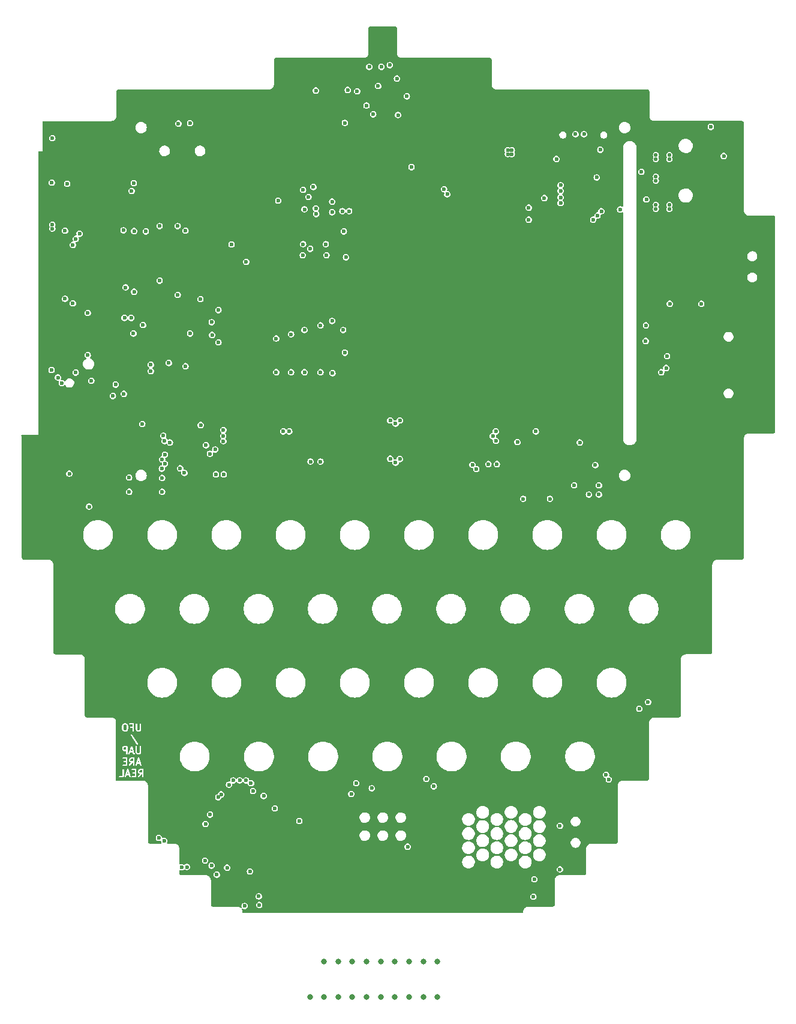
<source format=gbr>
G04 #@! TF.GenerationSoftware,KiCad,Pcbnew,7.99.0-1.20230515git1adcb86.fc37*
G04 #@! TF.CreationDate,2023-05-21T15:40:40+01:00*
G04 #@! TF.ProjectId,tr23-badge-r2,74723233-2d62-4616-9467-652d72322e6b,r2*
G04 #@! TF.SameCoordinates,Original*
G04 #@! TF.FileFunction,Copper,L3,Inr*
G04 #@! TF.FilePolarity,Positive*
%FSLAX46Y46*%
G04 Gerber Fmt 4.6, Leading zero omitted, Abs format (unit mm)*
G04 Created by KiCad (PCBNEW 7.99.0-1.20230515git1adcb86.fc37) date 2023-05-21 15:40:40*
%MOMM*%
%LPD*%
G01*
G04 APERTURE LIST*
%ADD10C,0.200000*%
G04 #@! TA.AperFunction,ComponentPad*
%ADD11O,1.000000X2.100000*%
G04 #@! TD*
G04 #@! TA.AperFunction,ComponentPad*
%ADD12O,1.000000X1.800000*%
G04 #@! TD*
G04 #@! TA.AperFunction,ComponentPad*
%ADD13C,0.800000*%
G04 #@! TD*
G04 #@! TA.AperFunction,ComponentPad*
%ADD14C,0.550000*%
G04 #@! TD*
G04 #@! TA.AperFunction,ViaPad*
%ADD15C,0.600000*%
G04 #@! TD*
G04 APERTURE END LIST*
D10*
G36*
X114516040Y-139241028D02*
G01*
X114387090Y-139241028D01*
X114367201Y-139237361D01*
X114358252Y-139241028D01*
X114258694Y-139241028D01*
X114199086Y-139211224D01*
X114174416Y-139186554D01*
X114144612Y-139126945D01*
X114144612Y-139031301D01*
X114174416Y-138971692D01*
X114199086Y-138947023D01*
X114258694Y-138917219D01*
X114516040Y-138917219D01*
X114516040Y-139241028D01*
G37*
G36*
X112620154Y-139431504D02*
G01*
X112421450Y-139431504D01*
X112520801Y-139133446D01*
X112620154Y-139431504D01*
G37*
G36*
X113254135Y-137631028D02*
G01*
X113125185Y-137631028D01*
X113105296Y-137627361D01*
X113096347Y-137631028D01*
X112996789Y-137631028D01*
X112937181Y-137601224D01*
X112912511Y-137576554D01*
X112882707Y-137516945D01*
X112882707Y-137421301D01*
X112912511Y-137361692D01*
X112937181Y-137337023D01*
X112996789Y-137307219D01*
X113254135Y-137307219D01*
X113254135Y-137631028D01*
G37*
G36*
X114120154Y-137821504D02*
G01*
X113921450Y-137821504D01*
X114020801Y-137523446D01*
X114120154Y-137821504D01*
G37*
G36*
X113143964Y-136211504D02*
G01*
X112945260Y-136211504D01*
X113044611Y-135913446D01*
X113143964Y-136211504D01*
G37*
G36*
X112277945Y-136021028D02*
G01*
X112020599Y-136021028D01*
X111960991Y-135991224D01*
X111936321Y-135966554D01*
X111906517Y-135906945D01*
X111906517Y-135811301D01*
X111936321Y-135751692D01*
X111960991Y-135727023D01*
X112020599Y-135697219D01*
X112277945Y-135697219D01*
X112277945Y-136021028D01*
G37*
G36*
X112247280Y-132507023D02*
G01*
X112311457Y-132571200D01*
X112349373Y-132722863D01*
X112349373Y-133031572D01*
X112311456Y-133183237D01*
X112247280Y-133247414D01*
X112187672Y-133277219D01*
X112044408Y-133277219D01*
X111984801Y-133247415D01*
X111920622Y-133183235D01*
X111882707Y-133031574D01*
X111882707Y-132722863D01*
X111920623Y-132571200D01*
X111984800Y-132507022D01*
X112044408Y-132477219D01*
X112187672Y-132477219D01*
X112247280Y-132507023D01*
G37*
G36*
X115578572Y-140392857D02*
G01*
X110821429Y-140392857D01*
X110821429Y-139832051D01*
X111274784Y-139832051D01*
X111299179Y-139885470D01*
X111348582Y-139917219D01*
X111846981Y-139917219D01*
X111868967Y-139920380D01*
X111889170Y-139911153D01*
X111910482Y-139904896D01*
X111915464Y-139899145D01*
X111922386Y-139895985D01*
X111934394Y-139877299D01*
X111948939Y-139860514D01*
X111950021Y-139852982D01*
X111954135Y-139846582D01*
X111954135Y-139842949D01*
X112086473Y-139842949D01*
X112116416Y-139893467D01*
X112168918Y-139919776D01*
X112227310Y-139913526D01*
X112273052Y-139876698D01*
X112354783Y-139631504D01*
X112686821Y-139631504D01*
X112763814Y-139862482D01*
X112788776Y-139898400D01*
X112843041Y-139920849D01*
X112900828Y-139910395D01*
X112943791Y-139870360D01*
X112953551Y-139832051D01*
X113036689Y-139832051D01*
X113061084Y-139885470D01*
X113110487Y-139917219D01*
X113608886Y-139917219D01*
X113630872Y-139920380D01*
X113651075Y-139911153D01*
X113672387Y-139904896D01*
X113677369Y-139899145D01*
X113684291Y-139895985D01*
X113696299Y-139877299D01*
X113710844Y-139860514D01*
X113711926Y-139852982D01*
X113716040Y-139846582D01*
X113716040Y-139824373D01*
X113717661Y-139813101D01*
X113940471Y-139813101D01*
X113954777Y-139870057D01*
X113997604Y-139910237D01*
X114055356Y-139920886D01*
X114109697Y-139898620D01*
X114430010Y-139441028D01*
X114516040Y-139441028D01*
X114516040Y-139831598D01*
X114528363Y-139873566D01*
X114572745Y-139912023D01*
X114630872Y-139920380D01*
X114684291Y-139895985D01*
X114716040Y-139846582D01*
X114716040Y-139348182D01*
X114719201Y-139326196D01*
X114716040Y-139319274D01*
X114716040Y-138824373D01*
X114719201Y-138802387D01*
X114709974Y-138782183D01*
X114703717Y-138760872D01*
X114697966Y-138755889D01*
X114694806Y-138748968D01*
X114676120Y-138736959D01*
X114659335Y-138722415D01*
X114651803Y-138721332D01*
X114645403Y-138717219D01*
X114623194Y-138717219D01*
X114601208Y-138714058D01*
X114594286Y-138717219D01*
X114240472Y-138717219D01*
X114216629Y-138714645D01*
X114198351Y-138723783D01*
X114178741Y-138729542D01*
X114172553Y-138736683D01*
X114106342Y-138769788D01*
X114089902Y-138773365D01*
X114070427Y-138792839D01*
X114050241Y-138811616D01*
X114049756Y-138813510D01*
X114030386Y-138832880D01*
X114015920Y-138841473D01*
X114003602Y-138866107D01*
X113990391Y-138890303D01*
X113990530Y-138892252D01*
X113957579Y-138958153D01*
X113944612Y-138978332D01*
X113944612Y-138998767D01*
X113940992Y-139018883D01*
X113944612Y-139027611D01*
X113944612Y-139145166D01*
X113942038Y-139169010D01*
X113951176Y-139187286D01*
X113956935Y-139206899D01*
X113964076Y-139213087D01*
X113997180Y-139279295D01*
X114000758Y-139295738D01*
X114020237Y-139315217D01*
X114039009Y-139335398D01*
X114040902Y-139335882D01*
X114060273Y-139355253D01*
X114068866Y-139369720D01*
X114093502Y-139382038D01*
X114117696Y-139395249D01*
X114119644Y-139395109D01*
X114185549Y-139428062D01*
X114192037Y-139432231D01*
X113954443Y-139771653D01*
X113940471Y-139813101D01*
X113717661Y-139813101D01*
X113719201Y-139802387D01*
X113716039Y-139795465D01*
X113716040Y-139300563D01*
X113719201Y-139278577D01*
X113716039Y-139271655D01*
X113716040Y-138824373D01*
X113719201Y-138802387D01*
X113709974Y-138782183D01*
X113703717Y-138760872D01*
X113697966Y-138755889D01*
X113694806Y-138748968D01*
X113676120Y-138736959D01*
X113659335Y-138722415D01*
X113651803Y-138721332D01*
X113645403Y-138717219D01*
X113623194Y-138717219D01*
X113601208Y-138714058D01*
X113594286Y-138717219D01*
X113125471Y-138717219D01*
X113083503Y-138729542D01*
X113045046Y-138773924D01*
X113036689Y-138832051D01*
X113061084Y-138885470D01*
X113110487Y-138917219D01*
X113516040Y-138917219D01*
X113516040Y-139193409D01*
X113268328Y-139193409D01*
X113226360Y-139205732D01*
X113187903Y-139250114D01*
X113179546Y-139308241D01*
X113203941Y-139361660D01*
X113253344Y-139393409D01*
X113516040Y-139393409D01*
X113516040Y-139717219D01*
X113125471Y-139717219D01*
X113083503Y-139729542D01*
X113045046Y-139773924D01*
X113036689Y-139832051D01*
X112953551Y-139832051D01*
X112958289Y-139813452D01*
X112861245Y-139522322D01*
X112862058Y-139516672D01*
X112852076Y-139494815D01*
X112621390Y-138802757D01*
X112621798Y-138791490D01*
X112612284Y-138775439D01*
X112611123Y-138771955D01*
X112604981Y-138763118D01*
X112591855Y-138740972D01*
X112588379Y-138739230D01*
X112586161Y-138736038D01*
X112562364Y-138726193D01*
X112539353Y-138714662D01*
X112535489Y-138715075D01*
X112531896Y-138713589D01*
X112506552Y-138718173D01*
X112480961Y-138720913D01*
X112477933Y-138723350D01*
X112474109Y-138724042D01*
X112455271Y-138741595D01*
X112435219Y-138757740D01*
X112433990Y-138761426D01*
X112431145Y-138764078D01*
X112424787Y-138789035D01*
X112194122Y-139481031D01*
X112187903Y-139488209D01*
X112185000Y-139508396D01*
X112088054Y-139799237D01*
X112086473Y-139842949D01*
X111954135Y-139842949D01*
X111954135Y-139824373D01*
X111957296Y-139802387D01*
X111954135Y-139795465D01*
X111954135Y-138802840D01*
X111941812Y-138760872D01*
X111897430Y-138722415D01*
X111839303Y-138714058D01*
X111785884Y-138738453D01*
X111754135Y-138787856D01*
X111754135Y-139717219D01*
X111363566Y-139717219D01*
X111321598Y-139729542D01*
X111283141Y-139773924D01*
X111274784Y-139832051D01*
X110821429Y-139832051D01*
X110821429Y-138222051D01*
X111774784Y-138222051D01*
X111799179Y-138275470D01*
X111848582Y-138307219D01*
X112346981Y-138307219D01*
X112368967Y-138310380D01*
X112389170Y-138301153D01*
X112410482Y-138294896D01*
X112415464Y-138289145D01*
X112422386Y-138285985D01*
X112434394Y-138267299D01*
X112448939Y-138250514D01*
X112450021Y-138242982D01*
X112454135Y-138236582D01*
X112454135Y-138214373D01*
X112455756Y-138203101D01*
X112678566Y-138203101D01*
X112692872Y-138260057D01*
X112735699Y-138300237D01*
X112793451Y-138310886D01*
X112847792Y-138288620D01*
X113168105Y-137831028D01*
X113254135Y-137831028D01*
X113254135Y-138221598D01*
X113266458Y-138263566D01*
X113310840Y-138302023D01*
X113368967Y-138310380D01*
X113422386Y-138285985D01*
X113454135Y-138236582D01*
X113454135Y-138232949D01*
X113586473Y-138232949D01*
X113616416Y-138283467D01*
X113668918Y-138309776D01*
X113727310Y-138303526D01*
X113773052Y-138266698D01*
X113854783Y-138021504D01*
X114186821Y-138021504D01*
X114263814Y-138252482D01*
X114288776Y-138288400D01*
X114343041Y-138310849D01*
X114400828Y-138300395D01*
X114443791Y-138260360D01*
X114458289Y-138203452D01*
X114361245Y-137912322D01*
X114362058Y-137906672D01*
X114352076Y-137884815D01*
X114121390Y-137192757D01*
X114121798Y-137181490D01*
X114112284Y-137165439D01*
X114111123Y-137161955D01*
X114104981Y-137153118D01*
X114091855Y-137130972D01*
X114088379Y-137129230D01*
X114086161Y-137126038D01*
X114062364Y-137116193D01*
X114039353Y-137104662D01*
X114035489Y-137105075D01*
X114031896Y-137103589D01*
X114006552Y-137108173D01*
X113980961Y-137110913D01*
X113977933Y-137113350D01*
X113974109Y-137114042D01*
X113955271Y-137131595D01*
X113935219Y-137147740D01*
X113933990Y-137151426D01*
X113931145Y-137154078D01*
X113924787Y-137179035D01*
X113694122Y-137871031D01*
X113687903Y-137878209D01*
X113685000Y-137898396D01*
X113588054Y-138189237D01*
X113586473Y-138232949D01*
X113454135Y-138232949D01*
X113454135Y-137738182D01*
X113457296Y-137716196D01*
X113454135Y-137709274D01*
X113454135Y-137214373D01*
X113457296Y-137192387D01*
X113448069Y-137172183D01*
X113441812Y-137150872D01*
X113436061Y-137145889D01*
X113432901Y-137138968D01*
X113414215Y-137126959D01*
X113397430Y-137112415D01*
X113389898Y-137111332D01*
X113383498Y-137107219D01*
X113361289Y-137107219D01*
X113339303Y-137104058D01*
X113332381Y-137107219D01*
X112978567Y-137107219D01*
X112954724Y-137104645D01*
X112936446Y-137113783D01*
X112916836Y-137119542D01*
X112910648Y-137126683D01*
X112844437Y-137159788D01*
X112827997Y-137163365D01*
X112808522Y-137182839D01*
X112788336Y-137201616D01*
X112787851Y-137203510D01*
X112768481Y-137222880D01*
X112754015Y-137231473D01*
X112741697Y-137256107D01*
X112728486Y-137280303D01*
X112728625Y-137282252D01*
X112695674Y-137348153D01*
X112682707Y-137368332D01*
X112682706Y-137388767D01*
X112679087Y-137408883D01*
X112682707Y-137417611D01*
X112682707Y-137535166D01*
X112680133Y-137559010D01*
X112689271Y-137577286D01*
X112695030Y-137596899D01*
X112702171Y-137603087D01*
X112735275Y-137669295D01*
X112738853Y-137685738D01*
X112758332Y-137705217D01*
X112777104Y-137725398D01*
X112778997Y-137725882D01*
X112798368Y-137745253D01*
X112806961Y-137759720D01*
X112831597Y-137772038D01*
X112855791Y-137785249D01*
X112857739Y-137785109D01*
X112923644Y-137818062D01*
X112930132Y-137822231D01*
X112692538Y-138161653D01*
X112678566Y-138203101D01*
X112455756Y-138203101D01*
X112457296Y-138192387D01*
X112454135Y-138185465D01*
X112454135Y-137690563D01*
X112457296Y-137668577D01*
X112454135Y-137661655D01*
X112454135Y-137214373D01*
X112457296Y-137192387D01*
X112448069Y-137172183D01*
X112441812Y-137150872D01*
X112436061Y-137145889D01*
X112432901Y-137138968D01*
X112414215Y-137126959D01*
X112397430Y-137112415D01*
X112389898Y-137111332D01*
X112383498Y-137107219D01*
X112361289Y-137107219D01*
X112339303Y-137104058D01*
X112332381Y-137107219D01*
X111863566Y-137107219D01*
X111821598Y-137119542D01*
X111783141Y-137163924D01*
X111774784Y-137222051D01*
X111799179Y-137275470D01*
X111848582Y-137307219D01*
X112254135Y-137307219D01*
X112254135Y-137583409D01*
X112006423Y-137583409D01*
X111964455Y-137595732D01*
X111925998Y-137640114D01*
X111917641Y-137698241D01*
X111942036Y-137751660D01*
X111991439Y-137783409D01*
X112254135Y-137783409D01*
X112254135Y-138107219D01*
X111863566Y-138107219D01*
X111821598Y-138119542D01*
X111783141Y-138163924D01*
X111774784Y-138222051D01*
X110821429Y-138222051D01*
X110821429Y-135798883D01*
X111702897Y-135798883D01*
X111706517Y-135807611D01*
X111706517Y-135925166D01*
X111703943Y-135949010D01*
X111713081Y-135967286D01*
X111718840Y-135986899D01*
X111725981Y-135993087D01*
X111759085Y-136059295D01*
X111762663Y-136075738D01*
X111782142Y-136095217D01*
X111800914Y-136115398D01*
X111802807Y-136115882D01*
X111822178Y-136135253D01*
X111830771Y-136149720D01*
X111855407Y-136162038D01*
X111879601Y-136175249D01*
X111881549Y-136175109D01*
X111947454Y-136208062D01*
X111967630Y-136221028D01*
X111988065Y-136221028D01*
X112008181Y-136224648D01*
X112016909Y-136221028D01*
X112277945Y-136221028D01*
X112277945Y-136611598D01*
X112290268Y-136653566D01*
X112334650Y-136692023D01*
X112392777Y-136700380D01*
X112446196Y-136675985D01*
X112477945Y-136626582D01*
X112477945Y-136622949D01*
X112610283Y-136622949D01*
X112640226Y-136673467D01*
X112692728Y-136699776D01*
X112751120Y-136693526D01*
X112796862Y-136656698D01*
X112878593Y-136411504D01*
X113210631Y-136411504D01*
X113287624Y-136642482D01*
X113312586Y-136678400D01*
X113366851Y-136700849D01*
X113424638Y-136690395D01*
X113467601Y-136650360D01*
X113482099Y-136593452D01*
X113426015Y-136425200D01*
X113608705Y-136425200D01*
X113617843Y-136443476D01*
X113623602Y-136463089D01*
X113630743Y-136469277D01*
X113663847Y-136535484D01*
X113667424Y-136551927D01*
X113686907Y-136571410D01*
X113705676Y-136591588D01*
X113707568Y-136592071D01*
X113726940Y-136611444D01*
X113735533Y-136625911D01*
X113760171Y-136638230D01*
X113784362Y-136651440D01*
X113786311Y-136651300D01*
X113852216Y-136684253D01*
X113872392Y-136697219D01*
X113892827Y-136697219D01*
X113912943Y-136700839D01*
X113921671Y-136697219D01*
X114086846Y-136697219D01*
X114110689Y-136699793D01*
X114128965Y-136690654D01*
X114148578Y-136684896D01*
X114154766Y-136677754D01*
X114220974Y-136644650D01*
X114237418Y-136641073D01*
X114256903Y-136621587D01*
X114277077Y-136602822D01*
X114277561Y-136600928D01*
X114296934Y-136581555D01*
X114311399Y-136572964D01*
X114323716Y-136548329D01*
X114336928Y-136524133D01*
X114336788Y-136522185D01*
X114369741Y-136456280D01*
X114382707Y-136436105D01*
X114382707Y-136415669D01*
X114386327Y-136395554D01*
X114382707Y-136386825D01*
X114382707Y-135582840D01*
X114370384Y-135540872D01*
X114326002Y-135502415D01*
X114267875Y-135494058D01*
X114214456Y-135518453D01*
X114182707Y-135567856D01*
X114182707Y-136383136D01*
X114152903Y-136442743D01*
X114128232Y-136467414D01*
X114068625Y-136497219D01*
X113925361Y-136497219D01*
X113865754Y-136467415D01*
X113841083Y-136442743D01*
X113811279Y-136383135D01*
X113811279Y-135582840D01*
X113798956Y-135540872D01*
X113754574Y-135502415D01*
X113696447Y-135494058D01*
X113643028Y-135518453D01*
X113611279Y-135567856D01*
X113611279Y-136401356D01*
X113608705Y-136425200D01*
X113426015Y-136425200D01*
X113385055Y-136302322D01*
X113385868Y-136296672D01*
X113375886Y-136274815D01*
X113145200Y-135582757D01*
X113145608Y-135571490D01*
X113136094Y-135555439D01*
X113134933Y-135551955D01*
X113128791Y-135543118D01*
X113115665Y-135520972D01*
X113112189Y-135519230D01*
X113109971Y-135516038D01*
X113086174Y-135506193D01*
X113063163Y-135494662D01*
X113059299Y-135495075D01*
X113055706Y-135493589D01*
X113030362Y-135498173D01*
X113004771Y-135500913D01*
X113001743Y-135503350D01*
X112997919Y-135504042D01*
X112979081Y-135521595D01*
X112959029Y-135537740D01*
X112957800Y-135541426D01*
X112954955Y-135544078D01*
X112948597Y-135569035D01*
X112717932Y-136261031D01*
X112711713Y-136268209D01*
X112708810Y-136288396D01*
X112611864Y-136579237D01*
X112610283Y-136622949D01*
X112477945Y-136622949D01*
X112477945Y-136128182D01*
X112481106Y-136106196D01*
X112477945Y-136099274D01*
X112477945Y-135604373D01*
X112481106Y-135582387D01*
X112471879Y-135562183D01*
X112465622Y-135540872D01*
X112459871Y-135535889D01*
X112456711Y-135528968D01*
X112438025Y-135516959D01*
X112421240Y-135502415D01*
X112413708Y-135501332D01*
X112407308Y-135497219D01*
X112385099Y-135497219D01*
X112363113Y-135494058D01*
X112356191Y-135497219D01*
X112002377Y-135497219D01*
X111978534Y-135494645D01*
X111960256Y-135503783D01*
X111940646Y-135509542D01*
X111934458Y-135516683D01*
X111868247Y-135549788D01*
X111851807Y-135553365D01*
X111832332Y-135572839D01*
X111812146Y-135591616D01*
X111811661Y-135593510D01*
X111792291Y-135612880D01*
X111777825Y-135621473D01*
X111765507Y-135646107D01*
X111752296Y-135670303D01*
X111752435Y-135672252D01*
X111719484Y-135738153D01*
X111706517Y-135758332D01*
X111706517Y-135778767D01*
X111702897Y-135798883D01*
X110821429Y-135798883D01*
X110821429Y-133911922D01*
X112920323Y-133911922D01*
X112921310Y-133970638D01*
X113802716Y-135292748D01*
X113836249Y-135320832D01*
X113894509Y-135328212D01*
X113947510Y-135302922D01*
X113978425Y-135252993D01*
X113977438Y-135194276D01*
X113096032Y-133872166D01*
X113062499Y-133844082D01*
X113004239Y-133836703D01*
X112951239Y-133861992D01*
X112920323Y-133911922D01*
X110821429Y-133911922D01*
X110821429Y-133039652D01*
X111678571Y-133039652D01*
X111682707Y-133056196D01*
X111682707Y-133058264D01*
X111686186Y-133070114D01*
X111732934Y-133257106D01*
X111738852Y-133284308D01*
X111750556Y-133296012D01*
X111758933Y-133310290D01*
X111770895Y-133316351D01*
X111845987Y-133391444D01*
X111854580Y-133405911D01*
X111879208Y-133418225D01*
X111903410Y-133431441D01*
X111905360Y-133431301D01*
X111971263Y-133464253D01*
X111991439Y-133477219D01*
X112011874Y-133477219D01*
X112031990Y-133480839D01*
X112040718Y-133477219D01*
X112205893Y-133477219D01*
X112229736Y-133479793D01*
X112248012Y-133470654D01*
X112267625Y-133464896D01*
X112273813Y-133457754D01*
X112340021Y-133424650D01*
X112356464Y-133421073D01*
X112375940Y-133401596D01*
X112396124Y-133382822D01*
X112396608Y-133380928D01*
X112471353Y-133306182D01*
X112491647Y-133287101D01*
X112495661Y-133271043D01*
X112503595Y-133256514D01*
X112502638Y-133243136D01*
X112542396Y-133084104D01*
X112549373Y-133073248D01*
X112549372Y-133056197D01*
X112549875Y-133054189D01*
X112549372Y-133041842D01*
X112549373Y-132727010D01*
X112553509Y-132714785D01*
X112549372Y-132698240D01*
X112549373Y-132696173D01*
X112545893Y-132684322D01*
X112499146Y-132497336D01*
X112493228Y-132470128D01*
X112481522Y-132458422D01*
X112473147Y-132444147D01*
X112461185Y-132438085D01*
X112415150Y-132392051D01*
X112679546Y-132392051D01*
X112703941Y-132445470D01*
X112753344Y-132477219D01*
X113158897Y-132477219D01*
X113158897Y-132753409D01*
X112911185Y-132753409D01*
X112869217Y-132765732D01*
X112830760Y-132810114D01*
X112822403Y-132868241D01*
X112846798Y-132921660D01*
X112896201Y-132953409D01*
X113158897Y-132953409D01*
X113158897Y-133391598D01*
X113171220Y-133433566D01*
X113215602Y-133472023D01*
X113273729Y-133480380D01*
X113327148Y-133455985D01*
X113358897Y-133406582D01*
X113358897Y-133205200D01*
X113632514Y-133205200D01*
X113641652Y-133223476D01*
X113647411Y-133243089D01*
X113654552Y-133249277D01*
X113687656Y-133315484D01*
X113691233Y-133331927D01*
X113710716Y-133351410D01*
X113729485Y-133371588D01*
X113731377Y-133372071D01*
X113750749Y-133391444D01*
X113759342Y-133405911D01*
X113783980Y-133418230D01*
X113808171Y-133431440D01*
X113810120Y-133431300D01*
X113876025Y-133464253D01*
X113896201Y-133477219D01*
X113916636Y-133477219D01*
X113936752Y-133480839D01*
X113945480Y-133477219D01*
X114110655Y-133477219D01*
X114134498Y-133479793D01*
X114152774Y-133470654D01*
X114172387Y-133464896D01*
X114178575Y-133457754D01*
X114244783Y-133424650D01*
X114261227Y-133421073D01*
X114280712Y-133401587D01*
X114300886Y-133382822D01*
X114301370Y-133380928D01*
X114320743Y-133361555D01*
X114335208Y-133352964D01*
X114347525Y-133328329D01*
X114360737Y-133304133D01*
X114360597Y-133302185D01*
X114393550Y-133236280D01*
X114406516Y-133216105D01*
X114406516Y-133195669D01*
X114410136Y-133175554D01*
X114406516Y-133166825D01*
X114406516Y-132362840D01*
X114394193Y-132320872D01*
X114349811Y-132282415D01*
X114291684Y-132274058D01*
X114238265Y-132298453D01*
X114206516Y-132347856D01*
X114206516Y-133163135D01*
X114176712Y-133222743D01*
X114152041Y-133247414D01*
X114092434Y-133277219D01*
X113949170Y-133277219D01*
X113889563Y-133247415D01*
X113864892Y-133222743D01*
X113835088Y-133163135D01*
X113835088Y-132362840D01*
X113822765Y-132320872D01*
X113778383Y-132282415D01*
X113720256Y-132274058D01*
X113666837Y-132298453D01*
X113635088Y-132347856D01*
X113635088Y-133181356D01*
X113632514Y-133205200D01*
X113358897Y-133205200D01*
X113358897Y-132860563D01*
X113362058Y-132838577D01*
X113358897Y-132831655D01*
X113358897Y-132384373D01*
X113362058Y-132362387D01*
X113352831Y-132342183D01*
X113346574Y-132320872D01*
X113340823Y-132315889D01*
X113337663Y-132308968D01*
X113318977Y-132296959D01*
X113302192Y-132282415D01*
X113294660Y-132281332D01*
X113288260Y-132277219D01*
X113266051Y-132277219D01*
X113244065Y-132274058D01*
X113237143Y-132277219D01*
X112768328Y-132277219D01*
X112726360Y-132289542D01*
X112687903Y-132333924D01*
X112679546Y-132392051D01*
X112415150Y-132392051D01*
X112386091Y-132362992D01*
X112377500Y-132348527D01*
X112352865Y-132336209D01*
X112328670Y-132322998D01*
X112326720Y-132323137D01*
X112260819Y-132290186D01*
X112240641Y-132277219D01*
X112220205Y-132277219D01*
X112200090Y-132273599D01*
X112191362Y-132277219D01*
X112026186Y-132277219D01*
X112002343Y-132274645D01*
X111984065Y-132283783D01*
X111964455Y-132289542D01*
X111958267Y-132296683D01*
X111892060Y-132329786D01*
X111875616Y-132333364D01*
X111856129Y-132352850D01*
X111835955Y-132371616D01*
X111835470Y-132373509D01*
X111760718Y-132448262D01*
X111740433Y-132467336D01*
X111736418Y-132483395D01*
X111728486Y-132497922D01*
X111729442Y-132511297D01*
X111689683Y-132670332D01*
X111682707Y-132681189D01*
X111682707Y-132698239D01*
X111682205Y-132700248D01*
X111682707Y-132712594D01*
X111682707Y-133027426D01*
X111678571Y-133039652D01*
X110821429Y-133039652D01*
X110821429Y-131567143D01*
X115578572Y-131567143D01*
X115578572Y-140392857D01*
G37*
D11*
G04 #@! TO.N,GND*
G04 #@! TO.C,J2*
X172480000Y-49857500D03*
D12*
X172480000Y-45707500D03*
D11*
X181120000Y-49857500D03*
D12*
X181120000Y-45707500D03*
G04 #@! TD*
D13*
G04 #@! TO.N,/radio/ANT*
G04 #@! TO.C,AE1*
X138202000Y-170857500D03*
X140202000Y-170857500D03*
X140202000Y-165857500D03*
X142202000Y-170857500D03*
X142202000Y-165857500D03*
X144202000Y-170857500D03*
X144202000Y-165857500D03*
X146202000Y-170857500D03*
X146202000Y-165857500D03*
X148202000Y-170857500D03*
X148202000Y-165857500D03*
X150202000Y-170857500D03*
X150202000Y-165857500D03*
X152202000Y-170857500D03*
X152202000Y-165857500D03*
X154202000Y-170857500D03*
X154202000Y-165857500D03*
X156202000Y-170857500D03*
X156202000Y-165857500D03*
G04 #@! TD*
D14*
G04 #@! TO.N,/audio/OUTR*
G04 #@! TO.C,J5*
X187050000Y-55207500D03*
X187050000Y-55807500D03*
G04 #@! TO.N,unconnected-(J5-PadR2)*
X187050000Y-52207500D03*
X188950000Y-52207500D03*
X187050000Y-52807500D03*
X188950000Y-52807500D03*
G04 #@! TO.N,GND*
X193550000Y-60307500D03*
X195450000Y-60307500D03*
X193550000Y-60907500D03*
X195450000Y-60907500D03*
G04 #@! TO.N,/audio/OUTL*
X187050000Y-59207500D03*
X188950000Y-59207500D03*
X187050000Y-59807500D03*
X188950000Y-59807500D03*
G04 #@! TD*
D15*
G04 #@! TO.N,GND*
X126569571Y-147236093D03*
X128690892Y-146528986D03*
X127983785Y-147236093D03*
X127276678Y-147943199D03*
X129397998Y-147236093D03*
X128690892Y-147943199D03*
X127983785Y-148650306D03*
X127983785Y-145821879D03*
X127276678Y-146528986D03*
X127100000Y-153657500D03*
X128800000Y-154601317D03*
X130250000Y-155757500D03*
X131570000Y-154480000D03*
X133861539Y-144901226D03*
X123541528Y-152416003D03*
X122661463Y-151535938D03*
X124100000Y-147057500D03*
X134982374Y-149380677D03*
X137700000Y-143057500D03*
X133042639Y-152523766D03*
X131821324Y-152721332D03*
X131102904Y-153439753D03*
X123400000Y-102757500D03*
X153650000Y-55107500D03*
X102300000Y-101507500D03*
X198900000Y-66707500D03*
X150050000Y-112757500D03*
X113450000Y-55000000D03*
X143757328Y-155488378D03*
X125300000Y-52307500D03*
X169050000Y-102957500D03*
X117750000Y-62057500D03*
X133530000Y-158640000D03*
X168450000Y-52207500D03*
X179400000Y-54107500D03*
X147400000Y-139907500D03*
X115800000Y-136607500D03*
X136400000Y-43307500D03*
X142975000Y-150800000D03*
X197650000Y-61157500D03*
X183700000Y-45900000D03*
X131900000Y-156600000D03*
X151300000Y-39157500D03*
X131550000Y-158700000D03*
X100550000Y-77357500D03*
X181200000Y-134957500D03*
X116600000Y-108757500D03*
X132300000Y-67157500D03*
X184850000Y-123507500D03*
X143000000Y-64557500D03*
X136450000Y-141607500D03*
X158300000Y-56207500D03*
X139250000Y-58707500D03*
X130000000Y-157850000D03*
X132870000Y-155780000D03*
X100550000Y-79807500D03*
X114900000Y-54900000D03*
X185649500Y-79157500D03*
X178850000Y-54107500D03*
X124532404Y-143259190D03*
X141600000Y-102757500D03*
X198950000Y-90657500D03*
X118950000Y-59557500D03*
X132650000Y-61407500D03*
X112050000Y-48357500D03*
X187800000Y-79557500D03*
X189750000Y-115107500D03*
X126287624Y-68351335D03*
X147100000Y-129757500D03*
X143240000Y-158750000D03*
X172000000Y-53757500D03*
X134400000Y-66207500D03*
X102050000Y-52950000D03*
X141100000Y-62807500D03*
X145707328Y-156488378D03*
X177600000Y-48000000D03*
X145707328Y-158438378D03*
X132750000Y-123457500D03*
X158850000Y-55657500D03*
X139230000Y-158770000D03*
X198900000Y-83657500D03*
X129700000Y-64807500D03*
X101650000Y-95550000D03*
X140750000Y-158770000D03*
X111050000Y-124007500D03*
X100550000Y-62257500D03*
X158900000Y-62000000D03*
X158850000Y-60250000D03*
X199450000Y-60757500D03*
X169650000Y-157650000D03*
X175700000Y-53257500D03*
X145707328Y-152438378D03*
X126389966Y-141883860D03*
X173800000Y-112457500D03*
X138800000Y-149050000D03*
X145757328Y-153388378D03*
X145107328Y-155588378D03*
X170300000Y-92107500D03*
X158300000Y-55657500D03*
X119800000Y-144507500D03*
X130450000Y-104800000D03*
X111150000Y-127157500D03*
X159400000Y-55657500D03*
X157500000Y-43907500D03*
X169550000Y-52207500D03*
X104500000Y-52357500D03*
X145057328Y-154388378D03*
X139450000Y-69007500D03*
X124900000Y-152857500D03*
X123500000Y-148457500D03*
X141150000Y-45807500D03*
X186050000Y-74657500D03*
X143150000Y-80907500D03*
X129650000Y-69307500D03*
X148475000Y-124275000D03*
X143150000Y-67607500D03*
X131450000Y-108807500D03*
X138375000Y-146950000D03*
X150850000Y-100957500D03*
X143757328Y-154388378D03*
X170700000Y-99157500D03*
X175650000Y-143850000D03*
X182050000Y-58857500D03*
X167900000Y-52207500D03*
X194750000Y-107557500D03*
X114850000Y-93057500D03*
X194400000Y-97357500D03*
X169000000Y-52207500D03*
X103150000Y-48650000D03*
X138650000Y-69007500D03*
X141070000Y-150820000D03*
X168800000Y-129357500D03*
X152800000Y-47507500D03*
X173350000Y-48657500D03*
X115150000Y-51957500D03*
X148425000Y-103400000D03*
X159400000Y-56207500D03*
X126350000Y-120907500D03*
X139300000Y-150820000D03*
X120600000Y-98357500D03*
X185900000Y-130557500D03*
X134400000Y-59957500D03*
X176000000Y-54557500D03*
X117700000Y-59607500D03*
X195400000Y-74907500D03*
X122800000Y-144757500D03*
X133071277Y-143428464D03*
X163300000Y-45557500D03*
X164300000Y-141707500D03*
X124850000Y-47807500D03*
X103750000Y-86907500D03*
X145707328Y-151438378D03*
X106250000Y-55000000D03*
X111150000Y-129100000D03*
X133250000Y-43607500D03*
X158850000Y-56207500D03*
X128250000Y-153457500D03*
X106700000Y-117357500D03*
X186750000Y-91157500D03*
G04 #@! TO.N,/SCL*
X161700000Y-96457500D03*
X126000882Y-92528316D03*
X164475001Y-92482499D03*
X117700000Y-92507500D03*
X115750000Y-82657500D03*
X155700000Y-141200000D03*
G04 #@! TO.N,/SDA*
X125969149Y-91779486D03*
X115750000Y-81757500D03*
X117500000Y-91757500D03*
X154650000Y-140150000D03*
X161150000Y-95857500D03*
X164025001Y-91832501D03*
G04 #@! TO.N,/~{DC}*
X137450000Y-82800000D03*
X137450000Y-76857500D03*
X114650000Y-76150000D03*
X115050000Y-62957500D03*
G04 #@! TO.N,/SCK*
X127400000Y-140357500D03*
X105150000Y-82857500D03*
X135550000Y-82800000D03*
X135550000Y-77457500D03*
G04 #@! TO.N,/RXD0*
X113350000Y-56157500D03*
X113000000Y-75150000D03*
X157150000Y-57007500D03*
X173600000Y-57257500D03*
G04 #@! TO.N,/TXD0*
X157600000Y-57707500D03*
X113050000Y-57257500D03*
X173600000Y-58157500D03*
X112050000Y-75150000D03*
G04 #@! TO.N,/MOSI*
X101750000Y-82507500D03*
X139700000Y-82800000D03*
X139700000Y-76207500D03*
X126800000Y-140957500D03*
G04 #@! TO.N,VBUS*
X179200000Y-51450185D03*
X173000000Y-52757500D03*
X169100000Y-61307500D03*
X169100000Y-59607500D03*
G04 #@! TO.N,+VSW*
X117650000Y-148907500D03*
X169750000Y-156750000D03*
X184700000Y-130257500D03*
X131050000Y-157900000D03*
X185950000Y-129307500D03*
X150500000Y-41407500D03*
X148299998Y-39757500D03*
X120100000Y-152607500D03*
X139050000Y-43107500D03*
X180000000Y-139557500D03*
G04 #@! TO.N,/RTS*
X150650000Y-46557500D03*
X173600000Y-58957500D03*
G04 #@! TO.N,/DTR*
X173600000Y-56457500D03*
X147150000Y-46457500D03*
G04 #@! TO.N,/SD_CMD*
X124100000Y-94307500D03*
X187800000Y-82807500D03*
G04 #@! TO.N,/SD_CLK*
X188621502Y-80557500D03*
X120650000Y-81957500D03*
X120650000Y-62857500D03*
X124850000Y-93707500D03*
G04 #@! TO.N,/usb/USB_DN*
X176900000Y-49257500D03*
X175700000Y-49257500D03*
G04 #@! TO.N,/io_expander/BTN_START*
X111950000Y-85857500D03*
G04 #@! TO.N,/io_expander/BTN_A*
X119900000Y-96357500D03*
G04 #@! TO.N,/io_expander/BTN_B*
X120500000Y-97007500D03*
G04 #@! TO.N,/io_expander/JOY_PUSH*
X110400000Y-86157500D03*
G04 #@! TO.N,/io_expander/JOY_A*
X107350000Y-84007500D03*
G04 #@! TO.N,/io_expander/JOY_C*
X110800000Y-84557500D03*
G04 #@! TO.N,/io_expander/JOY_D*
X103200000Y-84357500D03*
G04 #@! TO.N,/io_expander/JOY_B*
X102650000Y-83557500D03*
G04 #@! TO.N,/~{DISP_CS}*
X124350000Y-75758000D03*
X124400000Y-77557500D03*
X133450000Y-78057500D03*
X133450000Y-82800000D03*
G04 #@! TO.N,/I2S_WS*
X117000000Y-62207500D03*
X117000000Y-69907500D03*
G04 #@! TO.N,/I2S_SCK*
X113400000Y-62907500D03*
X113400000Y-71457500D03*
G04 #@! TO.N,/I2S_SD*
X111900000Y-62807500D03*
X112200000Y-70857500D03*
G04 #@! TO.N,/MISO*
X105150000Y-64007500D03*
X128300000Y-140357500D03*
G04 #@! TO.N,/CC_INT*
X129200000Y-140357500D03*
X105700000Y-63307500D03*
G04 #@! TO.N,+3.3V*
X124331107Y-152369531D03*
X123415804Y-151661662D03*
X123478666Y-146498015D03*
X129746885Y-153179325D03*
X126521180Y-152657499D03*
X143000000Y-62957500D03*
X130188544Y-141857500D03*
X143150000Y-47657500D03*
X178700000Y-55357500D03*
X188500000Y-82207500D03*
X101850000Y-62007500D03*
X166150000Y-52057500D03*
X127150000Y-64807500D03*
X126000000Y-90957500D03*
X114550000Y-90107500D03*
X133750000Y-58607500D03*
X182000000Y-59857500D03*
X131686153Y-142543653D03*
X166700000Y-51507500D03*
X142900000Y-76857500D03*
X129215997Y-67247072D03*
X164450000Y-91157500D03*
X125681876Y-142325243D03*
X135300000Y-91157500D03*
X166150000Y-51507500D03*
X143150000Y-80057500D03*
X133249185Y-144306832D03*
X193450000Y-73157500D03*
X143300000Y-66592500D03*
X151900000Y-43907500D03*
X136717261Y-146068659D03*
X103950000Y-56257500D03*
X167500000Y-92657500D03*
X166700000Y-52057500D03*
X140550000Y-66307500D03*
X101785000Y-56090000D03*
X189000000Y-73157500D03*
X137200000Y-66307500D03*
X144750000Y-140757500D03*
X101850000Y-62557500D03*
X125277765Y-142729355D03*
G04 #@! TO.N,/BACKLIGHT*
X119550000Y-62207500D03*
X119550000Y-71900000D03*
G04 #@! TO.N,/KEY_INT*
X122800000Y-90257500D03*
X104750000Y-73107500D03*
X122750000Y-72507500D03*
X134450000Y-91157500D03*
X104750000Y-64857500D03*
X170100000Y-91157500D03*
G04 #@! TO.N,/FSYNC*
X125300000Y-74050000D03*
X103650000Y-72457500D03*
X103650000Y-62857500D03*
X125300000Y-78607500D03*
G04 #@! TO.N,/SD_DETECT*
X185650000Y-76207500D03*
X118450000Y-92707500D03*
G04 #@! TO.N,/SAO_GPIO2*
X144050000Y-142257500D03*
X117300000Y-96407500D03*
X152000000Y-149700000D03*
G04 #@! TO.N,/LED_DOUT*
X101850000Y-49800000D03*
X112700000Y-99657500D03*
X117350000Y-97707500D03*
X104250000Y-97107500D03*
X112700000Y-97657500D03*
X146950000Y-141457500D03*
X117350000Y-99657500D03*
G04 #@! TO.N,/CC_RESET*
X124108981Y-145170634D03*
X107050000Y-101757500D03*
G04 #@! TO.N,/audio/OUTR*
X178200000Y-61307500D03*
X138000000Y-58107500D03*
X137450000Y-59850000D03*
X185000000Y-54557500D03*
G04 #@! TO.N,/audio/OUTL*
X185700000Y-58457500D03*
X137250000Y-64757500D03*
X178800000Y-60707500D03*
X176300000Y-92707500D03*
X173500000Y-146750000D03*
X178500000Y-95907500D03*
X137250000Y-57107500D03*
G04 #@! TO.N,/AMP_EN*
X141350000Y-58757500D03*
X141350000Y-60257500D03*
X140450000Y-64757500D03*
X150900000Y-89607500D03*
X150900000Y-95057500D03*
X117750000Y-95732500D03*
G04 #@! TO.N,Net-(LED2-DOUT)*
X120850000Y-152557500D03*
X129000000Y-158050000D03*
X116900000Y-148457500D03*
X125075000Y-153632500D03*
G04 #@! TO.N,Net-(LED3-DOUT)*
X169900000Y-154300000D03*
X131000000Y-156700000D03*
G04 #@! TO.N,Net-(LED4-DOUT)*
X173500000Y-152900000D03*
X180400000Y-140207500D03*
G04 #@! TO.N,Net-(Q2-B)*
X147850000Y-42457500D03*
X146200000Y-45207500D03*
G04 #@! TO.N,Net-(U1-STAT)*
X152550000Y-53907500D03*
X171300000Y-58257500D03*
G04 #@! TO.N,/AMP_GAIN1*
X142800000Y-60100000D03*
X149550000Y-89607500D03*
X139100000Y-60507500D03*
X117750000Y-94432500D03*
X149550000Y-95007500D03*
G04 #@! TO.N,/AMP_GAIN0*
X150300000Y-90057500D03*
X150300000Y-95557500D03*
X143750000Y-60100000D03*
X117350000Y-95082500D03*
X139050000Y-59707500D03*
G04 #@! TO.N,/keyboard/KEY2*
X177600000Y-100057500D03*
X179000000Y-100057500D03*
G04 #@! TO.N,/keyboard/KEY4*
X175500000Y-98757500D03*
X179000000Y-98757500D03*
G04 #@! TO.N,/keyboard/KEY8*
X168300000Y-100657500D03*
X172100000Y-100657500D03*
G04 #@! TO.N,/keyboard/KEY12*
X164600000Y-95757500D03*
X163400000Y-95757500D03*
G04 #@! TO.N,/keyboard/KEY19*
X139700000Y-95407500D03*
X138300000Y-95407500D03*
G04 #@! TO.N,/keyboard/KEY26*
X124950000Y-97206501D03*
X126049999Y-97206501D03*
G04 #@! TO.N,Net-(LED6-DOUT)*
X194800000Y-48232500D03*
X196625000Y-52332500D03*
G04 #@! TO.N,Net-(LED8-DOUT)*
X146586444Y-39771056D03*
X149482155Y-39525345D03*
G04 #@! TO.N,/audio/SGND*
X179350000Y-60107500D03*
X138250000Y-65407500D03*
X138700000Y-56700000D03*
G04 #@! TO.N,/~{DISP_RST}*
X141350000Y-75592500D03*
X106850000Y-74450000D03*
X106850000Y-80407500D03*
X141400000Y-82950000D03*
G04 #@! TO.N,/SD_DAT0{slash}BOOT2*
X119650000Y-47757500D03*
X144887501Y-43195001D03*
X123550000Y-93107500D03*
X185599998Y-78407500D03*
X143550000Y-43007500D03*
X118300000Y-81507500D03*
G04 #@! TO.N,/~{CC_CS}{slash}BOOT0*
X113300000Y-77350000D03*
X121300000Y-47707500D03*
X129900000Y-140757500D03*
X121300000Y-77357500D03*
G04 #@! TD*
G04 #@! TA.AperFunction,Conductor*
G04 #@! TO.N,GND*
G36*
X150202660Y-34048542D02*
G01*
X150255433Y-34055077D01*
X150274143Y-34059265D01*
X150309660Y-34070927D01*
X150326851Y-34078445D01*
X150359266Y-34096457D01*
X150374452Y-34106852D01*
X150403131Y-34130688D01*
X150416024Y-34143590D01*
X150439745Y-34172170D01*
X150450190Y-34187468D01*
X150468137Y-34219904D01*
X150475592Y-34237009D01*
X150487266Y-34272638D01*
X150491450Y-34291406D01*
X150497931Y-34344225D01*
X150498300Y-34350259D01*
X150498300Y-37795348D01*
X150498041Y-37800407D01*
X150497041Y-37810144D01*
X150497931Y-37817398D01*
X150498300Y-37823432D01*
X150498300Y-37830741D01*
X150500477Y-37840283D01*
X150501350Y-37845270D01*
X150511239Y-37925872D01*
X150511397Y-37927341D01*
X150513132Y-37946097D01*
X150513746Y-37949065D01*
X150514442Y-37951978D01*
X150520849Y-37969724D01*
X150521331Y-37971122D01*
X150548374Y-38053668D01*
X150548892Y-38055351D01*
X150553928Y-38072795D01*
X150555304Y-38076113D01*
X150556797Y-38079377D01*
X150556798Y-38079379D01*
X150565402Y-38093701D01*
X150566132Y-38094915D01*
X150567013Y-38096443D01*
X150570018Y-38101874D01*
X150607933Y-38170399D01*
X150608776Y-38171990D01*
X150616899Y-38188043D01*
X150618926Y-38191134D01*
X150621101Y-38194196D01*
X150621102Y-38194197D01*
X150629042Y-38203074D01*
X150633086Y-38207594D01*
X150634253Y-38208949D01*
X150687565Y-38273173D01*
X150688756Y-38274667D01*
X150694009Y-38281537D01*
X150699463Y-38288668D01*
X150702261Y-38291581D01*
X150705150Y-38294359D01*
X150705151Y-38294360D01*
X150705153Y-38294362D01*
X150719146Y-38305079D01*
X150720669Y-38306295D01*
X150784667Y-38359490D01*
X150786092Y-38360721D01*
X150796807Y-38370339D01*
X150799373Y-38372642D01*
X150799378Y-38372645D01*
X150802503Y-38374873D01*
X150805707Y-38376977D01*
X150805711Y-38376981D01*
X150821636Y-38385051D01*
X150823257Y-38385912D01*
X150897158Y-38426973D01*
X150898570Y-38427789D01*
X150914289Y-38437247D01*
X150914300Y-38437250D01*
X150917455Y-38438695D01*
X150920662Y-38440033D01*
X150920664Y-38440033D01*
X150920667Y-38440035D01*
X150938257Y-38445145D01*
X150939791Y-38445620D01*
X151022476Y-38472770D01*
X151023839Y-38473240D01*
X151041545Y-38479655D01*
X151041553Y-38479656D01*
X151044518Y-38480367D01*
X151047510Y-38480989D01*
X151047514Y-38480991D01*
X151066251Y-38482735D01*
X151067684Y-38482890D01*
X151148413Y-38492886D01*
X151153325Y-38493749D01*
X151160667Y-38495425D01*
X151163005Y-38495959D01*
X151163006Y-38495959D01*
X151163010Y-38495960D01*
X151170181Y-38495960D01*
X151176264Y-38496334D01*
X151183382Y-38497216D01*
X151193248Y-38496214D01*
X151198254Y-38495960D01*
X163563179Y-38495960D01*
X163569263Y-38496334D01*
X163622031Y-38502867D01*
X163640741Y-38507055D01*
X163676261Y-38518718D01*
X163693440Y-38526229D01*
X163725864Y-38544245D01*
X163741057Y-38554647D01*
X163769726Y-38578477D01*
X163782619Y-38591378D01*
X163806434Y-38620068D01*
X163816837Y-38635288D01*
X163834762Y-38667612D01*
X163842293Y-38684895D01*
X163853878Y-38720375D01*
X163858031Y-38739046D01*
X163863151Y-38780775D01*
X163864531Y-38792017D01*
X163864900Y-38798052D01*
X163864900Y-42243138D01*
X163864641Y-42248197D01*
X163863641Y-42257934D01*
X163864531Y-42265188D01*
X163864900Y-42271222D01*
X163864900Y-42278531D01*
X163867077Y-42288073D01*
X163867950Y-42293060D01*
X163877839Y-42373662D01*
X163877997Y-42375131D01*
X163879732Y-42393887D01*
X163880346Y-42396855D01*
X163881042Y-42399768D01*
X163887449Y-42417514D01*
X163887931Y-42418912D01*
X163914974Y-42501458D01*
X163915492Y-42503141D01*
X163920528Y-42520585D01*
X163921904Y-42523903D01*
X163923397Y-42527167D01*
X163932732Y-42542705D01*
X163933613Y-42544233D01*
X163974533Y-42618189D01*
X163975376Y-42619780D01*
X163983499Y-42635833D01*
X163985526Y-42638924D01*
X163987701Y-42641986D01*
X163999686Y-42655384D01*
X164000853Y-42656739D01*
X164054165Y-42720963D01*
X164055356Y-42722457D01*
X164060609Y-42729327D01*
X164066063Y-42736458D01*
X164068861Y-42739371D01*
X164071750Y-42742149D01*
X164071751Y-42742150D01*
X164071753Y-42742152D01*
X164085746Y-42752869D01*
X164087269Y-42754085D01*
X164151267Y-42807280D01*
X164152692Y-42808511D01*
X164163407Y-42818129D01*
X164165973Y-42820432D01*
X164165978Y-42820435D01*
X164169103Y-42822663D01*
X164172307Y-42824767D01*
X164172311Y-42824771D01*
X164188236Y-42832841D01*
X164189857Y-42833702D01*
X164263758Y-42874763D01*
X164265170Y-42875579D01*
X164280889Y-42885037D01*
X164280900Y-42885040D01*
X164284055Y-42886485D01*
X164287262Y-42887823D01*
X164287264Y-42887823D01*
X164287267Y-42887825D01*
X164304857Y-42892935D01*
X164306391Y-42893410D01*
X164389076Y-42920560D01*
X164390439Y-42921030D01*
X164408145Y-42927445D01*
X164408153Y-42927446D01*
X164411118Y-42928157D01*
X164414110Y-42928779D01*
X164414114Y-42928781D01*
X164432851Y-42930525D01*
X164434284Y-42930680D01*
X164515013Y-42940676D01*
X164519925Y-42941539D01*
X164527267Y-42943215D01*
X164529605Y-42943749D01*
X164529606Y-42943749D01*
X164529610Y-42943750D01*
X164536781Y-42943750D01*
X164542864Y-42944124D01*
X164549982Y-42945006D01*
X164559800Y-42944009D01*
X164559849Y-42944004D01*
X164564854Y-42943750D01*
X185835767Y-42943750D01*
X185841851Y-42944125D01*
X185894577Y-42950659D01*
X185913236Y-42954833D01*
X185948875Y-42966522D01*
X185966091Y-42974048D01*
X185998459Y-42992033D01*
X186013658Y-43002438D01*
X186042232Y-43026189D01*
X186055177Y-43039153D01*
X186078927Y-43067813D01*
X186089277Y-43082970D01*
X186107260Y-43115398D01*
X186114793Y-43132683D01*
X186126426Y-43168313D01*
X186130566Y-43186881D01*
X186137125Y-43239886D01*
X186137500Y-43245971D01*
X186137500Y-46690895D01*
X186137241Y-46695954D01*
X186136241Y-46705690D01*
X186137131Y-46712944D01*
X186137500Y-46718978D01*
X186137500Y-46726290D01*
X186139677Y-46735833D01*
X186140549Y-46740818D01*
X186150417Y-46821245D01*
X186150580Y-46822769D01*
X186152283Y-46841422D01*
X186152912Y-46844474D01*
X186153642Y-46847535D01*
X186155466Y-46852586D01*
X186160008Y-46865171D01*
X186160489Y-46866572D01*
X186187517Y-46949395D01*
X186187987Y-46950923D01*
X186193128Y-46968646D01*
X186194431Y-46971775D01*
X186195799Y-46974776D01*
X186205283Y-46990605D01*
X186206102Y-46992024D01*
X186247102Y-47065897D01*
X186248013Y-47067618D01*
X186255972Y-47083390D01*
X186258151Y-47086719D01*
X186260450Y-47089946D01*
X186260452Y-47089948D01*
X186260453Y-47089950D01*
X186270549Y-47101207D01*
X186272239Y-47103091D01*
X186273512Y-47104568D01*
X186326635Y-47168709D01*
X186327781Y-47170148D01*
X186336167Y-47181106D01*
X186338603Y-47184289D01*
X186341308Y-47187104D01*
X186344091Y-47189786D01*
X186344093Y-47189788D01*
X186358216Y-47200629D01*
X186359652Y-47201775D01*
X186409874Y-47243498D01*
X186423785Y-47255055D01*
X186425219Y-47256294D01*
X186438484Y-47268201D01*
X186441594Y-47270417D01*
X186444855Y-47272559D01*
X186460728Y-47280599D01*
X186462379Y-47281474D01*
X186493769Y-47298913D01*
X186536395Y-47322594D01*
X186537855Y-47323438D01*
X186553580Y-47332889D01*
X186553584Y-47332890D01*
X186556691Y-47334311D01*
X186559874Y-47335637D01*
X186559876Y-47335639D01*
X186577460Y-47340746D01*
X186579059Y-47341241D01*
X186661695Y-47368328D01*
X186663140Y-47368827D01*
X186672524Y-47372227D01*
X186680740Y-47375204D01*
X186680746Y-47375204D01*
X186683778Y-47375931D01*
X186686804Y-47376559D01*
X186686813Y-47376562D01*
X186704769Y-47378224D01*
X186705490Y-47378291D01*
X186706988Y-47378453D01*
X186787516Y-47388426D01*
X186792417Y-47389287D01*
X186802110Y-47391500D01*
X186809275Y-47391500D01*
X186815361Y-47391874D01*
X186822477Y-47392756D01*
X186832356Y-47391753D01*
X186837358Y-47391500D01*
X199173261Y-47391500D01*
X199179393Y-47391881D01*
X199200686Y-47394536D01*
X199232118Y-47398457D01*
X199250782Y-47402648D01*
X199286224Y-47414304D01*
X199303317Y-47421778D01*
X199335557Y-47439667D01*
X199351036Y-47450294D01*
X199378931Y-47473631D01*
X199391754Y-47486541D01*
X199416133Y-47516085D01*
X199426086Y-47530609D01*
X199444172Y-47562812D01*
X199452122Y-47581048D01*
X199463294Y-47615873D01*
X199467275Y-47633946D01*
X199473924Y-47687629D01*
X199474300Y-47693719D01*
X199474300Y-60024123D01*
X199474046Y-60029134D01*
X199473042Y-60038996D01*
X199473925Y-60046125D01*
X199474300Y-60052211D01*
X199474300Y-60059389D01*
X199476505Y-60069051D01*
X199477372Y-60073992D01*
X199487406Y-60155105D01*
X199487550Y-60156416D01*
X199489404Y-60175579D01*
X199489968Y-60178245D01*
X199490589Y-60180832D01*
X199497147Y-60198940D01*
X199497581Y-60200190D01*
X199506895Y-60228225D01*
X199521083Y-60270933D01*
X199524840Y-60282240D01*
X199525463Y-60284258D01*
X199530099Y-60300499D01*
X199530202Y-60300858D01*
X199531838Y-60304837D01*
X199533650Y-60308757D01*
X199542601Y-60323517D01*
X199543658Y-60325347D01*
X199559162Y-60353563D01*
X199573369Y-60379421D01*
X199584362Y-60399427D01*
X199585012Y-60400651D01*
X199593692Y-60417580D01*
X199593695Y-60417583D01*
X199595328Y-60420044D01*
X199596951Y-60422343D01*
X199609601Y-60436571D01*
X199610526Y-60437642D01*
X199664276Y-60501693D01*
X199665783Y-60503583D01*
X199675701Y-60516660D01*
X199679146Y-60520277D01*
X199682730Y-60523686D01*
X199682734Y-60523689D01*
X199695855Y-60533627D01*
X199697710Y-60535105D01*
X199760928Y-60588083D01*
X199762095Y-60589094D01*
X199775919Y-60601467D01*
X199778593Y-60603367D01*
X199781328Y-60605179D01*
X199781332Y-60605183D01*
X199792308Y-60610801D01*
X199797809Y-60613617D01*
X199799205Y-60614360D01*
X199873621Y-60655561D01*
X199875188Y-60656468D01*
X199890518Y-60665723D01*
X199893946Y-60667298D01*
X199897437Y-60668747D01*
X199897446Y-60668752D01*
X199914678Y-60673730D01*
X199916420Y-60674269D01*
X199998552Y-60701373D01*
X199999864Y-60701827D01*
X200004685Y-60703572D01*
X200017765Y-60708311D01*
X200020541Y-60708976D01*
X200023412Y-60709577D01*
X200023420Y-60709580D01*
X200042390Y-60711375D01*
X200043715Y-60711520D01*
X200124625Y-60721529D01*
X200129539Y-60722392D01*
X200139210Y-60724600D01*
X200146388Y-60724600D01*
X200152471Y-60724974D01*
X200159602Y-60725857D01*
X200169471Y-60724853D01*
X200174476Y-60724600D01*
X203596389Y-60724600D01*
X203602471Y-60724975D01*
X203609594Y-60725856D01*
X203655166Y-60731493D01*
X203673936Y-60735699D01*
X203709219Y-60747303D01*
X203726309Y-60754774D01*
X203758564Y-60772671D01*
X203774043Y-60783300D01*
X203801851Y-60806566D01*
X203814726Y-60819537D01*
X203839119Y-60849139D01*
X203849034Y-60863617D01*
X203867194Y-60895950D01*
X203875135Y-60914158D01*
X203886283Y-60948870D01*
X203890276Y-60966989D01*
X203896923Y-61020728D01*
X203897298Y-61026810D01*
X203897298Y-91146588D01*
X203896923Y-91152671D01*
X203890275Y-91206412D01*
X203886283Y-91224527D01*
X203875162Y-91259158D01*
X203867194Y-91277416D01*
X203849108Y-91309577D01*
X203839178Y-91324058D01*
X203815419Y-91352852D01*
X203802058Y-91366211D01*
X203773647Y-91389649D01*
X203758519Y-91399938D01*
X203725427Y-91418219D01*
X203708487Y-91425607D01*
X203673082Y-91437252D01*
X203654207Y-91441471D01*
X203601557Y-91447931D01*
X203595523Y-91448300D01*
X200150603Y-91448300D01*
X200145548Y-91448041D01*
X200135807Y-91447041D01*
X200135806Y-91447041D01*
X200128553Y-91447931D01*
X200122519Y-91448300D01*
X200115206Y-91448300D01*
X200105665Y-91450477D01*
X200100680Y-91451349D01*
X200019967Y-91461252D01*
X200018557Y-91461404D01*
X199999619Y-91463178D01*
X199996755Y-91463775D01*
X199993968Y-91464440D01*
X199976120Y-91470884D01*
X199974778Y-91471347D01*
X199892599Y-91498374D01*
X199890834Y-91498918D01*
X199873623Y-91503874D01*
X199870129Y-91505321D01*
X199866698Y-91506894D01*
X199851352Y-91516137D01*
X199849751Y-91517061D01*
X199775393Y-91558139D01*
X199773977Y-91558892D01*
X199757464Y-91567328D01*
X199754739Y-91569130D01*
X199752081Y-91571016D01*
X199738254Y-91583368D01*
X199737041Y-91584416D01*
X199673781Y-91637341D01*
X199671906Y-91638833D01*
X199658731Y-91648812D01*
X199655207Y-91652164D01*
X199651815Y-91655719D01*
X199641807Y-91668890D01*
X199640314Y-91670760D01*
X199586564Y-91734813D01*
X199585620Y-91735905D01*
X199573015Y-91750065D01*
X199571337Y-91752439D01*
X199569694Y-91754915D01*
X199561060Y-91771752D01*
X199560385Y-91773024D01*
X199519664Y-91847043D01*
X199518622Y-91848848D01*
X199509651Y-91863642D01*
X199507847Y-91867545D01*
X199506238Y-91871450D01*
X199501479Y-91888095D01*
X199500862Y-91890091D01*
X199473584Y-91972198D01*
X199473151Y-91973444D01*
X199466590Y-91991564D01*
X199465968Y-91994156D01*
X199465402Y-91996828D01*
X199463551Y-92015981D01*
X199463406Y-92017294D01*
X199453371Y-92098408D01*
X199452505Y-92103344D01*
X199450300Y-92113010D01*
X199450300Y-92120189D01*
X199449925Y-92126274D01*
X199449042Y-92133403D01*
X199450046Y-92143265D01*
X199450300Y-92148276D01*
X199450300Y-108937189D01*
X199449925Y-108943272D01*
X199443462Y-108995511D01*
X199439162Y-109014567D01*
X199427126Y-109050796D01*
X199419940Y-109067259D01*
X199401636Y-109100571D01*
X199391231Y-109115905D01*
X199368499Y-109143454D01*
X199355077Y-109156864D01*
X199326586Y-109180329D01*
X199311603Y-109190520D01*
X199278505Y-109208846D01*
X199261385Y-109216311D01*
X199226138Y-109227864D01*
X199207360Y-109232052D01*
X199154556Y-109238531D01*
X199148522Y-109238900D01*
X195702603Y-109238900D01*
X195697548Y-109238641D01*
X195687807Y-109237641D01*
X195687806Y-109237641D01*
X195685174Y-109237964D01*
X195681621Y-109238400D01*
X195680553Y-109238531D01*
X195674519Y-109238900D01*
X195667206Y-109238900D01*
X195657665Y-109241077D01*
X195652680Y-109241949D01*
X195571967Y-109251852D01*
X195570557Y-109252004D01*
X195551619Y-109253778D01*
X195548755Y-109254375D01*
X195545968Y-109255041D01*
X195528100Y-109261492D01*
X195526757Y-109261955D01*
X195444511Y-109289004D01*
X195442789Y-109289536D01*
X195425446Y-109294547D01*
X195422026Y-109295966D01*
X195418701Y-109297492D01*
X195403244Y-109306802D01*
X195401683Y-109307704D01*
X195328162Y-109348409D01*
X195326367Y-109349355D01*
X195310768Y-109357173D01*
X195307282Y-109359441D01*
X195303923Y-109361829D01*
X195290920Y-109373467D01*
X195289378Y-109374791D01*
X195224466Y-109428253D01*
X195223210Y-109429253D01*
X195208527Y-109440567D01*
X195206190Y-109442827D01*
X195203894Y-109445197D01*
X195192563Y-109459873D01*
X195191563Y-109461125D01*
X195138873Y-109524979D01*
X195137360Y-109526728D01*
X195126114Y-109539127D01*
X195123355Y-109542955D01*
X195120773Y-109546915D01*
X195113257Y-109561876D01*
X195112172Y-109563915D01*
X195070414Y-109638172D01*
X195069858Y-109639135D01*
X195059782Y-109656146D01*
X195058828Y-109658267D01*
X195057967Y-109660306D01*
X195052343Y-109679295D01*
X195052015Y-109680357D01*
X195025309Y-109763608D01*
X195024715Y-109765346D01*
X195018595Y-109782241D01*
X195017726Y-109785865D01*
X195016982Y-109789569D01*
X195015442Y-109807411D01*
X195015250Y-109809238D01*
X195005373Y-109888997D01*
X195004509Y-109893922D01*
X195002300Y-109903606D01*
X195002299Y-109903612D01*
X195002298Y-109910785D01*
X195001924Y-109916854D01*
X195001044Y-109923971D01*
X195001043Y-109923979D01*
X195002046Y-109933862D01*
X195002299Y-109938861D01*
X195002299Y-122281459D01*
X195001923Y-122287547D01*
X194999230Y-122309279D01*
X194995484Y-122339496D01*
X194991166Y-122358594D01*
X194979201Y-122394527D01*
X194971988Y-122411011D01*
X194953687Y-122444239D01*
X194943331Y-122459485D01*
X194943265Y-122459566D01*
X194920500Y-122487154D01*
X194907081Y-122500560D01*
X194877868Y-122524621D01*
X194863412Y-122534519D01*
X194830886Y-122552789D01*
X194813427Y-122560487D01*
X194778737Y-122571935D01*
X194759965Y-122576161D01*
X194707414Y-122582715D01*
X194701275Y-122583096D01*
X191267604Y-122582603D01*
X191267530Y-122582600D01*
X191264690Y-122582600D01*
X191252873Y-122582600D01*
X191247988Y-122582358D01*
X191237816Y-122581349D01*
X191237815Y-122581349D01*
X191237813Y-122581349D01*
X191231002Y-122582208D01*
X191224798Y-122582597D01*
X191217938Y-122582596D01*
X191217910Y-122582599D01*
X191207946Y-122584873D01*
X191203127Y-122585725D01*
X191122627Y-122595882D01*
X191121082Y-122596052D01*
X191102482Y-122597807D01*
X191099395Y-122598451D01*
X191096288Y-122599205D01*
X191078765Y-122605599D01*
X191077295Y-122606109D01*
X190995084Y-122633208D01*
X190993427Y-122633722D01*
X190975956Y-122638809D01*
X190972699Y-122640168D01*
X190969476Y-122641650D01*
X190953895Y-122651049D01*
X190952415Y-122651907D01*
X190909675Y-122675687D01*
X190878714Y-122692913D01*
X190877076Y-122693784D01*
X190861118Y-122701895D01*
X190857963Y-122703973D01*
X190854882Y-122706172D01*
X190854879Y-122706175D01*
X190854875Y-122706177D01*
X190854877Y-122706177D01*
X190841561Y-122718143D01*
X190840159Y-122719356D01*
X190776333Y-122772528D01*
X190774772Y-122773776D01*
X190760877Y-122784431D01*
X190757905Y-122787290D01*
X190755109Y-122790210D01*
X190744470Y-122804153D01*
X190743224Y-122805718D01*
X190690286Y-122869566D01*
X190689065Y-122870984D01*
X190677143Y-122884303D01*
X190674940Y-122887401D01*
X190672833Y-122890618D01*
X190664783Y-122906549D01*
X190663907Y-122908204D01*
X190623085Y-122981916D01*
X190622195Y-122983457D01*
X190612867Y-122998957D01*
X190611341Y-123002287D01*
X190609958Y-123005622D01*
X190609957Y-123005624D01*
X190609956Y-123005627D01*
X190609603Y-123006850D01*
X190604931Y-123023013D01*
X190604413Y-123024688D01*
X190577403Y-123106906D01*
X190576914Y-123108320D01*
X190570502Y-123126013D01*
X190569784Y-123129005D01*
X190569164Y-123131981D01*
X190567418Y-123150700D01*
X190567256Y-123152191D01*
X190557277Y-123232684D01*
X190556413Y-123237608D01*
X190554200Y-123247307D01*
X190554200Y-123254461D01*
X190553824Y-123260556D01*
X190552944Y-123267653D01*
X190553947Y-123277546D01*
X190554200Y-123282544D01*
X190554200Y-131166149D01*
X190553918Y-131171418D01*
X190553171Y-131178398D01*
X190547654Y-131229877D01*
X190543758Y-131248708D01*
X190532391Y-131285287D01*
X190524732Y-131303370D01*
X190506073Y-131337526D01*
X190495593Y-131353024D01*
X190471062Y-131382792D01*
X190457682Y-131396182D01*
X190428430Y-131420327D01*
X190412534Y-131431042D01*
X190379365Y-131448995D01*
X190361427Y-131456530D01*
X190336774Y-131464136D01*
X190323250Y-131468308D01*
X190304665Y-131472139D01*
X190246384Y-131478415D01*
X190241080Y-131478700D01*
X186807103Y-131478700D01*
X186802048Y-131478441D01*
X186792307Y-131477441D01*
X186792306Y-131477441D01*
X186785053Y-131478331D01*
X186779019Y-131478700D01*
X186771709Y-131478700D01*
X186762168Y-131480877D01*
X186757183Y-131481749D01*
X186676616Y-131491633D01*
X186675157Y-131491790D01*
X186656375Y-131493524D01*
X186653441Y-131494132D01*
X186650459Y-131494843D01*
X186632748Y-131501237D01*
X186631345Y-131501720D01*
X186548621Y-131528806D01*
X186546985Y-131529311D01*
X186529446Y-131534388D01*
X186526252Y-131535715D01*
X186523044Y-131537181D01*
X186507394Y-131546580D01*
X186505910Y-131547436D01*
X186431972Y-131588422D01*
X186430306Y-131589305D01*
X186414386Y-131597353D01*
X186411198Y-131599442D01*
X186408026Y-131601699D01*
X186394757Y-131613586D01*
X186393330Y-131614815D01*
X186329280Y-131667938D01*
X186327763Y-131669146D01*
X186313714Y-131679898D01*
X186310861Y-131682639D01*
X186308120Y-131685488D01*
X186308116Y-131685492D01*
X186308112Y-131685496D01*
X186308112Y-131685497D01*
X186297353Y-131699530D01*
X186296145Y-131701044D01*
X186242983Y-131765035D01*
X186241731Y-131766484D01*
X186229864Y-131779693D01*
X186227602Y-131782863D01*
X186225439Y-131786157D01*
X186217429Y-131801973D01*
X186216528Y-131803668D01*
X186175421Y-131877569D01*
X186174592Y-131879001D01*
X186165110Y-131894781D01*
X186163699Y-131897865D01*
X186162403Y-131900971D01*
X186157254Y-131918658D01*
X186156765Y-131920238D01*
X186129708Y-132002781D01*
X186129196Y-132004265D01*
X186122837Y-132021767D01*
X186122084Y-132024892D01*
X186121438Y-132028010D01*
X186119720Y-132046545D01*
X186119551Y-132048104D01*
X186109494Y-132128729D01*
X186108634Y-132133614D01*
X186106400Y-132143408D01*
X186106400Y-132150463D01*
X186106019Y-132156595D01*
X186105145Y-132163596D01*
X186105145Y-132163597D01*
X186106150Y-132173585D01*
X186106399Y-132178540D01*
X186106399Y-140062657D01*
X186106138Y-140067732D01*
X186100331Y-140124115D01*
X186096166Y-140144071D01*
X186084094Y-140181898D01*
X186076890Y-140198840D01*
X186058146Y-140233550D01*
X186047428Y-140249479D01*
X186023270Y-140278786D01*
X186009899Y-140292166D01*
X185980807Y-140316179D01*
X185964778Y-140326965D01*
X185930756Y-140345313D01*
X185913236Y-140352688D01*
X185876989Y-140363991D01*
X185857292Y-140367996D01*
X185826960Y-140371005D01*
X185799217Y-140373758D01*
X185794334Y-140374000D01*
X182358558Y-140374000D01*
X182353557Y-140373747D01*
X182352355Y-140373625D01*
X182343677Y-140372744D01*
X182343676Y-140372744D01*
X182339328Y-140373282D01*
X182336561Y-140373625D01*
X182330475Y-140374000D01*
X182323306Y-140374000D01*
X182313626Y-140376209D01*
X182308696Y-140377074D01*
X182228937Y-140386950D01*
X182227111Y-140387142D01*
X182209269Y-140388682D01*
X182205565Y-140389426D01*
X182201941Y-140390295D01*
X182185046Y-140396415D01*
X182183308Y-140397009D01*
X182100103Y-140423700D01*
X182099014Y-140424036D01*
X182080111Y-140429623D01*
X182077994Y-140430516D01*
X182075840Y-140431485D01*
X182058905Y-140441517D01*
X182057918Y-140442087D01*
X181983552Y-140483856D01*
X181981531Y-140484930D01*
X181966515Y-140492473D01*
X181962609Y-140495019D01*
X181958818Y-140497748D01*
X181946357Y-140509037D01*
X181944629Y-140510531D01*
X181880802Y-140563199D01*
X181879519Y-140564223D01*
X181864910Y-140575484D01*
X181862505Y-140577809D01*
X181860168Y-140580227D01*
X181848911Y-140594836D01*
X181847885Y-140596122D01*
X181794841Y-140660418D01*
X181793340Y-140662153D01*
X181782056Y-140674606D01*
X181779342Y-140678375D01*
X181776759Y-140682338D01*
X181769232Y-140697324D01*
X181768157Y-140699345D01*
X181727128Y-140772388D01*
X181726457Y-140773547D01*
X181716617Y-140790005D01*
X181715482Y-140792501D01*
X181714427Y-140795002D01*
X181708982Y-140813419D01*
X181708585Y-140814696D01*
X181681342Y-140898451D01*
X181680795Y-140900040D01*
X181674536Y-140917267D01*
X181673736Y-140920592D01*
X181673044Y-140923964D01*
X181671397Y-140942204D01*
X181671217Y-140943878D01*
X181661194Y-141024229D01*
X181660334Y-141029114D01*
X181658100Y-141038908D01*
X181658100Y-141045964D01*
X181657719Y-141052095D01*
X181656845Y-141059095D01*
X181656845Y-141059100D01*
X181657850Y-141069086D01*
X181658099Y-141074043D01*
X181658100Y-148958402D01*
X181657868Y-148963185D01*
X181652162Y-149021992D01*
X181648253Y-149041525D01*
X181637204Y-149077461D01*
X181629409Y-149095916D01*
X181612216Y-149127313D01*
X181601269Y-149143343D01*
X181575570Y-149174016D01*
X181562960Y-149186575D01*
X181531925Y-149212367D01*
X181516685Y-149222793D01*
X181483802Y-149241040D01*
X181464923Y-149249084D01*
X181429376Y-149260039D01*
X181409994Y-149263946D01*
X181392565Y-149265675D01*
X181351417Y-149269758D01*
X181346533Y-149270000D01*
X177910876Y-149270000D01*
X177905871Y-149269746D01*
X177903318Y-149269486D01*
X177896002Y-149268742D01*
X177889422Y-149269556D01*
X177888871Y-149269625D01*
X177882788Y-149270000D01*
X177875610Y-149270000D01*
X177865939Y-149272206D01*
X177861005Y-149273071D01*
X177779926Y-149283102D01*
X177778596Y-149283248D01*
X177759487Y-149285089D01*
X177756791Y-149285659D01*
X177754167Y-149286288D01*
X177736098Y-149292831D01*
X177734837Y-149293269D01*
X177652612Y-149320557D01*
X177650631Y-149321169D01*
X177633952Y-149325939D01*
X177633950Y-149325939D01*
X177633946Y-149325941D01*
X177630055Y-149327543D01*
X177626204Y-149329322D01*
X177611355Y-149338320D01*
X177609563Y-149339355D01*
X177536523Y-149379535D01*
X177534856Y-149380411D01*
X177518934Y-149388396D01*
X177515686Y-149390510D01*
X177512566Y-149392715D01*
X177499239Y-149404576D01*
X177497809Y-149405801D01*
X177433039Y-149459174D01*
X177431778Y-149460179D01*
X177417118Y-149471477D01*
X177414741Y-149473776D01*
X177412463Y-149476128D01*
X177401152Y-149490786D01*
X177400147Y-149492046D01*
X177346614Y-149556934D01*
X177345288Y-149558476D01*
X177333640Y-149571467D01*
X177331247Y-149574827D01*
X177328960Y-149578337D01*
X177321128Y-149593931D01*
X177320178Y-149595729D01*
X177279348Y-149669312D01*
X177278468Y-149670834D01*
X177269093Y-149686399D01*
X177267603Y-149689647D01*
X177266221Y-149692970D01*
X177261172Y-149710382D01*
X177260653Y-149712059D01*
X177233595Y-149794333D01*
X177233114Y-149795723D01*
X177226691Y-149813458D01*
X177225990Y-149816383D01*
X177225378Y-149819318D01*
X177223618Y-149838111D01*
X177223459Y-149839569D01*
X177213472Y-149920307D01*
X177212605Y-149925247D01*
X177210400Y-149934908D01*
X177210400Y-149942089D01*
X177210025Y-149948174D01*
X177209142Y-149955303D01*
X177209265Y-149956507D01*
X177210060Y-149964327D01*
X177210146Y-149965165D01*
X177210400Y-149970176D01*
X177210400Y-153405660D01*
X177210139Y-153410734D01*
X177204111Y-153469268D01*
X177200173Y-153488502D01*
X177188810Y-153525067D01*
X177181339Y-153542804D01*
X177163089Y-153576526D01*
X177152414Y-153592377D01*
X177128170Y-153621788D01*
X177114801Y-153635166D01*
X177085655Y-153659225D01*
X177069664Y-153669991D01*
X177035970Y-153688182D01*
X177018236Y-153695632D01*
X176980149Y-153707432D01*
X176961541Y-153711288D01*
X176902412Y-153717710D01*
X176897063Y-153718000D01*
X173462576Y-153718000D01*
X173457571Y-153717746D01*
X173455018Y-153717486D01*
X173447702Y-153716742D01*
X173441122Y-153717556D01*
X173440571Y-153717625D01*
X173434488Y-153718000D01*
X173427310Y-153718000D01*
X173417639Y-153720206D01*
X173412705Y-153721071D01*
X173332874Y-153730947D01*
X173331053Y-153731138D01*
X173313170Y-153732682D01*
X173309478Y-153733423D01*
X173305867Y-153734289D01*
X173305864Y-153734289D01*
X173305864Y-153734290D01*
X173288952Y-153740414D01*
X173287232Y-153741001D01*
X173204003Y-153767700D01*
X173202914Y-153768036D01*
X173184011Y-153773623D01*
X173181894Y-153774516D01*
X173179740Y-153775485D01*
X173162805Y-153785517D01*
X173161818Y-153786087D01*
X173087452Y-153827856D01*
X173085431Y-153828930D01*
X173070415Y-153836473D01*
X173066509Y-153839019D01*
X173062718Y-153841748D01*
X173050257Y-153853037D01*
X173048529Y-153854531D01*
X172984702Y-153907199D01*
X172983419Y-153908223D01*
X172968810Y-153919484D01*
X172966405Y-153921809D01*
X172964068Y-153924227D01*
X172952811Y-153938836D01*
X172951785Y-153940122D01*
X172898741Y-154004418D01*
X172897240Y-154006153D01*
X172885956Y-154018606D01*
X172883251Y-154022363D01*
X172880659Y-154026338D01*
X172873132Y-154041324D01*
X172872057Y-154043345D01*
X172831028Y-154116388D01*
X172830357Y-154117547D01*
X172820517Y-154134005D01*
X172819382Y-154136501D01*
X172818327Y-154139002D01*
X172812882Y-154157419D01*
X172812485Y-154158696D01*
X172785242Y-154242451D01*
X172784695Y-154244040D01*
X172778436Y-154261267D01*
X172777636Y-154264592D01*
X172776944Y-154267964D01*
X172775297Y-154286204D01*
X172775117Y-154287878D01*
X172765094Y-154368229D01*
X172764234Y-154373114D01*
X172762000Y-154382908D01*
X172762000Y-154389964D01*
X172761619Y-154396095D01*
X172760745Y-154403095D01*
X172760745Y-154403097D01*
X172761751Y-154413080D01*
X172762000Y-154418041D01*
X172762000Y-157863089D01*
X172761625Y-157869173D01*
X172755045Y-157922355D01*
X172750938Y-157940822D01*
X172739402Y-157976286D01*
X172731572Y-157994148D01*
X172713675Y-158026008D01*
X172703727Y-158040524D01*
X172679671Y-158069683D01*
X172666264Y-158083083D01*
X172638489Y-158105971D01*
X172623249Y-158116309D01*
X172589970Y-158134617D01*
X172573430Y-158141839D01*
X172537188Y-158153865D01*
X172518167Y-158158154D01*
X172465872Y-158164625D01*
X172459787Y-158165000D01*
X169015776Y-158165000D01*
X169010771Y-158164746D01*
X169008218Y-158164486D01*
X169000902Y-158163742D01*
X168994322Y-158164556D01*
X168993771Y-158164625D01*
X168987688Y-158165000D01*
X168980509Y-158165000D01*
X168970841Y-158167206D01*
X168965906Y-158168071D01*
X168884759Y-158178110D01*
X168883468Y-158178252D01*
X168878051Y-158178776D01*
X168864316Y-158180104D01*
X168861666Y-158180664D01*
X168859067Y-158181288D01*
X168840928Y-158187857D01*
X168839682Y-158188289D01*
X168757642Y-158215544D01*
X168755626Y-158216166D01*
X168739050Y-158220898D01*
X168735070Y-158222535D01*
X168731140Y-158224351D01*
X168716414Y-158233283D01*
X168714583Y-158234340D01*
X168641463Y-158274516D01*
X168639819Y-158275379D01*
X168623828Y-158283399D01*
X168620636Y-158285477D01*
X168617554Y-158287652D01*
X168604168Y-158299555D01*
X168602756Y-158300764D01*
X168537938Y-158354174D01*
X168536678Y-158355179D01*
X168522018Y-158366477D01*
X168519641Y-158368776D01*
X168517368Y-158371124D01*
X168517363Y-158371129D01*
X168517362Y-158371131D01*
X168506032Y-158385812D01*
X168505048Y-158387046D01*
X168451442Y-158452021D01*
X168450146Y-158453529D01*
X168438434Y-158466616D01*
X168436085Y-158469920D01*
X168433864Y-158473329D01*
X168425988Y-158489011D01*
X168425060Y-158490770D01*
X168384355Y-158564290D01*
X168383427Y-158565893D01*
X168374182Y-158581208D01*
X168372588Y-158584674D01*
X168371144Y-158588154D01*
X168366175Y-158605356D01*
X168365628Y-158607124D01*
X168350169Y-158653971D01*
X168338523Y-158689260D01*
X168338058Y-158690601D01*
X168331587Y-158708470D01*
X168330919Y-158711257D01*
X168330319Y-158714120D01*
X168328530Y-158733021D01*
X168328376Y-158734432D01*
X168318372Y-158815307D01*
X168317505Y-158820247D01*
X168315300Y-158829908D01*
X168315300Y-158837089D01*
X168314925Y-158843174D01*
X168314042Y-158850303D01*
X168315046Y-158860165D01*
X168315300Y-158865176D01*
X168315300Y-158964000D01*
X168296393Y-159022191D01*
X168246893Y-159058155D01*
X168216300Y-159063000D01*
X128784100Y-159063000D01*
X128725909Y-159044093D01*
X128689945Y-158994593D01*
X128685100Y-158964000D01*
X128685100Y-158866302D01*
X128685359Y-158861241D01*
X128686359Y-158851507D01*
X128685468Y-158844251D01*
X128685100Y-158838219D01*
X128685100Y-158830913D01*
X128685099Y-158830905D01*
X128682922Y-158821366D01*
X128682050Y-158816389D01*
X128672149Y-158735689D01*
X128672010Y-158734399D01*
X128670262Y-158715516D01*
X128670259Y-158715509D01*
X128669655Y-158712593D01*
X128668957Y-158709670D01*
X128668957Y-158709664D01*
X128662543Y-158691900D01*
X128662079Y-158690551D01*
X128635103Y-158608247D01*
X128634595Y-158606602D01*
X128629552Y-158589146D01*
X128629549Y-158589141D01*
X128628174Y-158585830D01*
X128626690Y-158582584D01*
X128626690Y-158582583D01*
X128618081Y-158568257D01*
X128617343Y-158567028D01*
X128616467Y-158565510D01*
X128612012Y-158557465D01*
X128600364Y-158497399D01*
X128626247Y-158441958D01*
X128679774Y-158412318D01*
X128740500Y-158419802D01*
X128752138Y-158426220D01*
X128810931Y-158464004D01*
X128935228Y-158500500D01*
X128935230Y-158500500D01*
X129064770Y-158500500D01*
X129064772Y-158500500D01*
X129189069Y-158464004D01*
X129298049Y-158393967D01*
X129382882Y-158296063D01*
X129436697Y-158178226D01*
X129450216Y-158084198D01*
X129455133Y-158050002D01*
X129455133Y-158049997D01*
X129436697Y-157921774D01*
X129432781Y-157913199D01*
X129426754Y-157900002D01*
X130594867Y-157900002D01*
X130613302Y-158028225D01*
X130665189Y-158141839D01*
X130667118Y-158146063D01*
X130749936Y-158241641D01*
X130751952Y-158243968D01*
X130841891Y-158301768D01*
X130860931Y-158314004D01*
X130985228Y-158350500D01*
X130985230Y-158350500D01*
X131114770Y-158350500D01*
X131114772Y-158350500D01*
X131239069Y-158314004D01*
X131348049Y-158243967D01*
X131432882Y-158146063D01*
X131486697Y-158028226D01*
X131501919Y-157922355D01*
X131505133Y-157900002D01*
X131505133Y-157899997D01*
X131486697Y-157771774D01*
X131486697Y-157771773D01*
X131432882Y-157653937D01*
X131348049Y-157556033D01*
X131348048Y-157556032D01*
X131348047Y-157556031D01*
X131239073Y-157485998D01*
X131239070Y-157485996D01*
X131239069Y-157485996D01*
X131239066Y-157485995D01*
X131114774Y-157449500D01*
X131114772Y-157449500D01*
X130985228Y-157449500D01*
X130985225Y-157449500D01*
X130860933Y-157485995D01*
X130860926Y-157485998D01*
X130751952Y-157556031D01*
X130667117Y-157653938D01*
X130613302Y-157771774D01*
X130594867Y-157899997D01*
X130594867Y-157900002D01*
X129426754Y-157900002D01*
X129382882Y-157803937D01*
X129298049Y-157706033D01*
X129298048Y-157706032D01*
X129298047Y-157706031D01*
X129189073Y-157635998D01*
X129189070Y-157635996D01*
X129189069Y-157635996D01*
X129189066Y-157635995D01*
X129064774Y-157599500D01*
X129064772Y-157599500D01*
X128935228Y-157599500D01*
X128935225Y-157599500D01*
X128810933Y-157635995D01*
X128810926Y-157635998D01*
X128701952Y-157706031D01*
X128617117Y-157803938D01*
X128563302Y-157921774D01*
X128544867Y-158049997D01*
X128544867Y-158050002D01*
X128563302Y-158178225D01*
X128563302Y-158178227D01*
X128575329Y-158204561D01*
X128582304Y-158265347D01*
X128552218Y-158318624D01*
X128496562Y-158344042D01*
X128436595Y-158331891D01*
X128421637Y-158321523D01*
X128398642Y-158302226D01*
X128397571Y-158301301D01*
X128383343Y-158288651D01*
X128381044Y-158287028D01*
X128378583Y-158285395D01*
X128378580Y-158285392D01*
X128361651Y-158276712D01*
X128360443Y-158276070D01*
X128302015Y-158243967D01*
X128286347Y-158235358D01*
X128284517Y-158234301D01*
X128269757Y-158225350D01*
X128265837Y-158223538D01*
X128261858Y-158221902D01*
X128261853Y-158221900D01*
X128261852Y-158221900D01*
X128253774Y-158219594D01*
X128245258Y-158217163D01*
X128243248Y-158216542D01*
X128207183Y-158204561D01*
X128161190Y-158189281D01*
X128159940Y-158188847D01*
X128141832Y-158182289D01*
X128139237Y-158181666D01*
X128136579Y-158181104D01*
X128117416Y-158179250D01*
X128116105Y-158179106D01*
X128034992Y-158169072D01*
X128030051Y-158168205D01*
X128020390Y-158166000D01*
X128013211Y-158166000D01*
X128007127Y-158165625D01*
X128006413Y-158165536D01*
X127999995Y-158164742D01*
X127992346Y-158165520D01*
X127990127Y-158165746D01*
X127985123Y-158166000D01*
X124538511Y-158166000D01*
X124532428Y-158165625D01*
X124480187Y-158159162D01*
X124461131Y-158154862D01*
X124424977Y-158142851D01*
X124408474Y-158135642D01*
X124375236Y-158117356D01*
X124359957Y-158106984D01*
X124332339Y-158084195D01*
X124318939Y-158070782D01*
X124295465Y-158042280D01*
X124285278Y-158027303D01*
X124266877Y-157994068D01*
X124259446Y-157977052D01*
X124247843Y-157941773D01*
X124243629Y-157922920D01*
X124237169Y-157870255D01*
X124236800Y-157864223D01*
X124236800Y-156700002D01*
X130544867Y-156700002D01*
X130563302Y-156828225D01*
X130617117Y-156946061D01*
X130617118Y-156946063D01*
X130660441Y-156996061D01*
X130701952Y-157043968D01*
X130779754Y-157093968D01*
X130810931Y-157114004D01*
X130935228Y-157150500D01*
X130935230Y-157150500D01*
X131064770Y-157150500D01*
X131064772Y-157150500D01*
X131189069Y-157114004D01*
X131298049Y-157043967D01*
X131382882Y-156946063D01*
X131436697Y-156828226D01*
X131447944Y-156750002D01*
X169294867Y-156750002D01*
X169313302Y-156878225D01*
X169344283Y-156946063D01*
X169367118Y-156996063D01*
X169451951Y-157093967D01*
X169451952Y-157093968D01*
X169539918Y-157150500D01*
X169560931Y-157164004D01*
X169685228Y-157200500D01*
X169685230Y-157200500D01*
X169814770Y-157200500D01*
X169814772Y-157200500D01*
X169939069Y-157164004D01*
X170048049Y-157093967D01*
X170132882Y-156996063D01*
X170186697Y-156878226D01*
X170205133Y-156750000D01*
X170197944Y-156700002D01*
X170186697Y-156621774D01*
X170132882Y-156503938D01*
X170132882Y-156503937D01*
X170048049Y-156406033D01*
X170048048Y-156406032D01*
X170048047Y-156406031D01*
X169939073Y-156335998D01*
X169939070Y-156335996D01*
X169939069Y-156335996D01*
X169939066Y-156335995D01*
X169814774Y-156299500D01*
X169814772Y-156299500D01*
X169685228Y-156299500D01*
X169685225Y-156299500D01*
X169560933Y-156335995D01*
X169560926Y-156335998D01*
X169451952Y-156406031D01*
X169367117Y-156503938D01*
X169313302Y-156621774D01*
X169294867Y-156749997D01*
X169294867Y-156750002D01*
X131447944Y-156750002D01*
X131455133Y-156700000D01*
X131436697Y-156571774D01*
X131382882Y-156453937D01*
X131298049Y-156356033D01*
X131298048Y-156356032D01*
X131298047Y-156356031D01*
X131189073Y-156285998D01*
X131189070Y-156285996D01*
X131189069Y-156285996D01*
X131189066Y-156285995D01*
X131064774Y-156249500D01*
X131064772Y-156249500D01*
X130935228Y-156249500D01*
X130935225Y-156249500D01*
X130810933Y-156285995D01*
X130810926Y-156285998D01*
X130701952Y-156356031D01*
X130617117Y-156453938D01*
X130563302Y-156571774D01*
X130544867Y-156699997D01*
X130544867Y-156700002D01*
X124236800Y-156700002D01*
X124236800Y-154419302D01*
X124237059Y-154414241D01*
X124238059Y-154404507D01*
X124237168Y-154397251D01*
X124236800Y-154391219D01*
X124236800Y-154383913D01*
X124236799Y-154383905D01*
X124234622Y-154374366D01*
X124233750Y-154369389D01*
X124225237Y-154300002D01*
X169444867Y-154300002D01*
X169463302Y-154428225D01*
X169517117Y-154546061D01*
X169517118Y-154546063D01*
X169601951Y-154643967D01*
X169601952Y-154643968D01*
X169710926Y-154714001D01*
X169710931Y-154714004D01*
X169835228Y-154750500D01*
X169835230Y-154750500D01*
X169964770Y-154750500D01*
X169964772Y-154750500D01*
X170089069Y-154714004D01*
X170198049Y-154643967D01*
X170282882Y-154546063D01*
X170336697Y-154428226D01*
X170347463Y-154353345D01*
X170355133Y-154300002D01*
X170355133Y-154299997D01*
X170336697Y-154171774D01*
X170319448Y-154134005D01*
X170282882Y-154053937D01*
X170198049Y-153956033D01*
X170198048Y-153956032D01*
X170198047Y-153956031D01*
X170089073Y-153885998D01*
X170089070Y-153885996D01*
X170089069Y-153885996D01*
X170089066Y-153885995D01*
X169964774Y-153849500D01*
X169964772Y-153849500D01*
X169835228Y-153849500D01*
X169835225Y-153849500D01*
X169710933Y-153885995D01*
X169710926Y-153885998D01*
X169601952Y-153956031D01*
X169517117Y-154053938D01*
X169463302Y-154171774D01*
X169444867Y-154299997D01*
X169444867Y-154300002D01*
X124225237Y-154300002D01*
X124223849Y-154288689D01*
X124223710Y-154287399D01*
X124221962Y-154268516D01*
X124221959Y-154268509D01*
X124221355Y-154265593D01*
X124220657Y-154262670D01*
X124220657Y-154262664D01*
X124214243Y-154244900D01*
X124213779Y-154243551D01*
X124186803Y-154161247D01*
X124186295Y-154159602D01*
X124181252Y-154142146D01*
X124181249Y-154142141D01*
X124179874Y-154138830D01*
X124178390Y-154135582D01*
X124169036Y-154120017D01*
X124168177Y-154118530D01*
X124127322Y-154044739D01*
X124126409Y-154043008D01*
X124118534Y-154027328D01*
X124116320Y-154023930D01*
X124113970Y-154020624D01*
X124113968Y-154020620D01*
X124102235Y-154007510D01*
X124100948Y-154006012D01*
X124047408Y-153941116D01*
X124046407Y-153939861D01*
X124035135Y-153925231D01*
X124035131Y-153925227D01*
X124035129Y-153925225D01*
X124032819Y-153922836D01*
X124030387Y-153920484D01*
X124030384Y-153920480D01*
X124027641Y-153918366D01*
X124015805Y-153909243D01*
X124014519Y-153908218D01*
X123949806Y-153854819D01*
X123948398Y-153853612D01*
X123935035Y-153841717D01*
X123931967Y-153839548D01*
X123928792Y-153837479D01*
X123928787Y-153837475D01*
X123919210Y-153832664D01*
X123912799Y-153829443D01*
X123911160Y-153828581D01*
X123838042Y-153788357D01*
X123836235Y-153787312D01*
X123821458Y-153778351D01*
X123817559Y-153776549D01*
X123813648Y-153774938D01*
X123796994Y-153770175D01*
X123794999Y-153769559D01*
X123712879Y-153742277D01*
X123711679Y-153741861D01*
X123697017Y-153736551D01*
X123693530Y-153735288D01*
X123690937Y-153734666D01*
X123688279Y-153734104D01*
X123669116Y-153732250D01*
X123667805Y-153732106D01*
X123586692Y-153722072D01*
X123581751Y-153721205D01*
X123572090Y-153719000D01*
X123564911Y-153719000D01*
X123558827Y-153718625D01*
X123558113Y-153718536D01*
X123551695Y-153717742D01*
X123544046Y-153718520D01*
X123541827Y-153718746D01*
X123536823Y-153719000D01*
X120090722Y-153719000D01*
X120084634Y-153718624D01*
X120069437Y-153716742D01*
X120032445Y-153712160D01*
X120013433Y-153707873D01*
X120008331Y-153706180D01*
X119977162Y-153695836D01*
X119960632Y-153688619D01*
X119928530Y-153670959D01*
X119912614Y-153660057D01*
X119883915Y-153635974D01*
X119880451Y-153632502D01*
X124619867Y-153632502D01*
X124638302Y-153760725D01*
X124680723Y-153853612D01*
X124692118Y-153878563D01*
X124759245Y-153956033D01*
X124776952Y-153976468D01*
X124885926Y-154046501D01*
X124885931Y-154046504D01*
X125010228Y-154083000D01*
X125010230Y-154083000D01*
X125139770Y-154083000D01*
X125139772Y-154083000D01*
X125264069Y-154046504D01*
X125373049Y-153976467D01*
X125457882Y-153878563D01*
X125511697Y-153760726D01*
X125519296Y-153707873D01*
X125530133Y-153632502D01*
X125530133Y-153632497D01*
X125511697Y-153504274D01*
X125479828Y-153434492D01*
X125457882Y-153386437D01*
X125373049Y-153288533D01*
X125373048Y-153288532D01*
X125373047Y-153288531D01*
X125264073Y-153218498D01*
X125264070Y-153218496D01*
X125264069Y-153218496D01*
X125264066Y-153218495D01*
X125139774Y-153182000D01*
X125139772Y-153182000D01*
X125010228Y-153182000D01*
X125010225Y-153182000D01*
X124885933Y-153218495D01*
X124885926Y-153218498D01*
X124776952Y-153288531D01*
X124692117Y-153386438D01*
X124638302Y-153504274D01*
X124619867Y-153632497D01*
X124619867Y-153632502D01*
X119880451Y-153632502D01*
X119871570Y-153623600D01*
X119847600Y-153594900D01*
X119836974Y-153579394D01*
X119819076Y-153547066D01*
X119811646Y-153530052D01*
X119800043Y-153494771D01*
X119795829Y-153475920D01*
X119789369Y-153423255D01*
X119789000Y-153417223D01*
X119789000Y-153179327D01*
X129291752Y-153179327D01*
X129310187Y-153307550D01*
X129313135Y-153314004D01*
X129364003Y-153425388D01*
X129424134Y-153494784D01*
X129448837Y-153523293D01*
X129557811Y-153593326D01*
X129557816Y-153593329D01*
X129682113Y-153629825D01*
X129682115Y-153629825D01*
X129811655Y-153629825D01*
X129811657Y-153629825D01*
X129935954Y-153593329D01*
X130044934Y-153523292D01*
X130129767Y-153425388D01*
X130183582Y-153307551D01*
X130196386Y-153218495D01*
X130202018Y-153179327D01*
X130202018Y-153179322D01*
X130183582Y-153051099D01*
X130173136Y-153028225D01*
X130129767Y-152933262D01*
X130100947Y-152900002D01*
X173044867Y-152900002D01*
X173063302Y-153028225D01*
X173104279Y-153117950D01*
X173117118Y-153146063D01*
X173201951Y-153243967D01*
X173201952Y-153243968D01*
X173271294Y-153288531D01*
X173310931Y-153314004D01*
X173435228Y-153350500D01*
X173435230Y-153350500D01*
X173564770Y-153350500D01*
X173564772Y-153350500D01*
X173689069Y-153314004D01*
X173798049Y-153243967D01*
X173882882Y-153146063D01*
X173936697Y-153028226D01*
X173950351Y-152933262D01*
X173955133Y-152900002D01*
X173955133Y-152899997D01*
X173936697Y-152771774D01*
X173933750Y-152765321D01*
X173882882Y-152653937D01*
X173798049Y-152556033D01*
X173798048Y-152556032D01*
X173798047Y-152556031D01*
X173689073Y-152485998D01*
X173689070Y-152485996D01*
X173689069Y-152485996D01*
X173689066Y-152485995D01*
X173564774Y-152449500D01*
X173564772Y-152449500D01*
X173435228Y-152449500D01*
X173435225Y-152449500D01*
X173310933Y-152485995D01*
X173310926Y-152485998D01*
X173201952Y-152556031D01*
X173117117Y-152653938D01*
X173063302Y-152771774D01*
X173044867Y-152899997D01*
X173044867Y-152900002D01*
X130100947Y-152900002D01*
X130044934Y-152835358D01*
X130044933Y-152835357D01*
X130044932Y-152835356D01*
X129935958Y-152765323D01*
X129935955Y-152765321D01*
X129935954Y-152765321D01*
X129935951Y-152765320D01*
X129811659Y-152728825D01*
X129811657Y-152728825D01*
X129682113Y-152728825D01*
X129682110Y-152728825D01*
X129557818Y-152765320D01*
X129557811Y-152765323D01*
X129448837Y-152835356D01*
X129364002Y-152933263D01*
X129310187Y-153051099D01*
X129291752Y-153179322D01*
X129291752Y-153179327D01*
X119789000Y-153179327D01*
X119789000Y-153117950D01*
X119807907Y-153059759D01*
X119857407Y-153023795D01*
X119915889Y-153022960D01*
X120035228Y-153058000D01*
X120035230Y-153058000D01*
X120164770Y-153058000D01*
X120164772Y-153058000D01*
X120289069Y-153021504D01*
X120398049Y-152951467D01*
X120424748Y-152920653D01*
X120477143Y-152889057D01*
X120538104Y-152894292D01*
X120553091Y-152902200D01*
X120660926Y-152971501D01*
X120660931Y-152971504D01*
X120785228Y-153008000D01*
X120785230Y-153008000D01*
X120914770Y-153008000D01*
X120914772Y-153008000D01*
X121039069Y-152971504D01*
X121148049Y-152901467D01*
X121232882Y-152803563D01*
X121286697Y-152685726D01*
X121305133Y-152557500D01*
X121304922Y-152556033D01*
X121286697Y-152429274D01*
X121278551Y-152411437D01*
X121259414Y-152369533D01*
X123875974Y-152369533D01*
X123894409Y-152497756D01*
X123921694Y-152557500D01*
X123948225Y-152615594D01*
X124001584Y-152677174D01*
X124033059Y-152713499D01*
X124113696Y-152765321D01*
X124142038Y-152783535D01*
X124266335Y-152820031D01*
X124266337Y-152820031D01*
X124395877Y-152820031D01*
X124395879Y-152820031D01*
X124520176Y-152783535D01*
X124629156Y-152713498D01*
X124677677Y-152657501D01*
X126066047Y-152657501D01*
X126084482Y-152785724D01*
X126100150Y-152820031D01*
X126138298Y-152903562D01*
X126197167Y-152971501D01*
X126223132Y-153001467D01*
X126313837Y-153059759D01*
X126332111Y-153071503D01*
X126456408Y-153107999D01*
X126456410Y-153107999D01*
X126585950Y-153107999D01*
X126585952Y-153107999D01*
X126710249Y-153071503D01*
X126819229Y-153001466D01*
X126904062Y-152903562D01*
X126957877Y-152785725D01*
X126965073Y-152735674D01*
X126976313Y-152657501D01*
X126976313Y-152657496D01*
X126957877Y-152529273D01*
X126924355Y-152455871D01*
X126904062Y-152411436D01*
X126819229Y-152313532D01*
X126819228Y-152313531D01*
X126819227Y-152313530D01*
X126710253Y-152243497D01*
X126710250Y-152243495D01*
X126710249Y-152243495D01*
X126710246Y-152243494D01*
X126585954Y-152206999D01*
X126585952Y-152206999D01*
X126456408Y-152206999D01*
X126456405Y-152206999D01*
X126332113Y-152243494D01*
X126332106Y-152243497D01*
X126223132Y-152313530D01*
X126138297Y-152411437D01*
X126084482Y-152529273D01*
X126066047Y-152657496D01*
X126066047Y-152657501D01*
X124677677Y-152657501D01*
X124713989Y-152615594D01*
X124767804Y-152497757D01*
X124786240Y-152369531D01*
X124778188Y-152313530D01*
X124767804Y-152241305D01*
X124745970Y-152193496D01*
X124713989Y-152123468D01*
X124629156Y-152025564D01*
X124629155Y-152025563D01*
X124629154Y-152025562D01*
X124520180Y-151955529D01*
X124520177Y-151955527D01*
X124520176Y-151955527D01*
X124520173Y-151955526D01*
X124483119Y-151944646D01*
X159699500Y-151944646D01*
X159738856Y-152129803D01*
X159749152Y-152152928D01*
X159805051Y-152278479D01*
X159815849Y-152302730D01*
X159927112Y-152455871D01*
X160067784Y-152582533D01*
X160147490Y-152628551D01*
X160231706Y-152677174D01*
X160231711Y-152677176D01*
X160231716Y-152677179D01*
X160411744Y-152735674D01*
X160552808Y-152750500D01*
X160552811Y-152750500D01*
X160647189Y-152750500D01*
X160647192Y-152750500D01*
X160788256Y-152735674D01*
X160968284Y-152677179D01*
X161132216Y-152582533D01*
X161272888Y-152455871D01*
X161384151Y-152302730D01*
X161461144Y-152129803D01*
X161500500Y-151944646D01*
X163699500Y-151944646D01*
X163738856Y-152129803D01*
X163749152Y-152152928D01*
X163805051Y-152278479D01*
X163815849Y-152302730D01*
X163927112Y-152455871D01*
X164067784Y-152582533D01*
X164147490Y-152628551D01*
X164231706Y-152677174D01*
X164231711Y-152677176D01*
X164231716Y-152677179D01*
X164411744Y-152735674D01*
X164552808Y-152750500D01*
X164552811Y-152750500D01*
X164647189Y-152750500D01*
X164647192Y-152750500D01*
X164788256Y-152735674D01*
X164968284Y-152677179D01*
X165132216Y-152582533D01*
X165272888Y-152455871D01*
X165384151Y-152302730D01*
X165461144Y-152129803D01*
X165500500Y-151944646D01*
X167699500Y-151944646D01*
X167738856Y-152129803D01*
X167749152Y-152152928D01*
X167805051Y-152278479D01*
X167815849Y-152302730D01*
X167927112Y-152455871D01*
X168067784Y-152582533D01*
X168147490Y-152628551D01*
X168231706Y-152677174D01*
X168231711Y-152677176D01*
X168231716Y-152677179D01*
X168411744Y-152735674D01*
X168552808Y-152750500D01*
X168552811Y-152750500D01*
X168647189Y-152750500D01*
X168647192Y-152750500D01*
X168788256Y-152735674D01*
X168968284Y-152677179D01*
X169132216Y-152582533D01*
X169272888Y-152455871D01*
X169384151Y-152302730D01*
X169461144Y-152129803D01*
X169500500Y-151944646D01*
X169500500Y-151755354D01*
X169461144Y-151570197D01*
X169384151Y-151397270D01*
X169272888Y-151244129D01*
X169272883Y-151244124D01*
X169132218Y-151117469D01*
X169132216Y-151117467D01*
X169098525Y-151098015D01*
X168968293Y-151022825D01*
X168968279Y-151022819D01*
X168788261Y-150964327D01*
X168788258Y-150964326D01*
X168788256Y-150964326D01*
X168672773Y-150952188D01*
X168647193Y-150949500D01*
X168647192Y-150949500D01*
X168552808Y-150949500D01*
X168552806Y-150949500D01*
X168501644Y-150954877D01*
X168411744Y-150964326D01*
X168411742Y-150964326D01*
X168411738Y-150964327D01*
X168231720Y-151022819D01*
X168231706Y-151022825D01*
X168067787Y-151117465D01*
X168067781Y-151117469D01*
X167927116Y-151244124D01*
X167927111Y-151244129D01*
X167815850Y-151397268D01*
X167815845Y-151397277D01*
X167738857Y-151570194D01*
X167738855Y-151570200D01*
X167724595Y-151637289D01*
X167699500Y-151755354D01*
X167699500Y-151944646D01*
X165500500Y-151944646D01*
X165500500Y-151755354D01*
X165461144Y-151570197D01*
X165384151Y-151397270D01*
X165272888Y-151244129D01*
X165272883Y-151244124D01*
X165132218Y-151117469D01*
X165132216Y-151117467D01*
X165098525Y-151098015D01*
X164968293Y-151022825D01*
X164968279Y-151022819D01*
X164788261Y-150964327D01*
X164788258Y-150964326D01*
X164788256Y-150964326D01*
X164672773Y-150952188D01*
X164647193Y-150949500D01*
X164647192Y-150949500D01*
X164552808Y-150949500D01*
X164552806Y-150949500D01*
X164501644Y-150954877D01*
X164411744Y-150964326D01*
X164411742Y-150964326D01*
X164411738Y-150964327D01*
X164231720Y-151022819D01*
X164231706Y-151022825D01*
X164067787Y-151117465D01*
X164067781Y-151117469D01*
X163927116Y-151244124D01*
X163927111Y-151244129D01*
X163815850Y-151397268D01*
X163815845Y-151397277D01*
X163738857Y-151570194D01*
X163738855Y-151570200D01*
X163724595Y-151637289D01*
X163699500Y-151755354D01*
X163699500Y-151944646D01*
X161500500Y-151944646D01*
X161500500Y-151755354D01*
X161461144Y-151570197D01*
X161384151Y-151397270D01*
X161272888Y-151244129D01*
X161272883Y-151244124D01*
X161132218Y-151117469D01*
X161132216Y-151117467D01*
X161098525Y-151098015D01*
X160968293Y-151022825D01*
X160968279Y-151022819D01*
X160788261Y-150964327D01*
X160788258Y-150964326D01*
X160788256Y-150964326D01*
X160672773Y-150952188D01*
X160647193Y-150949500D01*
X160647192Y-150949500D01*
X160552808Y-150949500D01*
X160552806Y-150949500D01*
X160501644Y-150954877D01*
X160411744Y-150964326D01*
X160411742Y-150964326D01*
X160411738Y-150964327D01*
X160231720Y-151022819D01*
X160231706Y-151022825D01*
X160067787Y-151117465D01*
X160067781Y-151117469D01*
X159927116Y-151244124D01*
X159927111Y-151244129D01*
X159815850Y-151397268D01*
X159815845Y-151397277D01*
X159738857Y-151570194D01*
X159738855Y-151570200D01*
X159724595Y-151637289D01*
X159699500Y-151755354D01*
X159699500Y-151944646D01*
X124483119Y-151944646D01*
X124395881Y-151919031D01*
X124395879Y-151919031D01*
X124266335Y-151919031D01*
X124266332Y-151919031D01*
X124142040Y-151955526D01*
X124142033Y-151955529D01*
X124033059Y-152025562D01*
X123948224Y-152123469D01*
X123894409Y-152241305D01*
X123875974Y-152369528D01*
X123875974Y-152369533D01*
X121259414Y-152369533D01*
X121232882Y-152311437D01*
X121148049Y-152213533D01*
X121148048Y-152213532D01*
X121148047Y-152213531D01*
X121039073Y-152143498D01*
X121039070Y-152143496D01*
X121039069Y-152143496D01*
X121039066Y-152143495D01*
X120914774Y-152107000D01*
X120914772Y-152107000D01*
X120785228Y-152107000D01*
X120785225Y-152107000D01*
X120660933Y-152143495D01*
X120660926Y-152143498D01*
X120551951Y-152213532D01*
X120551948Y-152213534D01*
X120525249Y-152244347D01*
X120472853Y-152275942D01*
X120411892Y-152270706D01*
X120396908Y-152262799D01*
X120289073Y-152193498D01*
X120289070Y-152193496D01*
X120289069Y-152193496D01*
X120278154Y-152190291D01*
X120164774Y-152157000D01*
X120164772Y-152157000D01*
X120035228Y-152157000D01*
X120035224Y-152157000D01*
X119915891Y-152192039D01*
X119854730Y-152190291D01*
X119806278Y-152152928D01*
X119789000Y-152097049D01*
X119789000Y-151661664D01*
X122960671Y-151661664D01*
X122979106Y-151789887D01*
X123032921Y-151907723D01*
X123032922Y-151907725D01*
X123074342Y-151955527D01*
X123117756Y-152005630D01*
X123226730Y-152075663D01*
X123226735Y-152075666D01*
X123351032Y-152112162D01*
X123351034Y-152112162D01*
X123480574Y-152112162D01*
X123480576Y-152112162D01*
X123604873Y-152075666D01*
X123713853Y-152005629D01*
X123798686Y-151907725D01*
X123852501Y-151789888D01*
X123870937Y-151661662D01*
X123857786Y-151570197D01*
X123852501Y-151533436D01*
X123852500Y-151533436D01*
X123798686Y-151415599D01*
X123713853Y-151317695D01*
X123713852Y-151317694D01*
X123713851Y-151317693D01*
X123604877Y-151247660D01*
X123604874Y-151247658D01*
X123604873Y-151247658D01*
X123604870Y-151247657D01*
X123480578Y-151211162D01*
X123480576Y-151211162D01*
X123351032Y-151211162D01*
X123351029Y-151211162D01*
X123226737Y-151247657D01*
X123226730Y-151247660D01*
X123117756Y-151317693D01*
X123032921Y-151415600D01*
X122979106Y-151533436D01*
X122960671Y-151661659D01*
X122960671Y-151661664D01*
X119789000Y-151661664D01*
X119789000Y-150944646D01*
X161699500Y-150944646D01*
X161732960Y-151102066D01*
X161738855Y-151129799D01*
X161738857Y-151129805D01*
X161815845Y-151302722D01*
X161815850Y-151302731D01*
X161897853Y-151415600D01*
X161927112Y-151455871D01*
X162067784Y-151582533D01*
X162147490Y-151628551D01*
X162231706Y-151677174D01*
X162231711Y-151677176D01*
X162231716Y-151677179D01*
X162411744Y-151735674D01*
X162552808Y-151750500D01*
X162552811Y-151750500D01*
X162647189Y-151750500D01*
X162647192Y-151750500D01*
X162788256Y-151735674D01*
X162968284Y-151677179D01*
X163132216Y-151582533D01*
X163272888Y-151455871D01*
X163384151Y-151302730D01*
X163461144Y-151129803D01*
X163500500Y-150944646D01*
X165699500Y-150944646D01*
X165732960Y-151102065D01*
X165738855Y-151129799D01*
X165738857Y-151129805D01*
X165815845Y-151302722D01*
X165815850Y-151302731D01*
X165897853Y-151415600D01*
X165927112Y-151455871D01*
X166067784Y-151582533D01*
X166147490Y-151628551D01*
X166231706Y-151677174D01*
X166231711Y-151677176D01*
X166231716Y-151677179D01*
X166411744Y-151735674D01*
X166552808Y-151750500D01*
X166552811Y-151750500D01*
X166647189Y-151750500D01*
X166647192Y-151750500D01*
X166788256Y-151735674D01*
X166968284Y-151677179D01*
X167132216Y-151582533D01*
X167272888Y-151455871D01*
X167384151Y-151302730D01*
X167461144Y-151129803D01*
X167500500Y-150944646D01*
X169699500Y-150944646D01*
X169732960Y-151102065D01*
X169738855Y-151129799D01*
X169738857Y-151129805D01*
X169815845Y-151302722D01*
X169815850Y-151302731D01*
X169897853Y-151415600D01*
X169927112Y-151455871D01*
X170067784Y-151582533D01*
X170147490Y-151628551D01*
X170231706Y-151677174D01*
X170231711Y-151677176D01*
X170231716Y-151677179D01*
X170411744Y-151735674D01*
X170552808Y-151750500D01*
X170552811Y-151750500D01*
X170647189Y-151750500D01*
X170647192Y-151750500D01*
X170788256Y-151735674D01*
X170968284Y-151677179D01*
X171132216Y-151582533D01*
X171272888Y-151455871D01*
X171384151Y-151302730D01*
X171461144Y-151129803D01*
X171500500Y-150944646D01*
X171500500Y-150755354D01*
X171461144Y-150570197D01*
X171384151Y-150397270D01*
X171272888Y-150244129D01*
X171272883Y-150244124D01*
X171132218Y-150117469D01*
X171132216Y-150117467D01*
X171098525Y-150098015D01*
X170968293Y-150022825D01*
X170968279Y-150022819D01*
X170788261Y-149964327D01*
X170788258Y-149964326D01*
X170788256Y-149964326D01*
X170672773Y-149952188D01*
X170647193Y-149949500D01*
X170647192Y-149949500D01*
X170552808Y-149949500D01*
X170552806Y-149949500D01*
X170501644Y-149954877D01*
X170411744Y-149964326D01*
X170411742Y-149964326D01*
X170411738Y-149964327D01*
X170231720Y-150022819D01*
X170231706Y-150022825D01*
X170067787Y-150117465D01*
X170067781Y-150117469D01*
X169927116Y-150244124D01*
X169927111Y-150244129D01*
X169815850Y-150397268D01*
X169815845Y-150397277D01*
X169738857Y-150570194D01*
X169738855Y-150570200D01*
X169724595Y-150637289D01*
X169699500Y-150755354D01*
X169699500Y-150944646D01*
X167500500Y-150944646D01*
X167500500Y-150755354D01*
X167461144Y-150570197D01*
X167384151Y-150397270D01*
X167272888Y-150244129D01*
X167272883Y-150244124D01*
X167132218Y-150117469D01*
X167132216Y-150117467D01*
X167098525Y-150098015D01*
X166968293Y-150022825D01*
X166968279Y-150022819D01*
X166788261Y-149964327D01*
X166788258Y-149964326D01*
X166788256Y-149964326D01*
X166672773Y-149952188D01*
X166647193Y-149949500D01*
X166647192Y-149949500D01*
X166552808Y-149949500D01*
X166552806Y-149949500D01*
X166501644Y-149954877D01*
X166411744Y-149964326D01*
X166411742Y-149964326D01*
X166411738Y-149964327D01*
X166231720Y-150022819D01*
X166231706Y-150022825D01*
X166067787Y-150117465D01*
X166067781Y-150117469D01*
X165927116Y-150244124D01*
X165927111Y-150244129D01*
X165815850Y-150397268D01*
X165815845Y-150397277D01*
X165738857Y-150570194D01*
X165738855Y-150570200D01*
X165724595Y-150637289D01*
X165699500Y-150755354D01*
X165699500Y-150944646D01*
X163500500Y-150944646D01*
X163500500Y-150755354D01*
X163461144Y-150570197D01*
X163384151Y-150397270D01*
X163272888Y-150244129D01*
X163272883Y-150244124D01*
X163132218Y-150117469D01*
X163132216Y-150117467D01*
X163098525Y-150098015D01*
X162968293Y-150022825D01*
X162968279Y-150022819D01*
X162788261Y-149964327D01*
X162788258Y-149964326D01*
X162788256Y-149964326D01*
X162672773Y-149952188D01*
X162647193Y-149949500D01*
X162647192Y-149949500D01*
X162552808Y-149949500D01*
X162552806Y-149949500D01*
X162501644Y-149954877D01*
X162411744Y-149964326D01*
X162411742Y-149964326D01*
X162411738Y-149964327D01*
X162231720Y-150022819D01*
X162231706Y-150022825D01*
X162067787Y-150117465D01*
X162067781Y-150117469D01*
X161927116Y-150244124D01*
X161927111Y-150244129D01*
X161815850Y-150397268D01*
X161815845Y-150397277D01*
X161738857Y-150570194D01*
X161738855Y-150570200D01*
X161724595Y-150637289D01*
X161699500Y-150755354D01*
X161699500Y-150944646D01*
X119789000Y-150944646D01*
X119789000Y-149971302D01*
X119789259Y-149966241D01*
X119790259Y-149956507D01*
X119789368Y-149949251D01*
X119789000Y-149943219D01*
X119789000Y-149935913D01*
X119788999Y-149935905D01*
X119786822Y-149926366D01*
X119785950Y-149921389D01*
X119776049Y-149840689D01*
X119775910Y-149839399D01*
X119774162Y-149820516D01*
X119774159Y-149820509D01*
X119773555Y-149817593D01*
X119772857Y-149814670D01*
X119772857Y-149814664D01*
X119766443Y-149796900D01*
X119765979Y-149795551D01*
X119739003Y-149713247D01*
X119738495Y-149711602D01*
X119735144Y-149700002D01*
X151544867Y-149700002D01*
X151563302Y-149828225D01*
X151615303Y-149942089D01*
X151617118Y-149946063D01*
X151683628Y-150022821D01*
X151701952Y-150043968D01*
X151810926Y-150114001D01*
X151810931Y-150114004D01*
X151935228Y-150150500D01*
X151935230Y-150150500D01*
X152064770Y-150150500D01*
X152064772Y-150150500D01*
X152189069Y-150114004D01*
X152298049Y-150043967D01*
X152382882Y-149946063D01*
X152383529Y-149944646D01*
X159699500Y-149944646D01*
X159732960Y-150102065D01*
X159738855Y-150129799D01*
X159738857Y-150129805D01*
X159789755Y-150244124D01*
X159815849Y-150302730D01*
X159927112Y-150455871D01*
X160067784Y-150582533D01*
X160147490Y-150628551D01*
X160231706Y-150677174D01*
X160231711Y-150677176D01*
X160231716Y-150677179D01*
X160411744Y-150735674D01*
X160552808Y-150750500D01*
X160552811Y-150750500D01*
X160647189Y-150750500D01*
X160647192Y-150750500D01*
X160788256Y-150735674D01*
X160968284Y-150677179D01*
X161132216Y-150582533D01*
X161272888Y-150455871D01*
X161384151Y-150302730D01*
X161461144Y-150129803D01*
X161500500Y-149944646D01*
X163699500Y-149944646D01*
X163732960Y-150102066D01*
X163738855Y-150129799D01*
X163738857Y-150129805D01*
X163789755Y-150244124D01*
X163815849Y-150302730D01*
X163927112Y-150455871D01*
X164067784Y-150582533D01*
X164147490Y-150628551D01*
X164231706Y-150677174D01*
X164231711Y-150677176D01*
X164231716Y-150677179D01*
X164411744Y-150735674D01*
X164552808Y-150750500D01*
X164552811Y-150750500D01*
X164647189Y-150750500D01*
X164647192Y-150750500D01*
X164788256Y-150735674D01*
X164968284Y-150677179D01*
X165132216Y-150582533D01*
X165272888Y-150455871D01*
X165384151Y-150302730D01*
X165461144Y-150129803D01*
X165500500Y-149944646D01*
X167699500Y-149944646D01*
X167732960Y-150102066D01*
X167738855Y-150129799D01*
X167738857Y-150129805D01*
X167789755Y-150244124D01*
X167815849Y-150302730D01*
X167927112Y-150455871D01*
X168067784Y-150582533D01*
X168147490Y-150628551D01*
X168231706Y-150677174D01*
X168231711Y-150677176D01*
X168231716Y-150677179D01*
X168411744Y-150735674D01*
X168552808Y-150750500D01*
X168552811Y-150750500D01*
X168647189Y-150750500D01*
X168647192Y-150750500D01*
X168788256Y-150735674D01*
X168968284Y-150677179D01*
X169132216Y-150582533D01*
X169272888Y-150455871D01*
X169384151Y-150302730D01*
X169461144Y-150129803D01*
X169500500Y-149944646D01*
X169500500Y-149755354D01*
X169461144Y-149570197D01*
X169384151Y-149397270D01*
X169272888Y-149244129D01*
X169272883Y-149244124D01*
X169145912Y-149129799D01*
X169132216Y-149117467D01*
X169079591Y-149087084D01*
X168968293Y-149022825D01*
X168968279Y-149022819D01*
X168788261Y-148964327D01*
X168788258Y-148964326D01*
X168788256Y-148964326D01*
X168672773Y-148952188D01*
X168647193Y-148949500D01*
X168647192Y-148949500D01*
X168552808Y-148949500D01*
X168552806Y-148949500D01*
X168501644Y-148954877D01*
X168411744Y-148964326D01*
X168411742Y-148964326D01*
X168411738Y-148964327D01*
X168231720Y-149022819D01*
X168231706Y-149022825D01*
X168067787Y-149117465D01*
X168067781Y-149117469D01*
X167927116Y-149244124D01*
X167927111Y-149244129D01*
X167815850Y-149397268D01*
X167815845Y-149397277D01*
X167738857Y-149570194D01*
X167738855Y-149570200D01*
X167729826Y-149612680D01*
X167699500Y-149755354D01*
X167699500Y-149944646D01*
X165500500Y-149944646D01*
X165500500Y-149755354D01*
X165461144Y-149570197D01*
X165384151Y-149397270D01*
X165272888Y-149244129D01*
X165272883Y-149244124D01*
X165145912Y-149129799D01*
X165132216Y-149117467D01*
X165079591Y-149087084D01*
X164968293Y-149022825D01*
X164968279Y-149022819D01*
X164788261Y-148964327D01*
X164788258Y-148964326D01*
X164788256Y-148964326D01*
X164672773Y-148952188D01*
X164647193Y-148949500D01*
X164647192Y-148949500D01*
X164552808Y-148949500D01*
X164552806Y-148949500D01*
X164501644Y-148954877D01*
X164411744Y-148964326D01*
X164411742Y-148964326D01*
X164411738Y-148964327D01*
X164231720Y-149022819D01*
X164231706Y-149022825D01*
X164067787Y-149117465D01*
X164067781Y-149117469D01*
X163927116Y-149244124D01*
X163927111Y-149244129D01*
X163815850Y-149397268D01*
X163815845Y-149397277D01*
X163738857Y-149570194D01*
X163738855Y-149570200D01*
X163729826Y-149612680D01*
X163699500Y-149755354D01*
X163699500Y-149944646D01*
X161500500Y-149944646D01*
X161500500Y-149755354D01*
X161461144Y-149570197D01*
X161384151Y-149397270D01*
X161272888Y-149244129D01*
X161272883Y-149244124D01*
X161145912Y-149129799D01*
X161132216Y-149117467D01*
X161079591Y-149087084D01*
X160968293Y-149022825D01*
X160968279Y-149022819D01*
X160788261Y-148964327D01*
X160788258Y-148964326D01*
X160788256Y-148964326D01*
X160672773Y-148952188D01*
X160647193Y-148949500D01*
X160647192Y-148949500D01*
X160552808Y-148949500D01*
X160552806Y-148949500D01*
X160501644Y-148954877D01*
X160411744Y-148964326D01*
X160411742Y-148964326D01*
X160411738Y-148964327D01*
X160231720Y-149022819D01*
X160231706Y-149022825D01*
X160067787Y-149117465D01*
X160067781Y-149117469D01*
X159927116Y-149244124D01*
X159927111Y-149244129D01*
X159815850Y-149397268D01*
X159815845Y-149397277D01*
X159738857Y-149570194D01*
X159738855Y-149570200D01*
X159729826Y-149612680D01*
X159699500Y-149755354D01*
X159699500Y-149944646D01*
X152383529Y-149944646D01*
X152436697Y-149828226D01*
X152447872Y-149750500D01*
X152455133Y-149700002D01*
X152455133Y-149699997D01*
X152436697Y-149571774D01*
X152427142Y-149550852D01*
X152382882Y-149453937D01*
X152298049Y-149356033D01*
X152298048Y-149356032D01*
X152298047Y-149356031D01*
X152189073Y-149285998D01*
X152189070Y-149285996D01*
X152189069Y-149285996D01*
X152189066Y-149285995D01*
X152064774Y-149249500D01*
X152064772Y-149249500D01*
X151935228Y-149249500D01*
X151935225Y-149249500D01*
X151810933Y-149285995D01*
X151810926Y-149285998D01*
X151701952Y-149356031D01*
X151617117Y-149453938D01*
X151563302Y-149571774D01*
X151544867Y-149699997D01*
X151544867Y-149700002D01*
X119735144Y-149700002D01*
X119733452Y-149694146D01*
X119733449Y-149694141D01*
X119732074Y-149690830D01*
X119730589Y-149687581D01*
X119721235Y-149672015D01*
X119720358Y-149670496D01*
X119719702Y-149669312D01*
X119679585Y-149596855D01*
X119678659Y-149595098D01*
X119670827Y-149579470D01*
X119670820Y-149579462D01*
X119668553Y-149575977D01*
X119666167Y-149572619D01*
X119654525Y-149559611D01*
X119653199Y-149558068D01*
X119599742Y-149493161D01*
X119598740Y-149491903D01*
X119587438Y-149477235D01*
X119587435Y-149477231D01*
X119587430Y-149477227D01*
X119585150Y-149474869D01*
X119582804Y-149472596D01*
X119568130Y-149461266D01*
X119566877Y-149460266D01*
X119502966Y-149407529D01*
X119501259Y-149406054D01*
X119488782Y-149394749D01*
X119488781Y-149394748D01*
X119485010Y-149392033D01*
X119481090Y-149389477D01*
X119481087Y-149389475D01*
X119466074Y-149381933D01*
X119464056Y-149380861D01*
X119389731Y-149339116D01*
X119388762Y-149338557D01*
X119371815Y-149328510D01*
X119371813Y-149328509D01*
X119371811Y-149328508D01*
X119369650Y-149327535D01*
X119367491Y-149326624D01*
X119348673Y-149321062D01*
X119347567Y-149320722D01*
X119264384Y-149294008D01*
X119262664Y-149293421D01*
X119262244Y-149293269D01*
X119260993Y-149292815D01*
X119245729Y-149287287D01*
X119242170Y-149286434D01*
X119238503Y-149285696D01*
X119220574Y-149284143D01*
X119218769Y-149283953D01*
X119138893Y-149274072D01*
X119133953Y-149273205D01*
X119124292Y-149271000D01*
X119124290Y-149271000D01*
X119117111Y-149271000D01*
X119111027Y-149270625D01*
X119110313Y-149270536D01*
X119103895Y-149269742D01*
X119096246Y-149270520D01*
X119094027Y-149270746D01*
X119089023Y-149271000D01*
X118133297Y-149271000D01*
X118075106Y-149252093D01*
X118039142Y-149202593D01*
X118039142Y-149141407D01*
X118043244Y-149130873D01*
X118043733Y-149129803D01*
X118086697Y-149035726D01*
X118097470Y-148960797D01*
X118099792Y-148944646D01*
X161699500Y-148944646D01*
X161738856Y-149129803D01*
X161745874Y-149145566D01*
X161815845Y-149302722D01*
X161815850Y-149302731D01*
X161927111Y-149455870D01*
X161927116Y-149455875D01*
X162007496Y-149528249D01*
X162067784Y-149582533D01*
X162147490Y-149628551D01*
X162231706Y-149677174D01*
X162231711Y-149677176D01*
X162231716Y-149677179D01*
X162411744Y-149735674D01*
X162552808Y-149750500D01*
X162552811Y-149750500D01*
X162647189Y-149750500D01*
X162647192Y-149750500D01*
X162788256Y-149735674D01*
X162968284Y-149677179D01*
X162977229Y-149672015D01*
X163012957Y-149651387D01*
X163132216Y-149582533D01*
X163272888Y-149455871D01*
X163384151Y-149302730D01*
X163461144Y-149129803D01*
X163500500Y-148944646D01*
X165699500Y-148944646D01*
X165738856Y-149129803D01*
X165745874Y-149145566D01*
X165815845Y-149302722D01*
X165815850Y-149302731D01*
X165927111Y-149455870D01*
X165927116Y-149455875D01*
X166007496Y-149528249D01*
X166067784Y-149582533D01*
X166147490Y-149628551D01*
X166231706Y-149677174D01*
X166231711Y-149677176D01*
X166231716Y-149677179D01*
X166411744Y-149735674D01*
X166552808Y-149750500D01*
X166552811Y-149750500D01*
X166647189Y-149750500D01*
X166647192Y-149750500D01*
X166788256Y-149735674D01*
X166968284Y-149677179D01*
X166977229Y-149672015D01*
X167012957Y-149651387D01*
X167132216Y-149582533D01*
X167272888Y-149455871D01*
X167384151Y-149302730D01*
X167461144Y-149129803D01*
X167500500Y-148944646D01*
X169699500Y-148944646D01*
X169738856Y-149129803D01*
X169745874Y-149145566D01*
X169815845Y-149302722D01*
X169815850Y-149302731D01*
X169927111Y-149455870D01*
X169927116Y-149455875D01*
X170007496Y-149528249D01*
X170067784Y-149582533D01*
X170147490Y-149628551D01*
X170231706Y-149677174D01*
X170231711Y-149677176D01*
X170231716Y-149677179D01*
X170411744Y-149735674D01*
X170552808Y-149750500D01*
X170552811Y-149750500D01*
X170647189Y-149750500D01*
X170647192Y-149750500D01*
X170788256Y-149735674D01*
X170968284Y-149677179D01*
X170977229Y-149672015D01*
X171012957Y-149651387D01*
X171132216Y-149582533D01*
X171272888Y-149455871D01*
X171384151Y-149302730D01*
X171414281Y-149235058D01*
X175004500Y-149235058D01*
X175045209Y-149400223D01*
X175045209Y-149400224D01*
X175045210Y-149400225D01*
X175124266Y-149550852D01*
X175149619Y-149579470D01*
X175236181Y-149677179D01*
X175237071Y-149678183D01*
X175377070Y-149774818D01*
X175536128Y-149835140D01*
X175640301Y-149847789D01*
X175662618Y-149850499D01*
X175662622Y-149850499D01*
X175662628Y-149850500D01*
X175662632Y-149850500D01*
X175747368Y-149850500D01*
X175747372Y-149850500D01*
X175747378Y-149850499D01*
X175747381Y-149850499D01*
X175757048Y-149849325D01*
X175873872Y-149835140D01*
X176032930Y-149774818D01*
X176172929Y-149678183D01*
X176285734Y-149550852D01*
X176364790Y-149400225D01*
X176405500Y-149235056D01*
X176405500Y-149064944D01*
X176364790Y-148899775D01*
X176285734Y-148749148D01*
X176172929Y-148621817D01*
X176032930Y-148525182D01*
X175873872Y-148464860D01*
X175861222Y-148463324D01*
X175747381Y-148449500D01*
X175747372Y-148449500D01*
X175662628Y-148449500D01*
X175662618Y-148449500D01*
X175536128Y-148464860D01*
X175377070Y-148525182D01*
X175237072Y-148621816D01*
X175237069Y-148621818D01*
X175124267Y-148749146D01*
X175045209Y-148899776D01*
X175004500Y-149064941D01*
X175004500Y-149235058D01*
X171414281Y-149235058D01*
X171461144Y-149129803D01*
X171500500Y-148944646D01*
X171500500Y-148755354D01*
X171461144Y-148570197D01*
X171384151Y-148397270D01*
X171272888Y-148244129D01*
X171272883Y-148244124D01*
X171132218Y-148117469D01*
X171132216Y-148117467D01*
X171098525Y-148098015D01*
X170968293Y-148022825D01*
X170968279Y-148022819D01*
X170788261Y-147964327D01*
X170788258Y-147964326D01*
X170788256Y-147964326D01*
X170672773Y-147952188D01*
X170647193Y-147949500D01*
X170647192Y-147949500D01*
X170552808Y-147949500D01*
X170552806Y-147949500D01*
X170501644Y-147954877D01*
X170411744Y-147964326D01*
X170411742Y-147964326D01*
X170411738Y-147964327D01*
X170231720Y-148022819D01*
X170231706Y-148022825D01*
X170067787Y-148117465D01*
X170067781Y-148117469D01*
X169927116Y-148244124D01*
X169927111Y-148244129D01*
X169815850Y-148397268D01*
X169815845Y-148397277D01*
X169738857Y-148570194D01*
X169738855Y-148570200D01*
X169727884Y-148621816D01*
X169699500Y-148755354D01*
X169699500Y-148944646D01*
X167500500Y-148944646D01*
X167500500Y-148755354D01*
X167461144Y-148570197D01*
X167384151Y-148397270D01*
X167272888Y-148244129D01*
X167272883Y-148244124D01*
X167132218Y-148117469D01*
X167132216Y-148117467D01*
X167098525Y-148098015D01*
X166968293Y-148022825D01*
X166968279Y-148022819D01*
X166788261Y-147964327D01*
X166788258Y-147964326D01*
X166788256Y-147964326D01*
X166672773Y-147952188D01*
X166647193Y-147949500D01*
X166647192Y-147949500D01*
X166552808Y-147949500D01*
X166552806Y-147949500D01*
X166501644Y-147954877D01*
X166411744Y-147964326D01*
X166411742Y-147964326D01*
X166411738Y-147964327D01*
X166231720Y-148022819D01*
X166231706Y-148022825D01*
X166067787Y-148117465D01*
X166067781Y-148117469D01*
X165927116Y-148244124D01*
X165927111Y-148244129D01*
X165815850Y-148397268D01*
X165815845Y-148397277D01*
X165738857Y-148570194D01*
X165738855Y-148570200D01*
X165727884Y-148621816D01*
X165699500Y-148755354D01*
X165699500Y-148944646D01*
X163500500Y-148944646D01*
X163500500Y-148755354D01*
X163461144Y-148570197D01*
X163384151Y-148397270D01*
X163272888Y-148244129D01*
X163272883Y-148244124D01*
X163132218Y-148117469D01*
X163132216Y-148117467D01*
X163098525Y-148098015D01*
X162968293Y-148022825D01*
X162968279Y-148022819D01*
X162788261Y-147964327D01*
X162788258Y-147964326D01*
X162788256Y-147964326D01*
X162672773Y-147952188D01*
X162647193Y-147949500D01*
X162647192Y-147949500D01*
X162552808Y-147949500D01*
X162552806Y-147949500D01*
X162501644Y-147954877D01*
X162411744Y-147964326D01*
X162411742Y-147964326D01*
X162411738Y-147964327D01*
X162231720Y-148022819D01*
X162231706Y-148022825D01*
X162067787Y-148117465D01*
X162067781Y-148117469D01*
X161927116Y-148244124D01*
X161927111Y-148244129D01*
X161815850Y-148397268D01*
X161815845Y-148397277D01*
X161738857Y-148570194D01*
X161738855Y-148570200D01*
X161727884Y-148621816D01*
X161699500Y-148755354D01*
X161699500Y-148944646D01*
X118099792Y-148944646D01*
X118105133Y-148907502D01*
X118105133Y-148907497D01*
X118086697Y-148779274D01*
X118061605Y-148724331D01*
X118032882Y-148661437D01*
X117948049Y-148563533D01*
X117948048Y-148563532D01*
X117948047Y-148563531D01*
X117839073Y-148493498D01*
X117839070Y-148493496D01*
X117839069Y-148493496D01*
X117820038Y-148487908D01*
X117714774Y-148457000D01*
X117714772Y-148457000D01*
X117585228Y-148457000D01*
X117585225Y-148457000D01*
X117474008Y-148489656D01*
X117412847Y-148487908D01*
X117364395Y-148450545D01*
X117348125Y-148408755D01*
X117336697Y-148329274D01*
X117312693Y-148276713D01*
X117282882Y-148211437D01*
X117263814Y-148189431D01*
X145212668Y-148189431D01*
X145243133Y-148362207D01*
X145312622Y-148523302D01*
X145312623Y-148523304D01*
X145417389Y-148664029D01*
X145417391Y-148664031D01*
X145551783Y-148776800D01*
X145551784Y-148776800D01*
X145551786Y-148776802D01*
X145708567Y-148855540D01*
X145708572Y-148855541D01*
X145708576Y-148855543D01*
X145879277Y-148896000D01*
X145879279Y-148896000D01*
X146010704Y-148896000D01*
X146010709Y-148896000D01*
X146141255Y-148880741D01*
X146306117Y-148820737D01*
X146452696Y-148724330D01*
X146573092Y-148596718D01*
X146660812Y-148444781D01*
X146711130Y-148276710D01*
X146716213Y-148189431D01*
X147752668Y-148189431D01*
X147783133Y-148362207D01*
X147852622Y-148523302D01*
X147852623Y-148523304D01*
X147957389Y-148664029D01*
X147957391Y-148664031D01*
X148091783Y-148776800D01*
X148091784Y-148776800D01*
X148091786Y-148776802D01*
X148248567Y-148855540D01*
X148248572Y-148855541D01*
X148248576Y-148855543D01*
X148419277Y-148896000D01*
X148419279Y-148896000D01*
X148550704Y-148896000D01*
X148550709Y-148896000D01*
X148681255Y-148880741D01*
X148846117Y-148820737D01*
X148992696Y-148724330D01*
X149113092Y-148596718D01*
X149200812Y-148444781D01*
X149251130Y-148276710D01*
X149256213Y-148189431D01*
X150292668Y-148189431D01*
X150323133Y-148362207D01*
X150392622Y-148523302D01*
X150392623Y-148523304D01*
X150497389Y-148664029D01*
X150497391Y-148664031D01*
X150631783Y-148776800D01*
X150631784Y-148776800D01*
X150631786Y-148776802D01*
X150788567Y-148855540D01*
X150788572Y-148855541D01*
X150788576Y-148855543D01*
X150959277Y-148896000D01*
X150959279Y-148896000D01*
X151090704Y-148896000D01*
X151090709Y-148896000D01*
X151221255Y-148880741D01*
X151386117Y-148820737D01*
X151532696Y-148724330D01*
X151653092Y-148596718D01*
X151740812Y-148444781D01*
X151791130Y-148276710D01*
X151801331Y-148101565D01*
X151791092Y-148043496D01*
X151773662Y-147944646D01*
X159699500Y-147944646D01*
X159732854Y-148101565D01*
X159738855Y-148129799D01*
X159738857Y-148129805D01*
X159815845Y-148302722D01*
X159815850Y-148302731D01*
X159927111Y-148455870D01*
X159927116Y-148455875D01*
X159968901Y-148493498D01*
X160067784Y-148582533D01*
X160135824Y-148621816D01*
X160231706Y-148677174D01*
X160231711Y-148677176D01*
X160231716Y-148677179D01*
X160411744Y-148735674D01*
X160552808Y-148750500D01*
X160552811Y-148750500D01*
X160647189Y-148750500D01*
X160647192Y-148750500D01*
X160788256Y-148735674D01*
X160968284Y-148677179D01*
X161132216Y-148582533D01*
X161272888Y-148455871D01*
X161384151Y-148302730D01*
X161461144Y-148129803D01*
X161500500Y-147944646D01*
X163699500Y-147944646D01*
X163732854Y-148101565D01*
X163738855Y-148129799D01*
X163738857Y-148129805D01*
X163815845Y-148302722D01*
X163815850Y-148302731D01*
X163927111Y-148455870D01*
X163927116Y-148455875D01*
X163968901Y-148493498D01*
X164067784Y-148582533D01*
X164135824Y-148621816D01*
X164231706Y-148677174D01*
X164231711Y-148677176D01*
X164231716Y-148677179D01*
X164411744Y-148735674D01*
X164552808Y-148750500D01*
X164552811Y-148750500D01*
X164647189Y-148750500D01*
X164647192Y-148750500D01*
X164788256Y-148735674D01*
X164968284Y-148677179D01*
X165132216Y-148582533D01*
X165272888Y-148455871D01*
X165384151Y-148302730D01*
X165461144Y-148129803D01*
X165500500Y-147944646D01*
X167699500Y-147944646D01*
X167732854Y-148101565D01*
X167738855Y-148129799D01*
X167738857Y-148129805D01*
X167815845Y-148302722D01*
X167815850Y-148302731D01*
X167927111Y-148455870D01*
X167927116Y-148455875D01*
X167968901Y-148493498D01*
X168067784Y-148582533D01*
X168135824Y-148621816D01*
X168231706Y-148677174D01*
X168231711Y-148677176D01*
X168231716Y-148677179D01*
X168411744Y-148735674D01*
X168552808Y-148750500D01*
X168552811Y-148750500D01*
X168647189Y-148750500D01*
X168647192Y-148750500D01*
X168788256Y-148735674D01*
X168968284Y-148677179D01*
X169132216Y-148582533D01*
X169272888Y-148455871D01*
X169384151Y-148302730D01*
X169461144Y-148129803D01*
X169500500Y-147944646D01*
X169500500Y-147755354D01*
X169461144Y-147570197D01*
X169384151Y-147397270D01*
X169272888Y-147244129D01*
X169272883Y-147244124D01*
X169132218Y-147117469D01*
X169132216Y-147117467D01*
X169098525Y-147098015D01*
X168968293Y-147022825D01*
X168968279Y-147022819D01*
X168788261Y-146964327D01*
X168788258Y-146964326D01*
X168788256Y-146964326D01*
X168672773Y-146952188D01*
X168647193Y-146949500D01*
X168647192Y-146949500D01*
X168552808Y-146949500D01*
X168552806Y-146949500D01*
X168501644Y-146954877D01*
X168411744Y-146964326D01*
X168411742Y-146964326D01*
X168411738Y-146964327D01*
X168231720Y-147022819D01*
X168231706Y-147022825D01*
X168067787Y-147117465D01*
X168067781Y-147117469D01*
X167927116Y-147244124D01*
X167927111Y-147244129D01*
X167815850Y-147397268D01*
X167815845Y-147397277D01*
X167738857Y-147570194D01*
X167738855Y-147570200D01*
X167726789Y-147626968D01*
X167699500Y-147755354D01*
X167699500Y-147944646D01*
X165500500Y-147944646D01*
X165500500Y-147755354D01*
X165461144Y-147570197D01*
X165384151Y-147397270D01*
X165272888Y-147244129D01*
X165272883Y-147244124D01*
X165132218Y-147117469D01*
X165132216Y-147117467D01*
X165098525Y-147098015D01*
X164968293Y-147022825D01*
X164968279Y-147022819D01*
X164788261Y-146964327D01*
X164788258Y-146964326D01*
X164788256Y-146964326D01*
X164672773Y-146952188D01*
X164647193Y-146949500D01*
X164647192Y-146949500D01*
X164552808Y-146949500D01*
X164552806Y-146949500D01*
X164501644Y-146954877D01*
X164411744Y-146964326D01*
X164411742Y-146964326D01*
X164411738Y-146964327D01*
X164231720Y-147022819D01*
X164231706Y-147022825D01*
X164067787Y-147117465D01*
X164067781Y-147117469D01*
X163927116Y-147244124D01*
X163927111Y-147244129D01*
X163815850Y-147397268D01*
X163815845Y-147397277D01*
X163738857Y-147570194D01*
X163738855Y-147570200D01*
X163726789Y-147626968D01*
X163699500Y-147755354D01*
X163699500Y-147944646D01*
X161500500Y-147944646D01*
X161500500Y-147755354D01*
X161461144Y-147570197D01*
X161384151Y-147397270D01*
X161272888Y-147244129D01*
X161272883Y-147244124D01*
X161132218Y-147117469D01*
X161132216Y-147117467D01*
X161098525Y-147098015D01*
X160968293Y-147022825D01*
X160968279Y-147022819D01*
X160788261Y-146964327D01*
X160788258Y-146964326D01*
X160788256Y-146964326D01*
X160672773Y-146952188D01*
X160647193Y-146949500D01*
X160647192Y-146949500D01*
X160552808Y-146949500D01*
X160552806Y-146949500D01*
X160501644Y-146954877D01*
X160411744Y-146964326D01*
X160411742Y-146964326D01*
X160411738Y-146964327D01*
X160231720Y-147022819D01*
X160231706Y-147022825D01*
X160067787Y-147117465D01*
X160067781Y-147117469D01*
X159927116Y-147244124D01*
X159927111Y-147244129D01*
X159815850Y-147397268D01*
X159815845Y-147397277D01*
X159738857Y-147570194D01*
X159738855Y-147570200D01*
X159726789Y-147626968D01*
X159699500Y-147755354D01*
X159699500Y-147944646D01*
X151773662Y-147944646D01*
X151770866Y-147928792D01*
X151701377Y-147767697D01*
X151701376Y-147767695D01*
X151692188Y-147755354D01*
X151596610Y-147626970D01*
X151596608Y-147626968D01*
X151462216Y-147514199D01*
X151461530Y-147513854D01*
X151305433Y-147435460D01*
X151305429Y-147435459D01*
X151305423Y-147435456D01*
X151134723Y-147395000D01*
X151134721Y-147395000D01*
X151003291Y-147395000D01*
X150872745Y-147410259D01*
X150872742Y-147410259D01*
X150872741Y-147410260D01*
X150707883Y-147470262D01*
X150561306Y-147566668D01*
X150561303Y-147566670D01*
X150440909Y-147694280D01*
X150440908Y-147694280D01*
X150353188Y-147846219D01*
X150302870Y-148014286D01*
X150302869Y-148014293D01*
X150292668Y-148189431D01*
X149256213Y-148189431D01*
X149261331Y-148101565D01*
X149251092Y-148043496D01*
X149230866Y-147928792D01*
X149161377Y-147767697D01*
X149161376Y-147767695D01*
X149152188Y-147755354D01*
X149056610Y-147626970D01*
X149056608Y-147626968D01*
X148922216Y-147514199D01*
X148921530Y-147513854D01*
X148765433Y-147435460D01*
X148765429Y-147435459D01*
X148765423Y-147435456D01*
X148594723Y-147395000D01*
X148594721Y-147395000D01*
X148463291Y-147395000D01*
X148332745Y-147410259D01*
X148332742Y-147410259D01*
X148332741Y-147410260D01*
X148167883Y-147470262D01*
X148021306Y-147566668D01*
X148021303Y-147566670D01*
X147900909Y-147694280D01*
X147900908Y-147694280D01*
X147813188Y-147846219D01*
X147762870Y-148014286D01*
X147762869Y-148014293D01*
X147752668Y-148189431D01*
X146716213Y-148189431D01*
X146721331Y-148101565D01*
X146711092Y-148043496D01*
X146690866Y-147928792D01*
X146621377Y-147767697D01*
X146621376Y-147767695D01*
X146612188Y-147755354D01*
X146516610Y-147626970D01*
X146516608Y-147626968D01*
X146382216Y-147514199D01*
X146381530Y-147513854D01*
X146225433Y-147435460D01*
X146225429Y-147435459D01*
X146225423Y-147435456D01*
X146054723Y-147395000D01*
X146054721Y-147395000D01*
X145923291Y-147395000D01*
X145792745Y-147410259D01*
X145792742Y-147410259D01*
X145792741Y-147410260D01*
X145627883Y-147470262D01*
X145481306Y-147566668D01*
X145481303Y-147566670D01*
X145360909Y-147694280D01*
X145360908Y-147694280D01*
X145273188Y-147846219D01*
X145222870Y-148014286D01*
X145222869Y-148014293D01*
X145212668Y-148189431D01*
X117263814Y-148189431D01*
X117198049Y-148113533D01*
X117198048Y-148113532D01*
X117198047Y-148113531D01*
X117089073Y-148043498D01*
X117089070Y-148043496D01*
X117089069Y-148043496D01*
X117089066Y-148043495D01*
X116964774Y-148007000D01*
X116964772Y-148007000D01*
X116835228Y-148007000D01*
X116835225Y-148007000D01*
X116710933Y-148043495D01*
X116710926Y-148043498D01*
X116601952Y-148113531D01*
X116517117Y-148211438D01*
X116463302Y-148329274D01*
X116444867Y-148457497D01*
X116444867Y-148457502D01*
X116463302Y-148585725D01*
X116505069Y-148677180D01*
X116517118Y-148703563D01*
X116580579Y-148776802D01*
X116601952Y-148801468D01*
X116686090Y-148855540D01*
X116710931Y-148871504D01*
X116835228Y-148908000D01*
X116835230Y-148908000D01*
X116964770Y-148908000D01*
X116964772Y-148908000D01*
X117075993Y-148875343D01*
X117137151Y-148877090D01*
X117185604Y-148914453D01*
X117201874Y-148956243D01*
X117213302Y-149035725D01*
X117226647Y-149064946D01*
X117256265Y-149129799D01*
X117256756Y-149130873D01*
X117263731Y-149191659D01*
X117233645Y-149244937D01*
X117177989Y-149270355D01*
X117166703Y-149271000D01*
X115642922Y-149271000D01*
X115636834Y-149270624D01*
X115621637Y-149268742D01*
X115584645Y-149264160D01*
X115565634Y-149259873D01*
X115547436Y-149253834D01*
X115530703Y-149248281D01*
X115513360Y-149240612D01*
X115479919Y-149221806D01*
X115465439Y-149211877D01*
X115436744Y-149188199D01*
X115423337Y-149174779D01*
X115399369Y-149145678D01*
X115389427Y-149131143D01*
X115371599Y-149099335D01*
X115363784Y-149081462D01*
X115358430Y-149064946D01*
X115352246Y-149045871D01*
X115348172Y-149027501D01*
X115347021Y-149018200D01*
X115341575Y-148974170D01*
X115341200Y-148968087D01*
X115341200Y-146498017D01*
X123023533Y-146498017D01*
X123041968Y-146626240D01*
X123065232Y-146677179D01*
X123095784Y-146744078D01*
X123180617Y-146841982D01*
X123180618Y-146841983D01*
X123289592Y-146912016D01*
X123289597Y-146912019D01*
X123413894Y-146948515D01*
X123413896Y-146948515D01*
X123543436Y-146948515D01*
X123543438Y-146948515D01*
X123556615Y-146944646D01*
X161699500Y-146944646D01*
X161731239Y-147093967D01*
X161738855Y-147129799D01*
X161738857Y-147129805D01*
X161815845Y-147302722D01*
X161815850Y-147302731D01*
X161927111Y-147455870D01*
X161927116Y-147455875D01*
X161991892Y-147514199D01*
X162067784Y-147582533D01*
X162144748Y-147626968D01*
X162231706Y-147677174D01*
X162231711Y-147677176D01*
X162231716Y-147677179D01*
X162411744Y-147735674D01*
X162552808Y-147750500D01*
X162552811Y-147750500D01*
X162647189Y-147750500D01*
X162647192Y-147750500D01*
X162788256Y-147735674D01*
X162968284Y-147677179D01*
X163132216Y-147582533D01*
X163272888Y-147455871D01*
X163384151Y-147302730D01*
X163461144Y-147129803D01*
X163500500Y-146944646D01*
X165699500Y-146944646D01*
X165731239Y-147093967D01*
X165738855Y-147129799D01*
X165738857Y-147129805D01*
X165815845Y-147302722D01*
X165815850Y-147302731D01*
X165927111Y-147455870D01*
X165927116Y-147455875D01*
X165991892Y-147514199D01*
X166067784Y-147582533D01*
X166144748Y-147626968D01*
X166231706Y-147677174D01*
X166231711Y-147677176D01*
X166231716Y-147677179D01*
X166411744Y-147735674D01*
X166552808Y-147750500D01*
X166552811Y-147750500D01*
X166647189Y-147750500D01*
X166647192Y-147750500D01*
X166788256Y-147735674D01*
X166968284Y-147677179D01*
X167132216Y-147582533D01*
X167272888Y-147455871D01*
X167384151Y-147302730D01*
X167461144Y-147129803D01*
X167500500Y-146944646D01*
X169699500Y-146944646D01*
X169731239Y-147093967D01*
X169738855Y-147129799D01*
X169738857Y-147129805D01*
X169815845Y-147302722D01*
X169815850Y-147302731D01*
X169927111Y-147455870D01*
X169927116Y-147455875D01*
X169991892Y-147514199D01*
X170067784Y-147582533D01*
X170144748Y-147626968D01*
X170231706Y-147677174D01*
X170231711Y-147677176D01*
X170231716Y-147677179D01*
X170411744Y-147735674D01*
X170552808Y-147750500D01*
X170552811Y-147750500D01*
X170647189Y-147750500D01*
X170647192Y-147750500D01*
X170788256Y-147735674D01*
X170968284Y-147677179D01*
X171132216Y-147582533D01*
X171272888Y-147455871D01*
X171384151Y-147302730D01*
X171461144Y-147129803D01*
X171500500Y-146944646D01*
X171500500Y-146755354D01*
X171499362Y-146750002D01*
X173044867Y-146750002D01*
X173063302Y-146878225D01*
X173093636Y-146944646D01*
X173117118Y-146996063D01*
X173201951Y-147093967D01*
X173201952Y-147093968D01*
X173257713Y-147129803D01*
X173310931Y-147164004D01*
X173435228Y-147200500D01*
X173435230Y-147200500D01*
X173564770Y-147200500D01*
X173564772Y-147200500D01*
X173689069Y-147164004D01*
X173798049Y-147093967D01*
X173882882Y-146996063D01*
X173936697Y-146878226D01*
X173955061Y-146750500D01*
X173955133Y-146750002D01*
X173955133Y-146749997D01*
X173936697Y-146621774D01*
X173918776Y-146582533D01*
X173882882Y-146503937D01*
X173798049Y-146406033D01*
X173798048Y-146406032D01*
X173798047Y-146406031D01*
X173689073Y-146335998D01*
X173689070Y-146335996D01*
X173689069Y-146335996D01*
X173689066Y-146335995D01*
X173564774Y-146299500D01*
X173564772Y-146299500D01*
X173435228Y-146299500D01*
X173435225Y-146299500D01*
X173310933Y-146335995D01*
X173310926Y-146335998D01*
X173201952Y-146406031D01*
X173117117Y-146503938D01*
X173063302Y-146621774D01*
X173044867Y-146749997D01*
X173044867Y-146750002D01*
X171499362Y-146750002D01*
X171461144Y-146570197D01*
X171384151Y-146397270D01*
X171272888Y-146244129D01*
X171272883Y-146244124D01*
X171262814Y-146235058D01*
X175004500Y-146235058D01*
X175045209Y-146400223D01*
X175045209Y-146400224D01*
X175045210Y-146400225D01*
X175124266Y-146550852D01*
X175141404Y-146570197D01*
X175236181Y-146677179D01*
X175237071Y-146678183D01*
X175377070Y-146774818D01*
X175536128Y-146835140D01*
X175640301Y-146847789D01*
X175662618Y-146850499D01*
X175662622Y-146850499D01*
X175662628Y-146850500D01*
X175662632Y-146850500D01*
X175747368Y-146850500D01*
X175747372Y-146850500D01*
X175747378Y-146850499D01*
X175747381Y-146850499D01*
X175757048Y-146849325D01*
X175873872Y-146835140D01*
X176032930Y-146774818D01*
X176172929Y-146678183D01*
X176285734Y-146550852D01*
X176364790Y-146400225D01*
X176405500Y-146235056D01*
X176405500Y-146064944D01*
X176364790Y-145899775D01*
X176285734Y-145749148D01*
X176172929Y-145621817D01*
X176032930Y-145525182D01*
X175873872Y-145464860D01*
X175861222Y-145463324D01*
X175747381Y-145449500D01*
X175747372Y-145449500D01*
X175662628Y-145449500D01*
X175662618Y-145449500D01*
X175536128Y-145464860D01*
X175377070Y-145525182D01*
X175237072Y-145621816D01*
X175237069Y-145621818D01*
X175124267Y-145749146D01*
X175045209Y-145899776D01*
X175004500Y-146064941D01*
X175004500Y-146235058D01*
X171262814Y-146235058D01*
X171132218Y-146117469D01*
X171132216Y-146117467D01*
X171074272Y-146084013D01*
X170968293Y-146022825D01*
X170968279Y-146022819D01*
X170788261Y-145964327D01*
X170788258Y-145964326D01*
X170788256Y-145964326D01*
X170672773Y-145952188D01*
X170647193Y-145949500D01*
X170647192Y-145949500D01*
X170552808Y-145949500D01*
X170552806Y-145949500D01*
X170501644Y-145954877D01*
X170411744Y-145964326D01*
X170411742Y-145964326D01*
X170411738Y-145964327D01*
X170231720Y-146022819D01*
X170231706Y-146022825D01*
X170067787Y-146117465D01*
X170067781Y-146117469D01*
X169927116Y-146244124D01*
X169927111Y-146244129D01*
X169815850Y-146397268D01*
X169815845Y-146397277D01*
X169738857Y-146570194D01*
X169738855Y-146570200D01*
X169727893Y-146621774D01*
X169699500Y-146755354D01*
X169699500Y-146944646D01*
X167500500Y-146944646D01*
X167500500Y-146755354D01*
X167461144Y-146570197D01*
X167384151Y-146397270D01*
X167272888Y-146244129D01*
X167272883Y-146244124D01*
X167132218Y-146117469D01*
X167132216Y-146117467D01*
X167074272Y-146084013D01*
X166968293Y-146022825D01*
X166968279Y-146022819D01*
X166788261Y-145964327D01*
X166788258Y-145964326D01*
X166788256Y-145964326D01*
X166672773Y-145952188D01*
X166647193Y-145949500D01*
X166647192Y-145949500D01*
X166552808Y-145949500D01*
X166552806Y-145949500D01*
X166501644Y-145954877D01*
X166411744Y-145964326D01*
X166411742Y-145964326D01*
X166411738Y-145964327D01*
X166231720Y-146022819D01*
X166231706Y-146022825D01*
X166067787Y-146117465D01*
X166067781Y-146117469D01*
X165927116Y-146244124D01*
X165927111Y-146244129D01*
X165815850Y-146397268D01*
X165815845Y-146397277D01*
X165738857Y-146570194D01*
X165738855Y-146570200D01*
X165727893Y-146621774D01*
X165699500Y-146755354D01*
X165699500Y-146944646D01*
X163500500Y-146944646D01*
X163500500Y-146755354D01*
X163461144Y-146570197D01*
X163384151Y-146397270D01*
X163272888Y-146244129D01*
X163272883Y-146244124D01*
X163132218Y-146117469D01*
X163132216Y-146117467D01*
X163074272Y-146084013D01*
X162968293Y-146022825D01*
X162968279Y-146022819D01*
X162788261Y-145964327D01*
X162788258Y-145964326D01*
X162788256Y-145964326D01*
X162672773Y-145952188D01*
X162647193Y-145949500D01*
X162647192Y-145949500D01*
X162552808Y-145949500D01*
X162552806Y-145949500D01*
X162501644Y-145954877D01*
X162411744Y-145964326D01*
X162411742Y-145964326D01*
X162411738Y-145964327D01*
X162231720Y-146022819D01*
X162231706Y-146022825D01*
X162067787Y-146117465D01*
X162067781Y-146117469D01*
X161927116Y-146244124D01*
X161927111Y-146244129D01*
X161815850Y-146397268D01*
X161815845Y-146397277D01*
X161738857Y-146570194D01*
X161738855Y-146570200D01*
X161727893Y-146621774D01*
X161699500Y-146755354D01*
X161699500Y-146944646D01*
X123556615Y-146944646D01*
X123667735Y-146912019D01*
X123776715Y-146841982D01*
X123861548Y-146744078D01*
X123915363Y-146626241D01*
X123930759Y-146519158D01*
X123933799Y-146498017D01*
X123933799Y-146498012D01*
X123915363Y-146369789D01*
X123899930Y-146335996D01*
X123861548Y-146251952D01*
X123776715Y-146154048D01*
X123776714Y-146154047D01*
X123776713Y-146154046D01*
X123667739Y-146084013D01*
X123667736Y-146084011D01*
X123667735Y-146084011D01*
X123667732Y-146084010D01*
X123615457Y-146068661D01*
X136262128Y-146068661D01*
X136280563Y-146196884D01*
X136305713Y-146251953D01*
X136334379Y-146314722D01*
X136413499Y-146406033D01*
X136419213Y-146412627D01*
X136486509Y-146455875D01*
X136528192Y-146482663D01*
X136652489Y-146519159D01*
X136652491Y-146519159D01*
X136782031Y-146519159D01*
X136782033Y-146519159D01*
X136906330Y-146482663D01*
X137015310Y-146412626D01*
X137100143Y-146314722D01*
X137153958Y-146196885D01*
X137163603Y-146129803D01*
X137172394Y-146068661D01*
X137172394Y-146068656D01*
X137153958Y-145940433D01*
X137137676Y-145904781D01*
X137100143Y-145822596D01*
X137015310Y-145724692D01*
X137015309Y-145724691D01*
X137015308Y-145724690D01*
X136906334Y-145654657D01*
X136906331Y-145654655D01*
X136906330Y-145654655D01*
X136906327Y-145654654D01*
X136888539Y-145649431D01*
X145212668Y-145649431D01*
X145243133Y-145822207D01*
X145312622Y-145983302D01*
X145312623Y-145983304D01*
X145417389Y-146124029D01*
X145417391Y-146124031D01*
X145551783Y-146236800D01*
X145551784Y-146236800D01*
X145551786Y-146236802D01*
X145708567Y-146315540D01*
X145708572Y-146315541D01*
X145708576Y-146315543D01*
X145879277Y-146356000D01*
X145879279Y-146356000D01*
X146010704Y-146356000D01*
X146010709Y-146356000D01*
X146141255Y-146340741D01*
X146306117Y-146280737D01*
X146452696Y-146184330D01*
X146573092Y-146056718D01*
X146660812Y-145904781D01*
X146711130Y-145736710D01*
X146716213Y-145649431D01*
X147752668Y-145649431D01*
X147783133Y-145822207D01*
X147852622Y-145983302D01*
X147852623Y-145983304D01*
X147957389Y-146124029D01*
X147957391Y-146124031D01*
X148091783Y-146236800D01*
X148091784Y-146236800D01*
X148091786Y-146236802D01*
X148248567Y-146315540D01*
X148248572Y-146315541D01*
X148248576Y-146315543D01*
X148419277Y-146356000D01*
X148419279Y-146356000D01*
X148550704Y-146356000D01*
X148550709Y-146356000D01*
X148681255Y-146340741D01*
X148846117Y-146280737D01*
X148992696Y-146184330D01*
X149113092Y-146056718D01*
X149200812Y-145904781D01*
X149251130Y-145736710D01*
X149256213Y-145649431D01*
X150292668Y-145649431D01*
X150323133Y-145822207D01*
X150392622Y-145983302D01*
X150392623Y-145983304D01*
X150497389Y-146124029D01*
X150497391Y-146124031D01*
X150631783Y-146236800D01*
X150631784Y-146236800D01*
X150631786Y-146236802D01*
X150788567Y-146315540D01*
X150788572Y-146315541D01*
X150788576Y-146315543D01*
X150959277Y-146356000D01*
X150959279Y-146356000D01*
X151090704Y-146356000D01*
X151090709Y-146356000D01*
X151221255Y-146340741D01*
X151386117Y-146280737D01*
X151532696Y-146184330D01*
X151653092Y-146056718D01*
X151717796Y-145944646D01*
X159699500Y-145944646D01*
X159729123Y-146084011D01*
X159738855Y-146129799D01*
X159738857Y-146129805D01*
X159814410Y-146299500D01*
X159815849Y-146302730D01*
X159854552Y-146356000D01*
X159927111Y-146455870D01*
X159927116Y-146455875D01*
X159980496Y-146503938D01*
X160067784Y-146582533D01*
X160135752Y-146621774D01*
X160231706Y-146677174D01*
X160231711Y-146677176D01*
X160231716Y-146677179D01*
X160411744Y-146735674D01*
X160552808Y-146750500D01*
X160552811Y-146750500D01*
X160647189Y-146750500D01*
X160647192Y-146750500D01*
X160788256Y-146735674D01*
X160968284Y-146677179D01*
X161132216Y-146582533D01*
X161272888Y-146455871D01*
X161384151Y-146302730D01*
X161461144Y-146129803D01*
X161500500Y-145944646D01*
X163699500Y-145944646D01*
X163729123Y-146084011D01*
X163738855Y-146129799D01*
X163738857Y-146129805D01*
X163814410Y-146299500D01*
X163815849Y-146302730D01*
X163854552Y-146356000D01*
X163927111Y-146455870D01*
X163927116Y-146455875D01*
X163980496Y-146503938D01*
X164067784Y-146582533D01*
X164135752Y-146621774D01*
X164231706Y-146677174D01*
X164231711Y-146677176D01*
X164231716Y-146677179D01*
X164411744Y-146735674D01*
X164552808Y-146750500D01*
X164552811Y-146750500D01*
X164647189Y-146750500D01*
X164647192Y-146750500D01*
X164788256Y-146735674D01*
X164968284Y-146677179D01*
X165132216Y-146582533D01*
X165272888Y-146455871D01*
X165384151Y-146302730D01*
X165461144Y-146129803D01*
X165500500Y-145944646D01*
X167699500Y-145944646D01*
X167729123Y-146084011D01*
X167738855Y-146129799D01*
X167738857Y-146129805D01*
X167814410Y-146299500D01*
X167815849Y-146302730D01*
X167854552Y-146356000D01*
X167927111Y-146455870D01*
X167927116Y-146455875D01*
X167980496Y-146503938D01*
X168067784Y-146582533D01*
X168135752Y-146621774D01*
X168231706Y-146677174D01*
X168231711Y-146677176D01*
X168231716Y-146677179D01*
X168411744Y-146735674D01*
X168552808Y-146750500D01*
X168552811Y-146750500D01*
X168647189Y-146750500D01*
X168647192Y-146750500D01*
X168788256Y-146735674D01*
X168968284Y-146677179D01*
X169132216Y-146582533D01*
X169272888Y-146455871D01*
X169384151Y-146302730D01*
X169461144Y-146129803D01*
X169500500Y-145944646D01*
X169500500Y-145755354D01*
X169461144Y-145570197D01*
X169384151Y-145397270D01*
X169272888Y-145244129D01*
X169272883Y-145244124D01*
X169132218Y-145117469D01*
X169132216Y-145117467D01*
X169079390Y-145086968D01*
X168968293Y-145022825D01*
X168968279Y-145022819D01*
X168788261Y-144964327D01*
X168788258Y-144964326D01*
X168788256Y-144964326D01*
X168672773Y-144952188D01*
X168647193Y-144949500D01*
X168647192Y-144949500D01*
X168552808Y-144949500D01*
X168552806Y-144949500D01*
X168501644Y-144954877D01*
X168411744Y-144964326D01*
X168411742Y-144964326D01*
X168411738Y-144964327D01*
X168231720Y-145022819D01*
X168231706Y-145022825D01*
X168067787Y-145117465D01*
X168067781Y-145117469D01*
X167927116Y-145244124D01*
X167927111Y-145244129D01*
X167815850Y-145397268D01*
X167815845Y-145397277D01*
X167738857Y-145570194D01*
X167738855Y-145570200D01*
X167735787Y-145584635D01*
X167699500Y-145755354D01*
X167699500Y-145944646D01*
X165500500Y-145944646D01*
X165500500Y-145755354D01*
X165461144Y-145570197D01*
X165384151Y-145397270D01*
X165272888Y-145244129D01*
X165272883Y-145244124D01*
X165132218Y-145117469D01*
X165132216Y-145117467D01*
X165079390Y-145086968D01*
X164968293Y-145022825D01*
X164968279Y-145022819D01*
X164788261Y-144964327D01*
X164788258Y-144964326D01*
X164788256Y-144964326D01*
X164672773Y-144952188D01*
X164647193Y-144949500D01*
X164647192Y-144949500D01*
X164552808Y-144949500D01*
X164552806Y-144949500D01*
X164501644Y-144954877D01*
X164411744Y-144964326D01*
X164411742Y-144964326D01*
X164411738Y-144964327D01*
X164231720Y-145022819D01*
X164231706Y-145022825D01*
X164067787Y-145117465D01*
X164067781Y-145117469D01*
X163927116Y-145244124D01*
X163927111Y-145244129D01*
X163815850Y-145397268D01*
X163815845Y-145397277D01*
X163738857Y-145570194D01*
X163738855Y-145570200D01*
X163735787Y-145584635D01*
X163699500Y-145755354D01*
X163699500Y-145944646D01*
X161500500Y-145944646D01*
X161500500Y-145755354D01*
X161461144Y-145570197D01*
X161384151Y-145397270D01*
X161272888Y-145244129D01*
X161272883Y-145244124D01*
X161132218Y-145117469D01*
X161132216Y-145117467D01*
X161079390Y-145086968D01*
X160968293Y-145022825D01*
X160968279Y-145022819D01*
X160788261Y-144964327D01*
X160788258Y-144964326D01*
X160788256Y-144964326D01*
X160672773Y-144952188D01*
X160647193Y-144949500D01*
X160647192Y-144949500D01*
X160552808Y-144949500D01*
X160552806Y-144949500D01*
X160501644Y-144954877D01*
X160411744Y-144964326D01*
X160411742Y-144964326D01*
X160411738Y-144964327D01*
X160231720Y-145022819D01*
X160231706Y-145022825D01*
X160067787Y-145117465D01*
X160067781Y-145117469D01*
X159927116Y-145244124D01*
X159927111Y-145244129D01*
X159815850Y-145397268D01*
X159815845Y-145397277D01*
X159738857Y-145570194D01*
X159738855Y-145570200D01*
X159735787Y-145584635D01*
X159699500Y-145755354D01*
X159699500Y-145944646D01*
X151717796Y-145944646D01*
X151740812Y-145904781D01*
X151791130Y-145736710D01*
X151800828Y-145570197D01*
X151801331Y-145561568D01*
X151801331Y-145561565D01*
X151770866Y-145388792D01*
X151735248Y-145306219D01*
X151701377Y-145227696D01*
X151596610Y-145086970D01*
X151596608Y-145086968D01*
X151462216Y-144974199D01*
X151442557Y-144964326D01*
X151403371Y-144944646D01*
X161699500Y-144944646D01*
X161716935Y-145026670D01*
X161738855Y-145129799D01*
X161738857Y-145129805D01*
X161815845Y-145302722D01*
X161815850Y-145302731D01*
X161927111Y-145455870D01*
X161927116Y-145455875D01*
X161992338Y-145514601D01*
X162067784Y-145582533D01*
X162129490Y-145618159D01*
X162231706Y-145677174D01*
X162231711Y-145677176D01*
X162231716Y-145677179D01*
X162411744Y-145735674D01*
X162552808Y-145750500D01*
X162552811Y-145750500D01*
X162647189Y-145750500D01*
X162647192Y-145750500D01*
X162788256Y-145735674D01*
X162968284Y-145677179D01*
X163132216Y-145582533D01*
X163272888Y-145455871D01*
X163384151Y-145302730D01*
X163461144Y-145129803D01*
X163500500Y-144944646D01*
X165699500Y-144944646D01*
X165716935Y-145026670D01*
X165738855Y-145129799D01*
X165738857Y-145129805D01*
X165815845Y-145302722D01*
X165815850Y-145302731D01*
X165927111Y-145455870D01*
X165927116Y-145455875D01*
X165992338Y-145514601D01*
X166067784Y-145582533D01*
X166129490Y-145618159D01*
X166231706Y-145677174D01*
X166231711Y-145677176D01*
X166231716Y-145677179D01*
X166411744Y-145735674D01*
X166552808Y-145750500D01*
X166552811Y-145750500D01*
X166647189Y-145750500D01*
X166647192Y-145750500D01*
X166788256Y-145735674D01*
X166968284Y-145677179D01*
X167132216Y-145582533D01*
X167272888Y-145455871D01*
X167384151Y-145302730D01*
X167461144Y-145129803D01*
X167500500Y-144944646D01*
X169699500Y-144944646D01*
X169716935Y-145026670D01*
X169738855Y-145129799D01*
X169738857Y-145129805D01*
X169815845Y-145302722D01*
X169815850Y-145302731D01*
X169927111Y-145455870D01*
X169927116Y-145455875D01*
X169992338Y-145514601D01*
X170067784Y-145582533D01*
X170129490Y-145618159D01*
X170231706Y-145677174D01*
X170231711Y-145677176D01*
X170231716Y-145677179D01*
X170411744Y-145735674D01*
X170552808Y-145750500D01*
X170552811Y-145750500D01*
X170647189Y-145750500D01*
X170647192Y-145750500D01*
X170788256Y-145735674D01*
X170968284Y-145677179D01*
X171132216Y-145582533D01*
X171272888Y-145455871D01*
X171384151Y-145302730D01*
X171461144Y-145129803D01*
X171500500Y-144944646D01*
X171500500Y-144755354D01*
X171461144Y-144570197D01*
X171384151Y-144397270D01*
X171272888Y-144244129D01*
X171272883Y-144244124D01*
X171132218Y-144117469D01*
X171132216Y-144117467D01*
X171098525Y-144098015D01*
X170968293Y-144022825D01*
X170968279Y-144022819D01*
X170788261Y-143964327D01*
X170788258Y-143964326D01*
X170788256Y-143964326D01*
X170672773Y-143952188D01*
X170647193Y-143949500D01*
X170647192Y-143949500D01*
X170552808Y-143949500D01*
X170552806Y-143949500D01*
X170501644Y-143954877D01*
X170411744Y-143964326D01*
X170411742Y-143964326D01*
X170411738Y-143964327D01*
X170231720Y-144022819D01*
X170231706Y-144022825D01*
X170067787Y-144117465D01*
X170067781Y-144117469D01*
X169927116Y-144244124D01*
X169927111Y-144244129D01*
X169815850Y-144397268D01*
X169815845Y-144397277D01*
X169799024Y-144435058D01*
X169738856Y-144570197D01*
X169699500Y-144755354D01*
X169699500Y-144944646D01*
X167500500Y-144944646D01*
X167500500Y-144755354D01*
X167461144Y-144570197D01*
X167384151Y-144397270D01*
X167272888Y-144244129D01*
X167272883Y-144244124D01*
X167132218Y-144117469D01*
X167132216Y-144117467D01*
X167098525Y-144098015D01*
X166968293Y-144022825D01*
X166968279Y-144022819D01*
X166788261Y-143964327D01*
X166788258Y-143964326D01*
X166788256Y-143964326D01*
X166672773Y-143952188D01*
X166647193Y-143949500D01*
X166647192Y-143949500D01*
X166552808Y-143949500D01*
X166552806Y-143949500D01*
X166501644Y-143954877D01*
X166411744Y-143964326D01*
X166411742Y-143964326D01*
X166411738Y-143964327D01*
X166231720Y-144022819D01*
X166231706Y-144022825D01*
X166067787Y-144117465D01*
X166067781Y-144117469D01*
X165927116Y-144244124D01*
X165927111Y-144244129D01*
X165815850Y-144397268D01*
X165815845Y-144397277D01*
X165799024Y-144435058D01*
X165738856Y-144570197D01*
X165699500Y-144755354D01*
X165699500Y-144944646D01*
X163500500Y-144944646D01*
X163500500Y-144755354D01*
X163461144Y-144570197D01*
X163384151Y-144397270D01*
X163272888Y-144244129D01*
X163272883Y-144244124D01*
X163132218Y-144117469D01*
X163132216Y-144117467D01*
X163098525Y-144098015D01*
X162968293Y-144022825D01*
X162968279Y-144022819D01*
X162788261Y-143964327D01*
X162788258Y-143964326D01*
X162788256Y-143964326D01*
X162672773Y-143952188D01*
X162647193Y-143949500D01*
X162647192Y-143949500D01*
X162552808Y-143949500D01*
X162552806Y-143949500D01*
X162501644Y-143954877D01*
X162411744Y-143964326D01*
X162411742Y-143964326D01*
X162411738Y-143964327D01*
X162231720Y-144022819D01*
X162231706Y-144022825D01*
X162067787Y-144117465D01*
X162067781Y-144117469D01*
X161927116Y-144244124D01*
X161927111Y-144244129D01*
X161815850Y-144397268D01*
X161815845Y-144397277D01*
X161799024Y-144435058D01*
X161738856Y-144570197D01*
X161699500Y-144755354D01*
X161699500Y-144944646D01*
X151403371Y-144944646D01*
X151305433Y-144895460D01*
X151305429Y-144895459D01*
X151305423Y-144895456D01*
X151134723Y-144855000D01*
X151134721Y-144855000D01*
X151003291Y-144855000D01*
X150872745Y-144870259D01*
X150872742Y-144870259D01*
X150872741Y-144870260D01*
X150707883Y-144930262D01*
X150561306Y-145026668D01*
X150561303Y-145026670D01*
X150440909Y-145154280D01*
X150440908Y-145154280D01*
X150353188Y-145306219D01*
X150302870Y-145474286D01*
X150302869Y-145474293D01*
X150292668Y-145649431D01*
X149256213Y-145649431D01*
X149260828Y-145570197D01*
X149261331Y-145561568D01*
X149261331Y-145561565D01*
X149230866Y-145388792D01*
X149195248Y-145306219D01*
X149161377Y-145227696D01*
X149056610Y-145086970D01*
X149056608Y-145086968D01*
X148922216Y-144974199D01*
X148902557Y-144964326D01*
X148765433Y-144895460D01*
X148765429Y-144895459D01*
X148765423Y-144895456D01*
X148594723Y-144855000D01*
X148594721Y-144855000D01*
X148463291Y-144855000D01*
X148332745Y-144870259D01*
X148332742Y-144870259D01*
X148332741Y-144870260D01*
X148167883Y-144930262D01*
X148021306Y-145026668D01*
X148021303Y-145026670D01*
X147900909Y-145154280D01*
X147900908Y-145154280D01*
X147813188Y-145306219D01*
X147762870Y-145474286D01*
X147762869Y-145474293D01*
X147752668Y-145649431D01*
X146716213Y-145649431D01*
X146720828Y-145570197D01*
X146721331Y-145561568D01*
X146721331Y-145561565D01*
X146690866Y-145388792D01*
X146655248Y-145306219D01*
X146621377Y-145227696D01*
X146516610Y-145086970D01*
X146516608Y-145086968D01*
X146382216Y-144974199D01*
X146362557Y-144964326D01*
X146225433Y-144895460D01*
X146225429Y-144895459D01*
X146225423Y-144895456D01*
X146054723Y-144855000D01*
X146054721Y-144855000D01*
X145923291Y-144855000D01*
X145792745Y-144870259D01*
X145792742Y-144870259D01*
X145792741Y-144870260D01*
X145627883Y-144930262D01*
X145481306Y-145026668D01*
X145481303Y-145026670D01*
X145360909Y-145154280D01*
X145360908Y-145154280D01*
X145273188Y-145306219D01*
X145222870Y-145474286D01*
X145222869Y-145474293D01*
X145212668Y-145649431D01*
X136888539Y-145649431D01*
X136782035Y-145618159D01*
X136782033Y-145618159D01*
X136652489Y-145618159D01*
X136652486Y-145618159D01*
X136528194Y-145654654D01*
X136528187Y-145654657D01*
X136419213Y-145724690D01*
X136334378Y-145822597D01*
X136280563Y-145940433D01*
X136262128Y-146068656D01*
X136262128Y-146068661D01*
X123615457Y-146068661D01*
X123543440Y-146047515D01*
X123543438Y-146047515D01*
X123413894Y-146047515D01*
X123413891Y-146047515D01*
X123289599Y-146084010D01*
X123289592Y-146084013D01*
X123180618Y-146154046D01*
X123095783Y-146251953D01*
X123041968Y-146369789D01*
X123023533Y-146498012D01*
X123023533Y-146498017D01*
X115341200Y-146498017D01*
X115341200Y-145170636D01*
X123653848Y-145170636D01*
X123672283Y-145298859D01*
X123713355Y-145388792D01*
X123726099Y-145416697D01*
X123810932Y-145514601D01*
X123810933Y-145514602D01*
X123916638Y-145582534D01*
X123919912Y-145584638D01*
X124044209Y-145621134D01*
X124044211Y-145621134D01*
X124173751Y-145621134D01*
X124173753Y-145621134D01*
X124298050Y-145584638D01*
X124407030Y-145514601D01*
X124491863Y-145416697D01*
X124545678Y-145298860D01*
X124564114Y-145170634D01*
X124558243Y-145129803D01*
X124545678Y-145042408D01*
X124536732Y-145022819D01*
X124491863Y-144924571D01*
X124407030Y-144826667D01*
X124407029Y-144826666D01*
X124407028Y-144826665D01*
X124298054Y-144756632D01*
X124298051Y-144756630D01*
X124298050Y-144756630D01*
X124298047Y-144756629D01*
X124173755Y-144720134D01*
X124173753Y-144720134D01*
X124044209Y-144720134D01*
X124044206Y-144720134D01*
X123919914Y-144756629D01*
X123919907Y-144756632D01*
X123810933Y-144826665D01*
X123726098Y-144924572D01*
X123672283Y-145042408D01*
X123653848Y-145170631D01*
X123653848Y-145170636D01*
X115341200Y-145170636D01*
X115341200Y-144306834D01*
X132794052Y-144306834D01*
X132812487Y-144435057D01*
X132866302Y-144552893D01*
X132866303Y-144552895D01*
X132881298Y-144570200D01*
X132951137Y-144650800D01*
X133060111Y-144720833D01*
X133060116Y-144720836D01*
X133184413Y-144757332D01*
X133184415Y-144757332D01*
X133313955Y-144757332D01*
X133313957Y-144757332D01*
X133438254Y-144720836D01*
X133547234Y-144650799D01*
X133632067Y-144552895D01*
X133685882Y-144435058D01*
X133704318Y-144306832D01*
X133685882Y-144178606D01*
X133632067Y-144060769D01*
X133547234Y-143962865D01*
X133547233Y-143962864D01*
X133547232Y-143962863D01*
X133438258Y-143892830D01*
X133438255Y-143892828D01*
X133438254Y-143892828D01*
X133438251Y-143892827D01*
X133313959Y-143856332D01*
X133313957Y-143856332D01*
X133184413Y-143856332D01*
X133184410Y-143856332D01*
X133060118Y-143892827D01*
X133060111Y-143892830D01*
X132951137Y-143962863D01*
X132866302Y-144060770D01*
X132812487Y-144178606D01*
X132794052Y-144306829D01*
X132794052Y-144306834D01*
X115341200Y-144306834D01*
X115341200Y-142729357D01*
X124822632Y-142729357D01*
X124841067Y-142857580D01*
X124854787Y-142887621D01*
X124894883Y-142975418D01*
X124911116Y-142994152D01*
X124979717Y-143073323D01*
X125088691Y-143143356D01*
X125088696Y-143143359D01*
X125212993Y-143179855D01*
X125212995Y-143179855D01*
X125342535Y-143179855D01*
X125342537Y-143179855D01*
X125466834Y-143143359D01*
X125575814Y-143073322D01*
X125660647Y-142975418D01*
X125714462Y-142857581D01*
X125716273Y-142844979D01*
X125743268Y-142790073D01*
X125786373Y-142764078D01*
X125870945Y-142739247D01*
X125979925Y-142669210D01*
X126064758Y-142571306D01*
X126077386Y-142543655D01*
X131231020Y-142543655D01*
X131249455Y-142671878D01*
X131280221Y-142739244D01*
X131303271Y-142789716D01*
X131388104Y-142887620D01*
X131388105Y-142887621D01*
X131497079Y-142957654D01*
X131497084Y-142957657D01*
X131621381Y-142994153D01*
X131621383Y-142994153D01*
X131750923Y-142994153D01*
X131750925Y-142994153D01*
X131875222Y-142957657D01*
X131984202Y-142887620D01*
X132069035Y-142789716D01*
X132122850Y-142671879D01*
X132141286Y-142543653D01*
X132122850Y-142415427D01*
X132069035Y-142297590D01*
X132034299Y-142257502D01*
X143594867Y-142257502D01*
X143613302Y-142385725D01*
X143657860Y-142483292D01*
X143667118Y-142503563D01*
X143725815Y-142571304D01*
X143751952Y-142601468D01*
X143857361Y-142669210D01*
X143860931Y-142671504D01*
X143985228Y-142708000D01*
X143985230Y-142708000D01*
X144114770Y-142708000D01*
X144114772Y-142708000D01*
X144239069Y-142671504D01*
X144348049Y-142601467D01*
X144432882Y-142503563D01*
X144486697Y-142385726D01*
X144497872Y-142308000D01*
X144505133Y-142257502D01*
X144505133Y-142257497D01*
X144486697Y-142129274D01*
X144463820Y-142079181D01*
X144432882Y-142011437D01*
X144348049Y-141913533D01*
X144348048Y-141913532D01*
X144348047Y-141913531D01*
X144239073Y-141843498D01*
X144239070Y-141843496D01*
X144239069Y-141843496D01*
X144239066Y-141843495D01*
X144114774Y-141807000D01*
X144114772Y-141807000D01*
X143985228Y-141807000D01*
X143985225Y-141807000D01*
X143860933Y-141843495D01*
X143860926Y-141843498D01*
X143751952Y-141913531D01*
X143667117Y-142011438D01*
X143613302Y-142129274D01*
X143594867Y-142257497D01*
X143594867Y-142257502D01*
X132034299Y-142257502D01*
X131984202Y-142199686D01*
X131984201Y-142199685D01*
X131984200Y-142199684D01*
X131875226Y-142129651D01*
X131875223Y-142129649D01*
X131875222Y-142129649D01*
X131873945Y-142129274D01*
X131750927Y-142093153D01*
X131750925Y-142093153D01*
X131621381Y-142093153D01*
X131621378Y-142093153D01*
X131497086Y-142129648D01*
X131497079Y-142129651D01*
X131388105Y-142199684D01*
X131303270Y-142297591D01*
X131249455Y-142415427D01*
X131231020Y-142543650D01*
X131231020Y-142543655D01*
X126077386Y-142543655D01*
X126118573Y-142453469D01*
X126137009Y-142325243D01*
X126133033Y-142297591D01*
X126118573Y-142197017D01*
X126118572Y-142197015D01*
X126064758Y-142079180D01*
X125979925Y-141981276D01*
X125979924Y-141981275D01*
X125979923Y-141981274D01*
X125870949Y-141911241D01*
X125870946Y-141911239D01*
X125870945Y-141911239D01*
X125859914Y-141908000D01*
X125746650Y-141874743D01*
X125746648Y-141874743D01*
X125617104Y-141874743D01*
X125617101Y-141874743D01*
X125492809Y-141911238D01*
X125492802Y-141911241D01*
X125383828Y-141981274D01*
X125298993Y-142079181D01*
X125245179Y-142197015D01*
X125245178Y-142197018D01*
X125243366Y-142209621D01*
X125216368Y-142264528D01*
X125173266Y-142290519D01*
X125088696Y-142315351D01*
X125088691Y-142315353D01*
X124979717Y-142385386D01*
X124894882Y-142483293D01*
X124841067Y-142601129D01*
X124822632Y-142729352D01*
X124822632Y-142729357D01*
X115341200Y-142729357D01*
X115341200Y-141857502D01*
X129733411Y-141857502D01*
X129751846Y-141985725D01*
X129794527Y-142079181D01*
X129805662Y-142103563D01*
X129886639Y-142197017D01*
X129890496Y-142201468D01*
X129977684Y-142257500D01*
X129999475Y-142271504D01*
X130123772Y-142308000D01*
X130123774Y-142308000D01*
X130253314Y-142308000D01*
X130253316Y-142308000D01*
X130377613Y-142271504D01*
X130486593Y-142201467D01*
X130571426Y-142103563D01*
X130625241Y-141985726D01*
X130636416Y-141908000D01*
X130643677Y-141857502D01*
X130643677Y-141857497D01*
X130625241Y-141729274D01*
X130613498Y-141703561D01*
X130571426Y-141611437D01*
X130486593Y-141513533D01*
X130486592Y-141513532D01*
X130486591Y-141513531D01*
X130399408Y-141457502D01*
X146494867Y-141457502D01*
X146513302Y-141585725D01*
X146567117Y-141703561D01*
X146567118Y-141703563D01*
X146651951Y-141801467D01*
X146651952Y-141801468D01*
X146739140Y-141857500D01*
X146760931Y-141871504D01*
X146885228Y-141908000D01*
X146885230Y-141908000D01*
X147014770Y-141908000D01*
X147014772Y-141908000D01*
X147139069Y-141871504D01*
X147248049Y-141801467D01*
X147332882Y-141703563D01*
X147386697Y-141585726D01*
X147405133Y-141457500D01*
X147403488Y-141446061D01*
X147386697Y-141329274D01*
X147332882Y-141211438D01*
X147332882Y-141211437D01*
X147322974Y-141200002D01*
X155244867Y-141200002D01*
X155263302Y-141328225D01*
X155317117Y-141446061D01*
X155317118Y-141446063D01*
X155401951Y-141543967D01*
X155401952Y-141543968D01*
X155506938Y-141611438D01*
X155510931Y-141614004D01*
X155635228Y-141650500D01*
X155635230Y-141650500D01*
X155764770Y-141650500D01*
X155764772Y-141650500D01*
X155889069Y-141614004D01*
X155998049Y-141543967D01*
X156082882Y-141446063D01*
X156136697Y-141328226D01*
X156142842Y-141285483D01*
X156155133Y-141200002D01*
X156155133Y-141199997D01*
X156136697Y-141071774D01*
X156117786Y-141030366D01*
X156082882Y-140953937D01*
X155998049Y-140856033D01*
X155998048Y-140856032D01*
X155998047Y-140856031D01*
X155889073Y-140785998D01*
X155889070Y-140785996D01*
X155889069Y-140785996D01*
X155859303Y-140777256D01*
X155764774Y-140749500D01*
X155764772Y-140749500D01*
X155635228Y-140749500D01*
X155635225Y-140749500D01*
X155510933Y-140785995D01*
X155510926Y-140785998D01*
X155401952Y-140856031D01*
X155317117Y-140953938D01*
X155263302Y-141071774D01*
X155244867Y-141199997D01*
X155244867Y-141200002D01*
X147322974Y-141200002D01*
X147248049Y-141113533D01*
X147248048Y-141113532D01*
X147248047Y-141113531D01*
X147139073Y-141043498D01*
X147139070Y-141043496D01*
X147139069Y-141043496D01*
X147139066Y-141043495D01*
X147014774Y-141007000D01*
X147014772Y-141007000D01*
X146885228Y-141007000D01*
X146885225Y-141007000D01*
X146760933Y-141043495D01*
X146760926Y-141043498D01*
X146651952Y-141113531D01*
X146567117Y-141211438D01*
X146513302Y-141329274D01*
X146494867Y-141457497D01*
X146494867Y-141457502D01*
X130399408Y-141457502D01*
X130377617Y-141443498D01*
X130377614Y-141443496D01*
X130377613Y-141443496D01*
X130377610Y-141443495D01*
X130253318Y-141407000D01*
X130253316Y-141407000D01*
X130123772Y-141407000D01*
X130123769Y-141407000D01*
X129999477Y-141443495D01*
X129999470Y-141443498D01*
X129890496Y-141513531D01*
X129805661Y-141611438D01*
X129751846Y-141729274D01*
X129733411Y-141857497D01*
X129733411Y-141857502D01*
X115341200Y-141857502D01*
X115341200Y-141075302D01*
X115341459Y-141070241D01*
X115341578Y-141069086D01*
X115342459Y-141060507D01*
X115341568Y-141053251D01*
X115341200Y-141047219D01*
X115341200Y-141039913D01*
X115341199Y-141039905D01*
X115339022Y-141030366D01*
X115338150Y-141025389D01*
X115329821Y-140957502D01*
X126344867Y-140957502D01*
X126363302Y-141085725D01*
X126402477Y-141171504D01*
X126417118Y-141203563D01*
X126420962Y-141207999D01*
X126501952Y-141301468D01*
X126610926Y-141371501D01*
X126610931Y-141371504D01*
X126735228Y-141408000D01*
X126735230Y-141408000D01*
X126864770Y-141408000D01*
X126864772Y-141408000D01*
X126989069Y-141371504D01*
X127098049Y-141301467D01*
X127182882Y-141203563D01*
X127236697Y-141085726D01*
X127248510Y-141003563D01*
X127255133Y-140957502D01*
X127255133Y-140957498D01*
X127249898Y-140921090D01*
X127260331Y-140860801D01*
X127304209Y-140818158D01*
X127347890Y-140808000D01*
X127464770Y-140808000D01*
X127464772Y-140808000D01*
X127589069Y-140771504D01*
X127698049Y-140701467D01*
X127775181Y-140612450D01*
X127827576Y-140580855D01*
X127888537Y-140586090D01*
X127924818Y-140612449D01*
X127999472Y-140698606D01*
X128001952Y-140701468D01*
X128110926Y-140771501D01*
X128110931Y-140771504D01*
X128235228Y-140808000D01*
X128235230Y-140808000D01*
X128364770Y-140808000D01*
X128364772Y-140808000D01*
X128489069Y-140771504D01*
X128598049Y-140701467D01*
X128675181Y-140612450D01*
X128727576Y-140580855D01*
X128788537Y-140586090D01*
X128824818Y-140612449D01*
X128899472Y-140698606D01*
X128901952Y-140701468D01*
X129010926Y-140771501D01*
X129010931Y-140771504D01*
X129135228Y-140808000D01*
X129135230Y-140808000D01*
X129264770Y-140808000D01*
X129264772Y-140808000D01*
X129334916Y-140787404D01*
X129396073Y-140789151D01*
X129444526Y-140826514D01*
X129460797Y-140868303D01*
X129463302Y-140885725D01*
X129496081Y-140957500D01*
X129517118Y-141003563D01*
X129588311Y-141085725D01*
X129601952Y-141101468D01*
X129620726Y-141113533D01*
X129710931Y-141171504D01*
X129835228Y-141208000D01*
X129835230Y-141208000D01*
X129964770Y-141208000D01*
X129964772Y-141208000D01*
X130089069Y-141171504D01*
X130198049Y-141101467D01*
X130282882Y-141003563D01*
X130336697Y-140885726D01*
X130347872Y-140808000D01*
X130355133Y-140757502D01*
X144294867Y-140757502D01*
X144313302Y-140885725D01*
X144346081Y-140957500D01*
X144367118Y-141003563D01*
X144438311Y-141085725D01*
X144451952Y-141101468D01*
X144470726Y-141113533D01*
X144560931Y-141171504D01*
X144685228Y-141208000D01*
X144685230Y-141208000D01*
X144814770Y-141208000D01*
X144814772Y-141208000D01*
X144939069Y-141171504D01*
X145048049Y-141101467D01*
X145132882Y-141003563D01*
X145186697Y-140885726D01*
X145197872Y-140808000D01*
X145205133Y-140757502D01*
X145205133Y-140757497D01*
X145186697Y-140629274D01*
X145186697Y-140629273D01*
X145132882Y-140511437D01*
X145048049Y-140413533D01*
X145048048Y-140413532D01*
X145048047Y-140413531D01*
X144939073Y-140343498D01*
X144939070Y-140343496D01*
X144939069Y-140343496D01*
X144939066Y-140343495D01*
X144814774Y-140307000D01*
X144814772Y-140307000D01*
X144685228Y-140307000D01*
X144685225Y-140307000D01*
X144560933Y-140343495D01*
X144560926Y-140343498D01*
X144451952Y-140413531D01*
X144367117Y-140511438D01*
X144313302Y-140629274D01*
X144294867Y-140757497D01*
X144294867Y-140757502D01*
X130355133Y-140757502D01*
X130355133Y-140757497D01*
X130336697Y-140629274D01*
X130336697Y-140629273D01*
X130282882Y-140511437D01*
X130198049Y-140413533D01*
X130198048Y-140413532D01*
X130198047Y-140413531D01*
X130089073Y-140343498D01*
X130089070Y-140343496D01*
X130089069Y-140343496D01*
X130089066Y-140343495D01*
X129964774Y-140307000D01*
X129964772Y-140307000D01*
X129835228Y-140307000D01*
X129835224Y-140307000D01*
X129765085Y-140327595D01*
X129703924Y-140325847D01*
X129655472Y-140288484D01*
X129639201Y-140246693D01*
X129638764Y-140243652D01*
X129636697Y-140229274D01*
X129621043Y-140194998D01*
X129600494Y-140150002D01*
X154194867Y-140150002D01*
X154213302Y-140278225D01*
X154264484Y-140390295D01*
X154267118Y-140396063D01*
X154350658Y-140492475D01*
X154351952Y-140493968D01*
X154459678Y-140563199D01*
X154460931Y-140564004D01*
X154585228Y-140600500D01*
X154585230Y-140600500D01*
X154714770Y-140600500D01*
X154714772Y-140600500D01*
X154839069Y-140564004D01*
X154948049Y-140493967D01*
X155032882Y-140396063D01*
X155086697Y-140278226D01*
X155105133Y-140150000D01*
X155102877Y-140134311D01*
X155086697Y-140021774D01*
X155082933Y-140013532D01*
X155032882Y-139903937D01*
X154948049Y-139806033D01*
X154948048Y-139806032D01*
X154948047Y-139806031D01*
X154839073Y-139735998D01*
X154839070Y-139735996D01*
X154839069Y-139735996D01*
X154838521Y-139735835D01*
X154714774Y-139699500D01*
X154714772Y-139699500D01*
X154585228Y-139699500D01*
X154585225Y-139699500D01*
X154460933Y-139735995D01*
X154460926Y-139735998D01*
X154351952Y-139806031D01*
X154267117Y-139903938D01*
X154213302Y-140021774D01*
X154194867Y-140149997D01*
X154194867Y-140150002D01*
X129600494Y-140150002D01*
X129600492Y-140149997D01*
X129582882Y-140111437D01*
X129498049Y-140013533D01*
X129498048Y-140013532D01*
X129498047Y-140013531D01*
X129389073Y-139943498D01*
X129389070Y-139943496D01*
X129389069Y-139943496D01*
X129389066Y-139943495D01*
X129264774Y-139907000D01*
X129264772Y-139907000D01*
X129135228Y-139907000D01*
X129135225Y-139907000D01*
X129010933Y-139943495D01*
X129010926Y-139943498D01*
X128901951Y-140013532D01*
X128901949Y-140013534D01*
X128824819Y-140102548D01*
X128772424Y-140134144D01*
X128711463Y-140128908D01*
X128675181Y-140102548D01*
X128598050Y-140013534D01*
X128598048Y-140013532D01*
X128489073Y-139943498D01*
X128489070Y-139943496D01*
X128489069Y-139943496D01*
X128489066Y-139943495D01*
X128364774Y-139907000D01*
X128364772Y-139907000D01*
X128235228Y-139907000D01*
X128235225Y-139907000D01*
X128110933Y-139943495D01*
X128110926Y-139943498D01*
X128001951Y-140013532D01*
X128001949Y-140013534D01*
X127924818Y-140102548D01*
X127872422Y-140134144D01*
X127811461Y-140128908D01*
X127775179Y-140102547D01*
X127698049Y-140013533D01*
X127698048Y-140013532D01*
X127589073Y-139943498D01*
X127589070Y-139943496D01*
X127589069Y-139943496D01*
X127589066Y-139943495D01*
X127464774Y-139907000D01*
X127464772Y-139907000D01*
X127335228Y-139907000D01*
X127335225Y-139907000D01*
X127210933Y-139943495D01*
X127210926Y-139943498D01*
X127101952Y-140013531D01*
X127017117Y-140111438D01*
X126963302Y-140229274D01*
X126944867Y-140357497D01*
X126944867Y-140357501D01*
X126950102Y-140393910D01*
X126939669Y-140454199D01*
X126895791Y-140496842D01*
X126852110Y-140507000D01*
X126735225Y-140507000D01*
X126610933Y-140543495D01*
X126610926Y-140543498D01*
X126501952Y-140613531D01*
X126417117Y-140711438D01*
X126363302Y-140829274D01*
X126344867Y-140957497D01*
X126344867Y-140957502D01*
X115329821Y-140957502D01*
X115328249Y-140944689D01*
X115328110Y-140943399D01*
X115326362Y-140924516D01*
X115326359Y-140924509D01*
X115325755Y-140921593D01*
X115325057Y-140918670D01*
X115325057Y-140918664D01*
X115318643Y-140900900D01*
X115318179Y-140899551D01*
X115291203Y-140817247D01*
X115290695Y-140815602D01*
X115285652Y-140798146D01*
X115285649Y-140798141D01*
X115284274Y-140794830D01*
X115282790Y-140791584D01*
X115282790Y-140791583D01*
X115277732Y-140783166D01*
X115273443Y-140776028D01*
X115272565Y-140774508D01*
X115246740Y-140727865D01*
X115231359Y-140700085D01*
X115230574Y-140698606D01*
X115230442Y-140698348D01*
X115222281Y-140682338D01*
X115222269Y-140682314D01*
X115220357Y-140679419D01*
X115218370Y-140676624D01*
X115218368Y-140676620D01*
X115206111Y-140662925D01*
X115205048Y-140661695D01*
X115204724Y-140661307D01*
X115152285Y-140598522D01*
X115150848Y-140596716D01*
X115140789Y-140583434D01*
X115140787Y-140583432D01*
X115140784Y-140583428D01*
X115137475Y-140579949D01*
X115134003Y-140576631D01*
X115120766Y-140566557D01*
X115118926Y-140565086D01*
X115054742Y-140511226D01*
X115053671Y-140510301D01*
X115048238Y-140505471D01*
X115039449Y-140497656D01*
X115039448Y-140497655D01*
X115039443Y-140497651D01*
X115037144Y-140496028D01*
X115034683Y-140494395D01*
X115034680Y-140494392D01*
X115017751Y-140485712D01*
X115016543Y-140485070D01*
X114959196Y-140453561D01*
X114942447Y-140444358D01*
X114940617Y-140443301D01*
X114925854Y-140434349D01*
X114921249Y-140432220D01*
X114876363Y-140390641D01*
X114864488Y-140330619D01*
X114890162Y-140275080D01*
X114943577Y-140245239D01*
X114962790Y-140243357D01*
X115429071Y-140243357D01*
X115429072Y-140243357D01*
X115429072Y-139557502D01*
X179544867Y-139557502D01*
X179563302Y-139685725D01*
X179612521Y-139793498D01*
X179617118Y-139803563D01*
X179669080Y-139863531D01*
X179701952Y-139901468D01*
X179795266Y-139961437D01*
X179810931Y-139971504D01*
X179889687Y-139994628D01*
X179940195Y-140029163D01*
X179960757Y-140086790D01*
X179959789Y-140103706D01*
X179944867Y-140207495D01*
X179944867Y-140207502D01*
X179963302Y-140335725D01*
X180006768Y-140430900D01*
X180017118Y-140453563D01*
X180095044Y-140543496D01*
X180101952Y-140551468D01*
X180210926Y-140621501D01*
X180210931Y-140621504D01*
X180335228Y-140658000D01*
X180335230Y-140658000D01*
X180464770Y-140658000D01*
X180464772Y-140658000D01*
X180589069Y-140621504D01*
X180698049Y-140551467D01*
X180782882Y-140453563D01*
X180836697Y-140335726D01*
X180848910Y-140250780D01*
X180855133Y-140207502D01*
X180855133Y-140207497D01*
X180836697Y-140079274D01*
X180806674Y-140013534D01*
X180782882Y-139961437D01*
X180698049Y-139863533D01*
X180698048Y-139863532D01*
X180698047Y-139863531D01*
X180589073Y-139793498D01*
X180589070Y-139793496D01*
X180589069Y-139793496D01*
X180510311Y-139770371D01*
X180459804Y-139735835D01*
X180439242Y-139678208D01*
X180440210Y-139661292D01*
X180455133Y-139557502D01*
X180455133Y-139557497D01*
X180436697Y-139429274D01*
X180382882Y-139311438D01*
X180382882Y-139311437D01*
X180298049Y-139213533D01*
X180298048Y-139213532D01*
X180298047Y-139213531D01*
X180189073Y-139143498D01*
X180189070Y-139143496D01*
X180189069Y-139143496D01*
X180189066Y-139143495D01*
X180064774Y-139107000D01*
X180064772Y-139107000D01*
X179935228Y-139107000D01*
X179935225Y-139107000D01*
X179810933Y-139143495D01*
X179810926Y-139143498D01*
X179701952Y-139213531D01*
X179617117Y-139311438D01*
X179563302Y-139429274D01*
X179544867Y-139557497D01*
X179544867Y-139557502D01*
X115429072Y-139557502D01*
X115429072Y-137136178D01*
X119856500Y-137136178D01*
X119895629Y-137420858D01*
X119973156Y-137697558D01*
X119973157Y-137697561D01*
X119973158Y-137697563D01*
X120087634Y-137961117D01*
X120087641Y-137961129D01*
X120236939Y-138206638D01*
X120236942Y-138206642D01*
X120236945Y-138206647D01*
X120418292Y-138429553D01*
X120628302Y-138625689D01*
X120863064Y-138791401D01*
X121118203Y-138923604D01*
X121388968Y-139019834D01*
X121670314Y-139078298D01*
X121739046Y-139082999D01*
X121885227Y-139092999D01*
X121885246Y-139092999D01*
X121885248Y-139093000D01*
X121885249Y-139093000D01*
X122028751Y-139093000D01*
X122028752Y-139093000D01*
X122028754Y-139092999D01*
X122028772Y-139092999D01*
X122152042Y-139084566D01*
X122243686Y-139078298D01*
X122525032Y-139019834D01*
X122795797Y-138923604D01*
X123050936Y-138791401D01*
X123285698Y-138625689D01*
X123495708Y-138429553D01*
X123677055Y-138206647D01*
X123826361Y-137961125D01*
X123826362Y-137961120D01*
X123826365Y-137961117D01*
X123870784Y-137858851D01*
X123940844Y-137697558D01*
X124018371Y-137420858D01*
X124057500Y-137136178D01*
X128918500Y-137136178D01*
X128957629Y-137420858D01*
X129035156Y-137697558D01*
X129035157Y-137697561D01*
X129035158Y-137697563D01*
X129149634Y-137961117D01*
X129149641Y-137961129D01*
X129298939Y-138206638D01*
X129298942Y-138206642D01*
X129298945Y-138206647D01*
X129480292Y-138429553D01*
X129690302Y-138625689D01*
X129925064Y-138791401D01*
X130180203Y-138923604D01*
X130450968Y-139019834D01*
X130732314Y-139078298D01*
X130801046Y-139082999D01*
X130947227Y-139092999D01*
X130947246Y-139092999D01*
X130947248Y-139093000D01*
X130947249Y-139093000D01*
X131090751Y-139093000D01*
X131090752Y-139093000D01*
X131090754Y-139092999D01*
X131090772Y-139092999D01*
X131214042Y-139084566D01*
X131305686Y-139078298D01*
X131587032Y-139019834D01*
X131857797Y-138923604D01*
X132112936Y-138791401D01*
X132347698Y-138625689D01*
X132557708Y-138429553D01*
X132739055Y-138206647D01*
X132888361Y-137961125D01*
X132888362Y-137961120D01*
X132888365Y-137961117D01*
X132932784Y-137858851D01*
X133002844Y-137697558D01*
X133080371Y-137420858D01*
X133119500Y-137136178D01*
X137980500Y-137136178D01*
X138019629Y-137420858D01*
X138097156Y-137697558D01*
X138097157Y-137697561D01*
X138097158Y-137697563D01*
X138211634Y-137961117D01*
X138211641Y-137961129D01*
X138360939Y-138206638D01*
X138360942Y-138206642D01*
X138360945Y-138206647D01*
X138542292Y-138429553D01*
X138752302Y-138625689D01*
X138987064Y-138791401D01*
X139242203Y-138923604D01*
X139512968Y-139019834D01*
X139794314Y-139078298D01*
X139863046Y-139082999D01*
X140009227Y-139092999D01*
X140009246Y-139092999D01*
X140009248Y-139093000D01*
X140009249Y-139093000D01*
X140152751Y-139093000D01*
X140152752Y-139093000D01*
X140152754Y-139092999D01*
X140152772Y-139092999D01*
X140276042Y-139084566D01*
X140367686Y-139078298D01*
X140649032Y-139019834D01*
X140919797Y-138923604D01*
X141174936Y-138791401D01*
X141409698Y-138625689D01*
X141619708Y-138429553D01*
X141801055Y-138206647D01*
X141950361Y-137961125D01*
X141950362Y-137961120D01*
X141950365Y-137961117D01*
X141994784Y-137858851D01*
X142064844Y-137697558D01*
X142142371Y-137420858D01*
X142181500Y-137136178D01*
X147042500Y-137136178D01*
X147081629Y-137420858D01*
X147159156Y-137697558D01*
X147159157Y-137697561D01*
X147159158Y-137697563D01*
X147273634Y-137961117D01*
X147273641Y-137961129D01*
X147422939Y-138206638D01*
X147422942Y-138206642D01*
X147422945Y-138206647D01*
X147604292Y-138429553D01*
X147814302Y-138625689D01*
X148049064Y-138791401D01*
X148304203Y-138923604D01*
X148574968Y-139019834D01*
X148856314Y-139078298D01*
X148925046Y-139082999D01*
X149071227Y-139092999D01*
X149071246Y-139092999D01*
X149071248Y-139093000D01*
X149071249Y-139093000D01*
X149214751Y-139093000D01*
X149214752Y-139093000D01*
X149214754Y-139092999D01*
X149214772Y-139092999D01*
X149338042Y-139084566D01*
X149429686Y-139078298D01*
X149711032Y-139019834D01*
X149981797Y-138923604D01*
X150236936Y-138791401D01*
X150471698Y-138625689D01*
X150681708Y-138429553D01*
X150863055Y-138206647D01*
X151012361Y-137961125D01*
X151012362Y-137961120D01*
X151012365Y-137961117D01*
X151056784Y-137858851D01*
X151126844Y-137697558D01*
X151204371Y-137420858D01*
X151243500Y-137136178D01*
X156104500Y-137136178D01*
X156143629Y-137420858D01*
X156221156Y-137697558D01*
X156221157Y-137697561D01*
X156221158Y-137697563D01*
X156335634Y-137961117D01*
X156335641Y-137961129D01*
X156484939Y-138206638D01*
X156484942Y-138206642D01*
X156484945Y-138206647D01*
X156666292Y-138429553D01*
X156876302Y-138625689D01*
X157111064Y-138791401D01*
X157366203Y-138923604D01*
X157636968Y-139019834D01*
X157918314Y-139078298D01*
X157987046Y-139082999D01*
X158133227Y-139092999D01*
X158133246Y-139092999D01*
X158133248Y-139093000D01*
X158133249Y-139093000D01*
X158276751Y-139093000D01*
X158276752Y-139093000D01*
X158276754Y-139092999D01*
X158276772Y-139092999D01*
X158400042Y-139084566D01*
X158491686Y-139078298D01*
X158773032Y-139019834D01*
X159043797Y-138923604D01*
X159298936Y-138791401D01*
X159533698Y-138625689D01*
X159743708Y-138429553D01*
X159925055Y-138206647D01*
X160074361Y-137961125D01*
X160074362Y-137961120D01*
X160074365Y-137961117D01*
X160118784Y-137858851D01*
X160188844Y-137697558D01*
X160266371Y-137420858D01*
X160305500Y-137136178D01*
X165166500Y-137136178D01*
X165205629Y-137420858D01*
X165283156Y-137697558D01*
X165283157Y-137697561D01*
X165283158Y-137697563D01*
X165397634Y-137961117D01*
X165397641Y-137961129D01*
X165546939Y-138206638D01*
X165546942Y-138206642D01*
X165546945Y-138206647D01*
X165728292Y-138429553D01*
X165938302Y-138625689D01*
X166173064Y-138791401D01*
X166428203Y-138923604D01*
X166698968Y-139019834D01*
X166980314Y-139078298D01*
X167049046Y-139082999D01*
X167195227Y-139092999D01*
X167195246Y-139092999D01*
X167195248Y-139093000D01*
X167195249Y-139093000D01*
X167338751Y-139093000D01*
X167338752Y-139093000D01*
X167338754Y-139092999D01*
X167338772Y-139092999D01*
X167462042Y-139084566D01*
X167553686Y-139078298D01*
X167835032Y-139019834D01*
X168105797Y-138923604D01*
X168360936Y-138791401D01*
X168595698Y-138625689D01*
X168805708Y-138429553D01*
X168987055Y-138206647D01*
X169136361Y-137961125D01*
X169136362Y-137961120D01*
X169136365Y-137961117D01*
X169180784Y-137858851D01*
X169250844Y-137697558D01*
X169328371Y-137420858D01*
X169367500Y-137136178D01*
X174228500Y-137136178D01*
X174267629Y-137420858D01*
X174345156Y-137697558D01*
X174345157Y-137697561D01*
X174345158Y-137697563D01*
X174459634Y-137961117D01*
X174459641Y-137961129D01*
X174608939Y-138206638D01*
X174608942Y-138206642D01*
X174608945Y-138206647D01*
X174790292Y-138429553D01*
X175000302Y-138625689D01*
X175235064Y-138791401D01*
X175490203Y-138923604D01*
X175760968Y-139019834D01*
X176042314Y-139078298D01*
X176111046Y-139082999D01*
X176257227Y-139092999D01*
X176257246Y-139092999D01*
X176257248Y-139093000D01*
X176257249Y-139093000D01*
X176400751Y-139093000D01*
X176400752Y-139093000D01*
X176400754Y-139092999D01*
X176400772Y-139092999D01*
X176524042Y-139084566D01*
X176615686Y-139078298D01*
X176897032Y-139019834D01*
X177167797Y-138923604D01*
X177422936Y-138791401D01*
X177657698Y-138625689D01*
X177867708Y-138429553D01*
X178049055Y-138206647D01*
X178198361Y-137961125D01*
X178198362Y-137961120D01*
X178198365Y-137961117D01*
X178242784Y-137858851D01*
X178312844Y-137697558D01*
X178390371Y-137420858D01*
X178429500Y-137136178D01*
X178429500Y-136848822D01*
X178390371Y-136564142D01*
X178312844Y-136287442D01*
X178279526Y-136210737D01*
X178198365Y-136023882D01*
X178198358Y-136023870D01*
X178049060Y-135778361D01*
X178049059Y-135778359D01*
X178049055Y-135778353D01*
X177867708Y-135555447D01*
X177657698Y-135359311D01*
X177657692Y-135359307D01*
X177657690Y-135359305D01*
X177549324Y-135282813D01*
X177422936Y-135193599D01*
X177167797Y-135061396D01*
X177167796Y-135061395D01*
X177167795Y-135061395D01*
X177094351Y-135035293D01*
X176897032Y-134965166D01*
X176615693Y-134906703D01*
X176615682Y-134906701D01*
X176400772Y-134892000D01*
X176400752Y-134892000D01*
X176257248Y-134892000D01*
X176257227Y-134892000D01*
X176042317Y-134906701D01*
X176042308Y-134906703D01*
X175760972Y-134965165D01*
X175760970Y-134965165D01*
X175760968Y-134965166D01*
X175653903Y-135003216D01*
X175490204Y-135061395D01*
X175235065Y-135193598D01*
X175000309Y-135359305D01*
X175000303Y-135359310D01*
X174790288Y-135555451D01*
X174790287Y-135555452D01*
X174608949Y-135778347D01*
X174608939Y-135778361D01*
X174459641Y-136023870D01*
X174459634Y-136023882D01*
X174345158Y-136287436D01*
X174345156Y-136287439D01*
X174345156Y-136287442D01*
X174267629Y-136564142D01*
X174228500Y-136848822D01*
X174228500Y-137136178D01*
X169367500Y-137136178D01*
X169367500Y-136848822D01*
X169328371Y-136564142D01*
X169250844Y-136287442D01*
X169217526Y-136210737D01*
X169136365Y-136023882D01*
X169136358Y-136023870D01*
X168987060Y-135778361D01*
X168987059Y-135778359D01*
X168987055Y-135778353D01*
X168805708Y-135555447D01*
X168595698Y-135359311D01*
X168595692Y-135359307D01*
X168595690Y-135359305D01*
X168487324Y-135282813D01*
X168360936Y-135193599D01*
X168105797Y-135061396D01*
X168105796Y-135061395D01*
X168105795Y-135061395D01*
X168032351Y-135035293D01*
X167835032Y-134965166D01*
X167553693Y-134906703D01*
X167553682Y-134906701D01*
X167338772Y-134892000D01*
X167338752Y-134892000D01*
X167195248Y-134892000D01*
X167195227Y-134892000D01*
X166980317Y-134906701D01*
X166980308Y-134906703D01*
X166698972Y-134965165D01*
X166698970Y-134965165D01*
X166698968Y-134965166D01*
X166591903Y-135003216D01*
X166428204Y-135061395D01*
X166173065Y-135193598D01*
X165938309Y-135359305D01*
X165938303Y-135359310D01*
X165728288Y-135555451D01*
X165728287Y-135555452D01*
X165546949Y-135778347D01*
X165546939Y-135778361D01*
X165397641Y-136023870D01*
X165397634Y-136023882D01*
X165283158Y-136287436D01*
X165283156Y-136287439D01*
X165283156Y-136287442D01*
X165205629Y-136564142D01*
X165166500Y-136848822D01*
X165166500Y-137136178D01*
X160305500Y-137136178D01*
X160305500Y-136848822D01*
X160266371Y-136564142D01*
X160188844Y-136287442D01*
X160155526Y-136210737D01*
X160074365Y-136023882D01*
X160074358Y-136023870D01*
X159925060Y-135778361D01*
X159925059Y-135778359D01*
X159925055Y-135778353D01*
X159743708Y-135555447D01*
X159533698Y-135359311D01*
X159533692Y-135359307D01*
X159533690Y-135359305D01*
X159425324Y-135282813D01*
X159298936Y-135193599D01*
X159043797Y-135061396D01*
X159043796Y-135061395D01*
X159043795Y-135061395D01*
X158970351Y-135035293D01*
X158773032Y-134965166D01*
X158491693Y-134906703D01*
X158491682Y-134906701D01*
X158276772Y-134892000D01*
X158276752Y-134892000D01*
X158133248Y-134892000D01*
X158133227Y-134892000D01*
X157918317Y-134906701D01*
X157918308Y-134906703D01*
X157636972Y-134965165D01*
X157636970Y-134965165D01*
X157636968Y-134965166D01*
X157529903Y-135003216D01*
X157366204Y-135061395D01*
X157111065Y-135193598D01*
X156876309Y-135359305D01*
X156876303Y-135359310D01*
X156666288Y-135555451D01*
X156666287Y-135555452D01*
X156484949Y-135778347D01*
X156484939Y-135778361D01*
X156335641Y-136023870D01*
X156335634Y-136023882D01*
X156221158Y-136287436D01*
X156221156Y-136287439D01*
X156221156Y-136287442D01*
X156143629Y-136564142D01*
X156104500Y-136848822D01*
X156104500Y-137136178D01*
X151243500Y-137136178D01*
X151243500Y-136848822D01*
X151204371Y-136564142D01*
X151126844Y-136287442D01*
X151093526Y-136210737D01*
X151012365Y-136023882D01*
X151012358Y-136023870D01*
X150863060Y-135778361D01*
X150863059Y-135778359D01*
X150863055Y-135778353D01*
X150681708Y-135555447D01*
X150471698Y-135359311D01*
X150471692Y-135359307D01*
X150471690Y-135359305D01*
X150363324Y-135282813D01*
X150236936Y-135193599D01*
X149981797Y-135061396D01*
X149981796Y-135061395D01*
X149981795Y-135061395D01*
X149908351Y-135035293D01*
X149711032Y-134965166D01*
X149429693Y-134906703D01*
X149429682Y-134906701D01*
X149214772Y-134892000D01*
X149214752Y-134892000D01*
X149071248Y-134892000D01*
X149071227Y-134892000D01*
X148856317Y-134906701D01*
X148856308Y-134906703D01*
X148574972Y-134965165D01*
X148574970Y-134965165D01*
X148574968Y-134965166D01*
X148467903Y-135003216D01*
X148304204Y-135061395D01*
X148049065Y-135193598D01*
X147814309Y-135359305D01*
X147814303Y-135359310D01*
X147604288Y-135555451D01*
X147604287Y-135555452D01*
X147422949Y-135778347D01*
X147422939Y-135778361D01*
X147273641Y-136023870D01*
X147273634Y-136023882D01*
X147159158Y-136287436D01*
X147159156Y-136287439D01*
X147159156Y-136287442D01*
X147081629Y-136564142D01*
X147042500Y-136848822D01*
X147042500Y-137136178D01*
X142181500Y-137136178D01*
X142181500Y-136848822D01*
X142142371Y-136564142D01*
X142064844Y-136287442D01*
X142031526Y-136210737D01*
X141950365Y-136023882D01*
X141950358Y-136023870D01*
X141801060Y-135778361D01*
X141801059Y-135778359D01*
X141801055Y-135778353D01*
X141619708Y-135555447D01*
X141409698Y-135359311D01*
X141409692Y-135359307D01*
X141409690Y-135359305D01*
X141301324Y-135282813D01*
X141174936Y-135193599D01*
X140919797Y-135061396D01*
X140919796Y-135061395D01*
X140919795Y-135061395D01*
X140846351Y-135035293D01*
X140649032Y-134965166D01*
X140367693Y-134906703D01*
X140367682Y-134906701D01*
X140152772Y-134892000D01*
X140152752Y-134892000D01*
X140009248Y-134892000D01*
X140009227Y-134892000D01*
X139794317Y-134906701D01*
X139794308Y-134906703D01*
X139512972Y-134965165D01*
X139512970Y-134965165D01*
X139512968Y-134965166D01*
X139405903Y-135003216D01*
X139242204Y-135061395D01*
X138987065Y-135193598D01*
X138752309Y-135359305D01*
X138752303Y-135359310D01*
X138542288Y-135555451D01*
X138542287Y-135555452D01*
X138360949Y-135778347D01*
X138360939Y-135778361D01*
X138211641Y-136023870D01*
X138211634Y-136023882D01*
X138097158Y-136287436D01*
X138097156Y-136287439D01*
X138097156Y-136287442D01*
X138019629Y-136564142D01*
X137980500Y-136848822D01*
X137980500Y-137136178D01*
X133119500Y-137136178D01*
X133119500Y-136848822D01*
X133080371Y-136564142D01*
X133002844Y-136287442D01*
X132969526Y-136210737D01*
X132888365Y-136023882D01*
X132888358Y-136023870D01*
X132739060Y-135778361D01*
X132739059Y-135778359D01*
X132739055Y-135778353D01*
X132557708Y-135555447D01*
X132347698Y-135359311D01*
X132347692Y-135359307D01*
X132347690Y-135359305D01*
X132239324Y-135282813D01*
X132112936Y-135193599D01*
X131857797Y-135061396D01*
X131857796Y-135061395D01*
X131857795Y-135061395D01*
X131784351Y-135035293D01*
X131587032Y-134965166D01*
X131305693Y-134906703D01*
X131305682Y-134906701D01*
X131090772Y-134892000D01*
X131090752Y-134892000D01*
X130947248Y-134892000D01*
X130947227Y-134892000D01*
X130732317Y-134906701D01*
X130732308Y-134906703D01*
X130450972Y-134965165D01*
X130450970Y-134965165D01*
X130450968Y-134965166D01*
X130343903Y-135003216D01*
X130180204Y-135061395D01*
X129925065Y-135193598D01*
X129690309Y-135359305D01*
X129690303Y-135359310D01*
X129480288Y-135555451D01*
X129480287Y-135555452D01*
X129298949Y-135778347D01*
X129298939Y-135778361D01*
X129149641Y-136023870D01*
X129149634Y-136023882D01*
X129035158Y-136287436D01*
X129035156Y-136287439D01*
X129035156Y-136287442D01*
X128957629Y-136564142D01*
X128918500Y-136848822D01*
X128918500Y-137136178D01*
X124057500Y-137136178D01*
X124057500Y-136848822D01*
X124018371Y-136564142D01*
X123940844Y-136287442D01*
X123907526Y-136210737D01*
X123826365Y-136023882D01*
X123826358Y-136023870D01*
X123677060Y-135778361D01*
X123677059Y-135778359D01*
X123677055Y-135778353D01*
X123495708Y-135555447D01*
X123285698Y-135359311D01*
X123285692Y-135359307D01*
X123285690Y-135359305D01*
X123177324Y-135282813D01*
X123050936Y-135193599D01*
X122795797Y-135061396D01*
X122795796Y-135061395D01*
X122795795Y-135061395D01*
X122722351Y-135035293D01*
X122525032Y-134965166D01*
X122243693Y-134906703D01*
X122243682Y-134906701D01*
X122028772Y-134892000D01*
X122028752Y-134892000D01*
X121885248Y-134892000D01*
X121885227Y-134892000D01*
X121670317Y-134906701D01*
X121670308Y-134906703D01*
X121388972Y-134965165D01*
X121388970Y-134965165D01*
X121388968Y-134965166D01*
X121281903Y-135003216D01*
X121118204Y-135061395D01*
X120863065Y-135193598D01*
X120628309Y-135359305D01*
X120628303Y-135359310D01*
X120418288Y-135555451D01*
X120418287Y-135555452D01*
X120236949Y-135778347D01*
X120236939Y-135778361D01*
X120087641Y-136023870D01*
X120087634Y-136023882D01*
X119973158Y-136287436D01*
X119973156Y-136287439D01*
X119973156Y-136287442D01*
X119895629Y-136564142D01*
X119856500Y-136848822D01*
X119856500Y-137136178D01*
X115429072Y-137136178D01*
X115429072Y-131716643D01*
X110970929Y-131716643D01*
X110970929Y-131716644D01*
X110970929Y-131760301D01*
X110952022Y-131818492D01*
X110902522Y-131854456D01*
X110841336Y-131854456D01*
X110791836Y-131818492D01*
X110785359Y-131808328D01*
X110783763Y-131805449D01*
X110782913Y-131803845D01*
X110774850Y-131787892D01*
X110774848Y-131787889D01*
X110772749Y-131784686D01*
X110770508Y-131781536D01*
X110758619Y-131768265D01*
X110757400Y-131766851D01*
X110724599Y-131727303D01*
X110704317Y-131702847D01*
X110703085Y-131701299D01*
X110692414Y-131687332D01*
X110689609Y-131684407D01*
X110686712Y-131681619D01*
X110672762Y-131670925D01*
X110671214Y-131669689D01*
X110607109Y-131616343D01*
X110605722Y-131615145D01*
X110592351Y-131603153D01*
X110589328Y-131601000D01*
X110586185Y-131598933D01*
X110570184Y-131590812D01*
X110568592Y-131589967D01*
X110507558Y-131556093D01*
X110494638Y-131548922D01*
X110493131Y-131548051D01*
X110477543Y-131538668D01*
X110474313Y-131537188D01*
X110471052Y-131535831D01*
X110471049Y-131535830D01*
X110471047Y-131535829D01*
X110453558Y-131530756D01*
X110451906Y-131530245D01*
X110369267Y-131503095D01*
X110367855Y-131502607D01*
X110350155Y-131496194D01*
X110347235Y-131495493D01*
X110344214Y-131494864D01*
X110325462Y-131493114D01*
X110323981Y-131492953D01*
X110287908Y-131488486D01*
X110243394Y-131482973D01*
X110238485Y-131482112D01*
X110228790Y-131479900D01*
X110228789Y-131479900D01*
X110221625Y-131479900D01*
X110215538Y-131479525D01*
X110208423Y-131478644D01*
X110198543Y-131479647D01*
X110193542Y-131479900D01*
X106747412Y-131479900D01*
X106741328Y-131479525D01*
X106688641Y-131473007D01*
X106669862Y-131468799D01*
X106634216Y-131457074D01*
X106617153Y-131449618D01*
X106584575Y-131431559D01*
X106569315Y-131421125D01*
X106540894Y-131397514D01*
X106527910Y-131384511D01*
X106526486Y-131382792D01*
X106504190Y-131355870D01*
X106493851Y-131340723D01*
X106475823Y-131308201D01*
X106468307Y-131290956D01*
X106456719Y-131255487D01*
X106452566Y-131236820D01*
X106446069Y-131183854D01*
X106445700Y-131177822D01*
X106445700Y-130257502D01*
X184244867Y-130257502D01*
X184263302Y-130385725D01*
X184317117Y-130503561D01*
X184317118Y-130503563D01*
X184401951Y-130601467D01*
X184401952Y-130601468D01*
X184510926Y-130671501D01*
X184510931Y-130671504D01*
X184635228Y-130708000D01*
X184635230Y-130708000D01*
X184764770Y-130708000D01*
X184764772Y-130708000D01*
X184889069Y-130671504D01*
X184998049Y-130601467D01*
X185082882Y-130503563D01*
X185136697Y-130385726D01*
X185155133Y-130257500D01*
X185136697Y-130129274D01*
X185082882Y-130011437D01*
X184998049Y-129913533D01*
X184998048Y-129913532D01*
X184998047Y-129913531D01*
X184889073Y-129843498D01*
X184889070Y-129843496D01*
X184889069Y-129843496D01*
X184889066Y-129843495D01*
X184764774Y-129807000D01*
X184764772Y-129807000D01*
X184635228Y-129807000D01*
X184635225Y-129807000D01*
X184510933Y-129843495D01*
X184510926Y-129843498D01*
X184401952Y-129913531D01*
X184317117Y-130011438D01*
X184263302Y-130129274D01*
X184244867Y-130257497D01*
X184244867Y-130257502D01*
X106445700Y-130257502D01*
X106445700Y-129307502D01*
X185494867Y-129307502D01*
X185513302Y-129435725D01*
X185567117Y-129553561D01*
X185567118Y-129553563D01*
X185651951Y-129651467D01*
X185651952Y-129651468D01*
X185760926Y-129721501D01*
X185760931Y-129721504D01*
X185885228Y-129758000D01*
X185885230Y-129758000D01*
X186014770Y-129758000D01*
X186014772Y-129758000D01*
X186139069Y-129721504D01*
X186248049Y-129651467D01*
X186332882Y-129553563D01*
X186386697Y-129435726D01*
X186405133Y-129307500D01*
X186386697Y-129179274D01*
X186332882Y-129061437D01*
X186248049Y-128963533D01*
X186248048Y-128963532D01*
X186248047Y-128963531D01*
X186139073Y-128893498D01*
X186139070Y-128893496D01*
X186139069Y-128893496D01*
X186139066Y-128893495D01*
X186014774Y-128857000D01*
X186014772Y-128857000D01*
X185885228Y-128857000D01*
X185885225Y-128857000D01*
X185760933Y-128893495D01*
X185760926Y-128893498D01*
X185651952Y-128963531D01*
X185567117Y-129061438D01*
X185513302Y-129179274D01*
X185494867Y-129307497D01*
X185494867Y-129307502D01*
X106445700Y-129307502D01*
X106445700Y-126726178D01*
X115256500Y-126726178D01*
X115295629Y-127010858D01*
X115373156Y-127287558D01*
X115373157Y-127287561D01*
X115373158Y-127287563D01*
X115487634Y-127551117D01*
X115487641Y-127551129D01*
X115636939Y-127796638D01*
X115636942Y-127796642D01*
X115636945Y-127796647D01*
X115818292Y-128019553D01*
X116028302Y-128215689D01*
X116263064Y-128381401D01*
X116518203Y-128513604D01*
X116788968Y-128609834D01*
X117070314Y-128668298D01*
X117139046Y-128672999D01*
X117285227Y-128682999D01*
X117285246Y-128682999D01*
X117285248Y-128683000D01*
X117285249Y-128683000D01*
X117428751Y-128683000D01*
X117428752Y-128683000D01*
X117428754Y-128682999D01*
X117428772Y-128682999D01*
X117552042Y-128674566D01*
X117643686Y-128668298D01*
X117925032Y-128609834D01*
X118195797Y-128513604D01*
X118450936Y-128381401D01*
X118685698Y-128215689D01*
X118895708Y-128019553D01*
X119077055Y-127796647D01*
X119226361Y-127551125D01*
X119226362Y-127551120D01*
X119226365Y-127551117D01*
X119270784Y-127448851D01*
X119340844Y-127287558D01*
X119418371Y-127010858D01*
X119457500Y-126726178D01*
X124318500Y-126726178D01*
X124357629Y-127010858D01*
X124435156Y-127287558D01*
X124435157Y-127287561D01*
X124435158Y-127287563D01*
X124549634Y-127551117D01*
X124549641Y-127551129D01*
X124698939Y-127796638D01*
X124698942Y-127796642D01*
X124698945Y-127796647D01*
X124880292Y-128019553D01*
X125090302Y-128215689D01*
X125325064Y-128381401D01*
X125580203Y-128513604D01*
X125850968Y-128609834D01*
X126132314Y-128668298D01*
X126201046Y-128672999D01*
X126347227Y-128682999D01*
X126347246Y-128682999D01*
X126347248Y-128683000D01*
X126347249Y-128683000D01*
X126490751Y-128683000D01*
X126490752Y-128683000D01*
X126490754Y-128682999D01*
X126490772Y-128682999D01*
X126614042Y-128674566D01*
X126705686Y-128668298D01*
X126987032Y-128609834D01*
X127257797Y-128513604D01*
X127512936Y-128381401D01*
X127747698Y-128215689D01*
X127957708Y-128019553D01*
X128139055Y-127796647D01*
X128288361Y-127551125D01*
X128288362Y-127551120D01*
X128288365Y-127551117D01*
X128332784Y-127448851D01*
X128402844Y-127287558D01*
X128480371Y-127010858D01*
X128519500Y-126726178D01*
X133380500Y-126726178D01*
X133419629Y-127010858D01*
X133497156Y-127287558D01*
X133497157Y-127287561D01*
X133497158Y-127287563D01*
X133611634Y-127551117D01*
X133611641Y-127551129D01*
X133760939Y-127796638D01*
X133760942Y-127796642D01*
X133760945Y-127796647D01*
X133942292Y-128019553D01*
X134152302Y-128215689D01*
X134387064Y-128381401D01*
X134642203Y-128513604D01*
X134912968Y-128609834D01*
X135194314Y-128668298D01*
X135263046Y-128672999D01*
X135409227Y-128682999D01*
X135409246Y-128682999D01*
X135409248Y-128683000D01*
X135409249Y-128683000D01*
X135552751Y-128683000D01*
X135552752Y-128683000D01*
X135552754Y-128682999D01*
X135552772Y-128682999D01*
X135676042Y-128674566D01*
X135767686Y-128668298D01*
X136049032Y-128609834D01*
X136319797Y-128513604D01*
X136574936Y-128381401D01*
X136809698Y-128215689D01*
X137019708Y-128019553D01*
X137201055Y-127796647D01*
X137350361Y-127551125D01*
X137350362Y-127551120D01*
X137350365Y-127551117D01*
X137394784Y-127448851D01*
X137464844Y-127287558D01*
X137542371Y-127010858D01*
X137581500Y-126726178D01*
X142442500Y-126726178D01*
X142481629Y-127010858D01*
X142559156Y-127287558D01*
X142559157Y-127287561D01*
X142559158Y-127287563D01*
X142673634Y-127551117D01*
X142673641Y-127551129D01*
X142822939Y-127796638D01*
X142822942Y-127796642D01*
X142822945Y-127796647D01*
X143004292Y-128019553D01*
X143214302Y-128215689D01*
X143449064Y-128381401D01*
X143704203Y-128513604D01*
X143974968Y-128609834D01*
X144256314Y-128668298D01*
X144325046Y-128672999D01*
X144471227Y-128682999D01*
X144471246Y-128682999D01*
X144471248Y-128683000D01*
X144471249Y-128683000D01*
X144614751Y-128683000D01*
X144614752Y-128683000D01*
X144614754Y-128682999D01*
X144614772Y-128682999D01*
X144738042Y-128674566D01*
X144829686Y-128668298D01*
X145111032Y-128609834D01*
X145381797Y-128513604D01*
X145636936Y-128381401D01*
X145871698Y-128215689D01*
X146081708Y-128019553D01*
X146263055Y-127796647D01*
X146412361Y-127551125D01*
X146412362Y-127551120D01*
X146412365Y-127551117D01*
X146456784Y-127448851D01*
X146526844Y-127287558D01*
X146604371Y-127010858D01*
X146643500Y-126726178D01*
X151504500Y-126726178D01*
X151543629Y-127010858D01*
X151621156Y-127287558D01*
X151621157Y-127287561D01*
X151621158Y-127287563D01*
X151735634Y-127551117D01*
X151735641Y-127551129D01*
X151884939Y-127796638D01*
X151884942Y-127796642D01*
X151884945Y-127796647D01*
X152066292Y-128019553D01*
X152276302Y-128215689D01*
X152511064Y-128381401D01*
X152766203Y-128513604D01*
X153036968Y-128609834D01*
X153318314Y-128668298D01*
X153387046Y-128672999D01*
X153533227Y-128682999D01*
X153533246Y-128682999D01*
X153533248Y-128683000D01*
X153533249Y-128683000D01*
X153676751Y-128683000D01*
X153676752Y-128683000D01*
X153676754Y-128682999D01*
X153676772Y-128682999D01*
X153800042Y-128674566D01*
X153891686Y-128668298D01*
X154173032Y-128609834D01*
X154443797Y-128513604D01*
X154698936Y-128381401D01*
X154933698Y-128215689D01*
X155143708Y-128019553D01*
X155325055Y-127796647D01*
X155474361Y-127551125D01*
X155474362Y-127551120D01*
X155474365Y-127551117D01*
X155518784Y-127448851D01*
X155588844Y-127287558D01*
X155666371Y-127010858D01*
X155705500Y-126726178D01*
X160566500Y-126726178D01*
X160605629Y-127010858D01*
X160683156Y-127287558D01*
X160683157Y-127287561D01*
X160683158Y-127287563D01*
X160797634Y-127551117D01*
X160797641Y-127551129D01*
X160946939Y-127796638D01*
X160946942Y-127796642D01*
X160946945Y-127796647D01*
X161128292Y-128019553D01*
X161338302Y-128215689D01*
X161573064Y-128381401D01*
X161828203Y-128513604D01*
X162098968Y-128609834D01*
X162380314Y-128668298D01*
X162449046Y-128672999D01*
X162595227Y-128682999D01*
X162595246Y-128682999D01*
X162595248Y-128683000D01*
X162595249Y-128683000D01*
X162738751Y-128683000D01*
X162738752Y-128683000D01*
X162738754Y-128682999D01*
X162738772Y-128682999D01*
X162862042Y-128674566D01*
X162953686Y-128668298D01*
X163235032Y-128609834D01*
X163505797Y-128513604D01*
X163760936Y-128381401D01*
X163995698Y-128215689D01*
X164205708Y-128019553D01*
X164387055Y-127796647D01*
X164536361Y-127551125D01*
X164536362Y-127551120D01*
X164536365Y-127551117D01*
X164580784Y-127448851D01*
X164650844Y-127287558D01*
X164728371Y-127010858D01*
X164767500Y-126726178D01*
X169628500Y-126726178D01*
X169667629Y-127010858D01*
X169745156Y-127287558D01*
X169745157Y-127287561D01*
X169745158Y-127287563D01*
X169859634Y-127551117D01*
X169859641Y-127551129D01*
X170008939Y-127796638D01*
X170008942Y-127796642D01*
X170008945Y-127796647D01*
X170190292Y-128019553D01*
X170400302Y-128215689D01*
X170635064Y-128381401D01*
X170890203Y-128513604D01*
X171160968Y-128609834D01*
X171442314Y-128668298D01*
X171511046Y-128672999D01*
X171657227Y-128682999D01*
X171657246Y-128682999D01*
X171657248Y-128683000D01*
X171657249Y-128683000D01*
X171800751Y-128683000D01*
X171800752Y-128683000D01*
X171800754Y-128682999D01*
X171800772Y-128682999D01*
X171924042Y-128674566D01*
X172015686Y-128668298D01*
X172297032Y-128609834D01*
X172567797Y-128513604D01*
X172822936Y-128381401D01*
X173057698Y-128215689D01*
X173267708Y-128019553D01*
X173449055Y-127796647D01*
X173598361Y-127551125D01*
X173598362Y-127551120D01*
X173598365Y-127551117D01*
X173642784Y-127448851D01*
X173712844Y-127287558D01*
X173790371Y-127010858D01*
X173829500Y-126726178D01*
X178690500Y-126726178D01*
X178729629Y-127010858D01*
X178807156Y-127287558D01*
X178807157Y-127287561D01*
X178807158Y-127287563D01*
X178921634Y-127551117D01*
X178921641Y-127551129D01*
X179070939Y-127796638D01*
X179070942Y-127796642D01*
X179070945Y-127796647D01*
X179252292Y-128019553D01*
X179462302Y-128215689D01*
X179697064Y-128381401D01*
X179952203Y-128513604D01*
X180222968Y-128609834D01*
X180504314Y-128668298D01*
X180573046Y-128672999D01*
X180719227Y-128682999D01*
X180719246Y-128682999D01*
X180719248Y-128683000D01*
X180719249Y-128683000D01*
X180862751Y-128683000D01*
X180862752Y-128683000D01*
X180862754Y-128682999D01*
X180862772Y-128682999D01*
X180986042Y-128674566D01*
X181077686Y-128668298D01*
X181359032Y-128609834D01*
X181629797Y-128513604D01*
X181884936Y-128381401D01*
X182119698Y-128215689D01*
X182329708Y-128019553D01*
X182511055Y-127796647D01*
X182660361Y-127551125D01*
X182660362Y-127551120D01*
X182660365Y-127551117D01*
X182704784Y-127448851D01*
X182774844Y-127287558D01*
X182852371Y-127010858D01*
X182891500Y-126726178D01*
X182891500Y-126438822D01*
X182852371Y-126154142D01*
X182774844Y-125877442D01*
X182741526Y-125800737D01*
X182660365Y-125613882D01*
X182660358Y-125613870D01*
X182511060Y-125368361D01*
X182511059Y-125368359D01*
X182511055Y-125368353D01*
X182329708Y-125145447D01*
X182119698Y-124949311D01*
X182119692Y-124949307D01*
X182119690Y-124949305D01*
X182011324Y-124872813D01*
X181884936Y-124783599D01*
X181629797Y-124651396D01*
X181629796Y-124651395D01*
X181629795Y-124651395D01*
X181556351Y-124625293D01*
X181359032Y-124555166D01*
X181077693Y-124496703D01*
X181077682Y-124496701D01*
X180862772Y-124482000D01*
X180862752Y-124482000D01*
X180719248Y-124482000D01*
X180719227Y-124482000D01*
X180504317Y-124496701D01*
X180504308Y-124496703D01*
X180222972Y-124555165D01*
X180222970Y-124555165D01*
X180222968Y-124555166D01*
X180115903Y-124593216D01*
X179952204Y-124651395D01*
X179697065Y-124783598D01*
X179462309Y-124949305D01*
X179462303Y-124949310D01*
X179252288Y-125145451D01*
X179252287Y-125145452D01*
X179070949Y-125368347D01*
X179070939Y-125368361D01*
X178921641Y-125613870D01*
X178921634Y-125613882D01*
X178807158Y-125877436D01*
X178807156Y-125877439D01*
X178807156Y-125877442D01*
X178729629Y-126154142D01*
X178690500Y-126438822D01*
X178690500Y-126726178D01*
X173829500Y-126726178D01*
X173829500Y-126438822D01*
X173790371Y-126154142D01*
X173712844Y-125877442D01*
X173679526Y-125800737D01*
X173598365Y-125613882D01*
X173598358Y-125613870D01*
X173449060Y-125368361D01*
X173449059Y-125368359D01*
X173449055Y-125368353D01*
X173267708Y-125145447D01*
X173057698Y-124949311D01*
X173057692Y-124949307D01*
X173057690Y-124949305D01*
X172949324Y-124872813D01*
X172822936Y-124783599D01*
X172567797Y-124651396D01*
X172567796Y-124651395D01*
X172567795Y-124651395D01*
X172494351Y-124625293D01*
X172297032Y-124555166D01*
X172015693Y-124496703D01*
X172015682Y-124496701D01*
X171800772Y-124482000D01*
X171800752Y-124482000D01*
X171657248Y-124482000D01*
X171657227Y-124482000D01*
X171442317Y-124496701D01*
X171442308Y-124496703D01*
X171160972Y-124555165D01*
X171160970Y-124555165D01*
X171160968Y-124555166D01*
X171053903Y-124593216D01*
X170890204Y-124651395D01*
X170635065Y-124783598D01*
X170400309Y-124949305D01*
X170400303Y-124949310D01*
X170190288Y-125145451D01*
X170190287Y-125145452D01*
X170008949Y-125368347D01*
X170008939Y-125368361D01*
X169859641Y-125613870D01*
X169859634Y-125613882D01*
X169745158Y-125877436D01*
X169745156Y-125877439D01*
X169745156Y-125877442D01*
X169667629Y-126154142D01*
X169628500Y-126438822D01*
X169628500Y-126726178D01*
X164767500Y-126726178D01*
X164767500Y-126438822D01*
X164728371Y-126154142D01*
X164650844Y-125877442D01*
X164617526Y-125800737D01*
X164536365Y-125613882D01*
X164536358Y-125613870D01*
X164387060Y-125368361D01*
X164387059Y-125368359D01*
X164387055Y-125368353D01*
X164205708Y-125145447D01*
X163995698Y-124949311D01*
X163995692Y-124949307D01*
X163995690Y-124949305D01*
X163887324Y-124872813D01*
X163760936Y-124783599D01*
X163505797Y-124651396D01*
X163505796Y-124651395D01*
X163505795Y-124651395D01*
X163432351Y-124625293D01*
X163235032Y-124555166D01*
X162953693Y-124496703D01*
X162953682Y-124496701D01*
X162738772Y-124482000D01*
X162738752Y-124482000D01*
X162595248Y-124482000D01*
X162595227Y-124482000D01*
X162380317Y-124496701D01*
X162380308Y-124496703D01*
X162098972Y-124555165D01*
X162098970Y-124555165D01*
X162098968Y-124555166D01*
X161991903Y-124593216D01*
X161828204Y-124651395D01*
X161573065Y-124783598D01*
X161338309Y-124949305D01*
X161338303Y-124949310D01*
X161128288Y-125145451D01*
X161128287Y-125145452D01*
X160946949Y-125368347D01*
X160946939Y-125368361D01*
X160797641Y-125613870D01*
X160797634Y-125613882D01*
X160683158Y-125877436D01*
X160683156Y-125877439D01*
X160683156Y-125877442D01*
X160605629Y-126154142D01*
X160566500Y-126438822D01*
X160566500Y-126726178D01*
X155705500Y-126726178D01*
X155705500Y-126438822D01*
X155666371Y-126154142D01*
X155588844Y-125877442D01*
X155555526Y-125800737D01*
X155474365Y-125613882D01*
X155474358Y-125613870D01*
X155325060Y-125368361D01*
X155325059Y-125368359D01*
X155325055Y-125368353D01*
X155143708Y-125145447D01*
X154933698Y-124949311D01*
X154933692Y-124949307D01*
X154933690Y-124949305D01*
X154825324Y-124872813D01*
X154698936Y-124783599D01*
X154443797Y-124651396D01*
X154443796Y-124651395D01*
X154443795Y-124651395D01*
X154370351Y-124625293D01*
X154173032Y-124555166D01*
X153891693Y-124496703D01*
X153891682Y-124496701D01*
X153676772Y-124482000D01*
X153676752Y-124482000D01*
X153533248Y-124482000D01*
X153533227Y-124482000D01*
X153318317Y-124496701D01*
X153318308Y-124496703D01*
X153036972Y-124555165D01*
X153036970Y-124555165D01*
X153036968Y-124555166D01*
X152929903Y-124593216D01*
X152766204Y-124651395D01*
X152511065Y-124783598D01*
X152276309Y-124949305D01*
X152276303Y-124949310D01*
X152066288Y-125145451D01*
X152066287Y-125145452D01*
X151884949Y-125368347D01*
X151884939Y-125368361D01*
X151735641Y-125613870D01*
X151735634Y-125613882D01*
X151621158Y-125877436D01*
X151621156Y-125877439D01*
X151621156Y-125877442D01*
X151543629Y-126154142D01*
X151504500Y-126438822D01*
X151504500Y-126726178D01*
X146643500Y-126726178D01*
X146643500Y-126438822D01*
X146604371Y-126154142D01*
X146526844Y-125877442D01*
X146493526Y-125800737D01*
X146412365Y-125613882D01*
X146412358Y-125613870D01*
X146263060Y-125368361D01*
X146263059Y-125368359D01*
X146263055Y-125368353D01*
X146081708Y-125145447D01*
X145871698Y-124949311D01*
X145871692Y-124949307D01*
X145871690Y-124949305D01*
X145763324Y-124872813D01*
X145636936Y-124783599D01*
X145381797Y-124651396D01*
X145381796Y-124651395D01*
X145381795Y-124651395D01*
X145308351Y-124625293D01*
X145111032Y-124555166D01*
X144829693Y-124496703D01*
X144829682Y-124496701D01*
X144614772Y-124482000D01*
X144614752Y-124482000D01*
X144471248Y-124482000D01*
X144471227Y-124482000D01*
X144256317Y-124496701D01*
X144256308Y-124496703D01*
X143974972Y-124555165D01*
X143974970Y-124555165D01*
X143974968Y-124555166D01*
X143867903Y-124593216D01*
X143704204Y-124651395D01*
X143449065Y-124783598D01*
X143214309Y-124949305D01*
X143214303Y-124949310D01*
X143004288Y-125145451D01*
X143004287Y-125145452D01*
X142822949Y-125368347D01*
X142822939Y-125368361D01*
X142673641Y-125613870D01*
X142673634Y-125613882D01*
X142559158Y-125877436D01*
X142559156Y-125877439D01*
X142559156Y-125877442D01*
X142481629Y-126154142D01*
X142442500Y-126438822D01*
X142442500Y-126726178D01*
X137581500Y-126726178D01*
X137581500Y-126438822D01*
X137542371Y-126154142D01*
X137464844Y-125877442D01*
X137431526Y-125800737D01*
X137350365Y-125613882D01*
X137350358Y-125613870D01*
X137201060Y-125368361D01*
X137201059Y-125368359D01*
X137201055Y-125368353D01*
X137019708Y-125145447D01*
X136809698Y-124949311D01*
X136809692Y-124949307D01*
X136809690Y-124949305D01*
X136701324Y-124872813D01*
X136574936Y-124783599D01*
X136319797Y-124651396D01*
X136319796Y-124651395D01*
X136319795Y-124651395D01*
X136246351Y-124625293D01*
X136049032Y-124555166D01*
X135767693Y-124496703D01*
X135767682Y-124496701D01*
X135552772Y-124482000D01*
X135552752Y-124482000D01*
X135409248Y-124482000D01*
X135409227Y-124482000D01*
X135194317Y-124496701D01*
X135194308Y-124496703D01*
X134912972Y-124555165D01*
X134912970Y-124555165D01*
X134912968Y-124555166D01*
X134805903Y-124593216D01*
X134642204Y-124651395D01*
X134387065Y-124783598D01*
X134152309Y-124949305D01*
X134152303Y-124949310D01*
X133942288Y-125145451D01*
X133942287Y-125145452D01*
X133760949Y-125368347D01*
X133760939Y-125368361D01*
X133611641Y-125613870D01*
X133611634Y-125613882D01*
X133497158Y-125877436D01*
X133497156Y-125877439D01*
X133497156Y-125877442D01*
X133419629Y-126154142D01*
X133380500Y-126438822D01*
X133380500Y-126726178D01*
X128519500Y-126726178D01*
X128519500Y-126438822D01*
X128480371Y-126154142D01*
X128402844Y-125877442D01*
X128369526Y-125800737D01*
X128288365Y-125613882D01*
X128288358Y-125613870D01*
X128139060Y-125368361D01*
X128139059Y-125368359D01*
X128139055Y-125368353D01*
X127957708Y-125145447D01*
X127747698Y-124949311D01*
X127747692Y-124949307D01*
X127747690Y-124949305D01*
X127639324Y-124872813D01*
X127512936Y-124783599D01*
X127257797Y-124651396D01*
X127257796Y-124651395D01*
X127257795Y-124651395D01*
X127184351Y-124625293D01*
X126987032Y-124555166D01*
X126705693Y-124496703D01*
X126705682Y-124496701D01*
X126490772Y-124482000D01*
X126490752Y-124482000D01*
X126347248Y-124482000D01*
X126347227Y-124482000D01*
X126132317Y-124496701D01*
X126132308Y-124496703D01*
X125850972Y-124555165D01*
X125850970Y-124555165D01*
X125850968Y-124555166D01*
X125743903Y-124593216D01*
X125580204Y-124651395D01*
X125325065Y-124783598D01*
X125090309Y-124949305D01*
X125090303Y-124949310D01*
X124880288Y-125145451D01*
X124880287Y-125145452D01*
X124698949Y-125368347D01*
X124698939Y-125368361D01*
X124549641Y-125613870D01*
X124549634Y-125613882D01*
X124435158Y-125877436D01*
X124435156Y-125877439D01*
X124435156Y-125877442D01*
X124357629Y-126154142D01*
X124318500Y-126438822D01*
X124318500Y-126726178D01*
X119457500Y-126726178D01*
X119457500Y-126438822D01*
X119418371Y-126154142D01*
X119340844Y-125877442D01*
X119307526Y-125800737D01*
X119226365Y-125613882D01*
X119226358Y-125613870D01*
X119077060Y-125368361D01*
X119077059Y-125368359D01*
X119077055Y-125368353D01*
X118895708Y-125145447D01*
X118685698Y-124949311D01*
X118685692Y-124949307D01*
X118685690Y-124949305D01*
X118577324Y-124872813D01*
X118450936Y-124783599D01*
X118195797Y-124651396D01*
X118195796Y-124651395D01*
X118195795Y-124651395D01*
X118122351Y-124625293D01*
X117925032Y-124555166D01*
X117643693Y-124496703D01*
X117643682Y-124496701D01*
X117428772Y-124482000D01*
X117428752Y-124482000D01*
X117285248Y-124482000D01*
X117285227Y-124482000D01*
X117070317Y-124496701D01*
X117070308Y-124496703D01*
X116788972Y-124555165D01*
X116788970Y-124555165D01*
X116788968Y-124555166D01*
X116681903Y-124593216D01*
X116518204Y-124651395D01*
X116263065Y-124783598D01*
X116028309Y-124949305D01*
X116028303Y-124949310D01*
X115818288Y-125145451D01*
X115818287Y-125145452D01*
X115636949Y-125368347D01*
X115636939Y-125368361D01*
X115487641Y-125613870D01*
X115487634Y-125613882D01*
X115373158Y-125877436D01*
X115373156Y-125877439D01*
X115373156Y-125877442D01*
X115295629Y-126154142D01*
X115256500Y-126438822D01*
X115256500Y-126726178D01*
X106445700Y-126726178D01*
X106445700Y-123284402D01*
X106445959Y-123279341D01*
X106446959Y-123269607D01*
X106446068Y-123262351D01*
X106445700Y-123256319D01*
X106445700Y-123249013D01*
X106445699Y-123249005D01*
X106443522Y-123239466D01*
X106442650Y-123234489D01*
X106432752Y-123153812D01*
X106432609Y-123152488D01*
X106430862Y-123133613D01*
X106430861Y-123133611D01*
X106430257Y-123130700D01*
X106429555Y-123127757D01*
X106423162Y-123110051D01*
X106422683Y-123108660D01*
X106399019Y-123036472D01*
X106395572Y-123025956D01*
X106395069Y-123024324D01*
X106390013Y-123006853D01*
X106388662Y-123003603D01*
X106387192Y-123000389D01*
X106387189Y-123000380D01*
X106377808Y-122984772D01*
X106376951Y-122983287D01*
X106336015Y-122909440D01*
X106335115Y-122907740D01*
X106327128Y-122891912D01*
X106327126Y-122891908D01*
X106327123Y-122891904D01*
X106324977Y-122888625D01*
X106322712Y-122885441D01*
X106322707Y-122885435D01*
X106310858Y-122872209D01*
X106309644Y-122870800D01*
X106256473Y-122806600D01*
X106255322Y-122805155D01*
X106244500Y-122791013D01*
X106244499Y-122791012D01*
X106241807Y-122788209D01*
X106239008Y-122785513D01*
X106237605Y-122784436D01*
X106224905Y-122774687D01*
X106223428Y-122773508D01*
X106222248Y-122772528D01*
X106205929Y-122758970D01*
X106159268Y-122720205D01*
X106157849Y-122718980D01*
X106144555Y-122707056D01*
X106141462Y-122704853D01*
X106138247Y-122702742D01*
X106136575Y-122701895D01*
X106122314Y-122694671D01*
X106120680Y-122693804D01*
X106057792Y-122658902D01*
X106046820Y-122652812D01*
X106045331Y-122651951D01*
X106029743Y-122642568D01*
X106026513Y-122641088D01*
X106023252Y-122639731D01*
X106023249Y-122639730D01*
X106023247Y-122639729D01*
X106005758Y-122634656D01*
X106004106Y-122634145D01*
X105921467Y-122606995D01*
X105920055Y-122606507D01*
X105902355Y-122600094D01*
X105899435Y-122599393D01*
X105896414Y-122598764D01*
X105877662Y-122597014D01*
X105876181Y-122596853D01*
X105840108Y-122592386D01*
X105795594Y-122586873D01*
X105790685Y-122586012D01*
X105780990Y-122583800D01*
X105780989Y-122583800D01*
X105773825Y-122583800D01*
X105767738Y-122583425D01*
X105760623Y-122582544D01*
X105750743Y-122583547D01*
X105745742Y-122583800D01*
X102299590Y-122583800D01*
X102293504Y-122583425D01*
X102240825Y-122576905D01*
X102222061Y-122572701D01*
X102186462Y-1225
... [257584 chars truncated]
</source>
